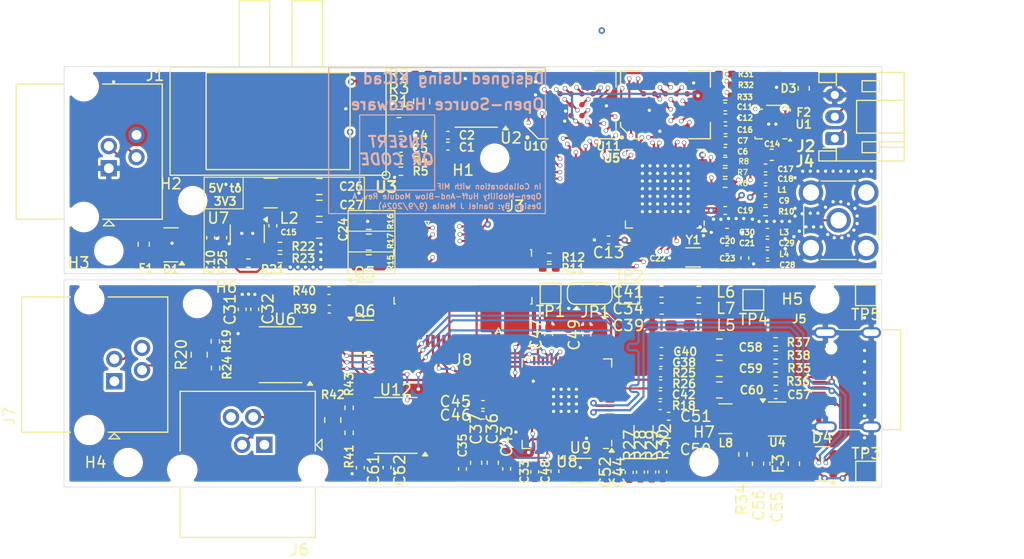
<source format=kicad_pcb>
(kicad_pcb (version 20241229) (generator "pcbnew") (generator_version "9.0")
  (layers (0 "F.Cu" signal) (4 "In1.Cu" signal) (6 "In2.Cu" signal) (2 "B.Cu" signal) (13 "F.Paste" user) (15 "B.Paste" user) (5 "F.SilkS" user "F.Silkscreen") (7 "B.SilkS" user "B.Silkscreen") (1 "F.Mask" user) (3 "B.Mask" user) (25 "Edge.Cuts" user))
  (net 0 "")
  (net 1 "+5V")
  (net 2 "GND")
  (net 3 "+3V3")
  (net 4 "/ESP32_EN")
  (net 5 "/VDD_MEM")
  (net 6 "Net-(U7-SW)")
  (net 7 "Net-(U7-BST)")
  (net 8 "Net-(C19-Pad1)")
  (net 9 "Net-(U5-XTAL_N)")
  (net 10 "Net-(U5-XTAL_P)")
  (net 11 "/MAIN PORT/RS485_B")
  (net 12 "/MAIN PORT/RS485_A")
  (net 13 "/ESP_GPIO11")
  (net 14 "Net-(F1-Pad2)")
  (net 15 "/Peripherals/LED_PWR")
  (net 16 "Net-(J4-In)")
  (net 17 "/JTAG_MTMS")
  (net 18 "/PRG_UART_TXD")
  (net 19 "/JTAG_MTDO")
  (net 20 "/STRAP_JTAGSRC")
  (net 21 "/JTAG_MTDI")
  (net 22 "/STRAP_BOOTMODE0")
  (net 23 "/STRAP_BOOTMODE1")
  (net 24 "/JTAG_MTCK")
  (net 25 "/PRG_UART_RXD")
  (net 26 "/ESP_ADC1_3")
  (net 27 "Net-(U3-VOUT)")
  (net 28 "/SYS_I2C_SDA")
  (net 29 "/SYS_I2C_SCL")
  (net 30 "Net-(U1-CS)")
  (net 31 "/ESP_GPIO8_PWM")
  (net 32 "/STRAP_SPIVSEL0")
  (net 33 "Net-(U7-EN)")
  (net 34 "Net-(U7-FB)")
  (net 35 "/ESP_GPIO10")
  (net 36 "/ESP_GPIO9")
  (net 39 "/ESP_UART1_DIR")
  (net 40 "/ESP_UART1_TXD")
  (net 41 "/ESP_UART1_RXD")
  (net 42 "Net-(C28-Pad1)")
  (net 43 "Net-(U5-LNA_IN)")
  (net 44 "/DebugBoard/VREG_VIN")
  (net 45 "/DebugBoard/VREGOUT")
  (net 46 "/DebugBoard/VPHY_VIN")
  (net 47 "/DebugBoard/VPLL_VIN")
  (net 48 "/DebugBoard/USB_DN")
  (net 49 "Net-(U8-OSCI)")
  (net 50 "Net-(U8-OSCO)")
  (net 51 "Net-(F3-Pad2)")
  (net 52 "/DebugBoard/USB_VBUS")
  (net 53 "/DebugBoard/STRAP_BOOTMODE1")
  (net 55 "/DebugBoard/ESP32_EN")
  (net 56 "/DebugBoard/JTAG_MTDO")
  (net 58 "/DebugBoard/STRAP_JTAGSRC")
  (net 59 "/DebugBoard/STRAP_BOOTMODE0")
  (net 61 "/DebugBoard/JTAG_MTMS")
  (net 62 "/DebugBoard/JTAG_MTCK")
  (net 63 "/DebugBoard/JTAG_MTDI")
  (net 71 "/DebugBoard/RS485_1_B")
  (net 72 "/DebugBoard/RS485_1_A")
  (net 75 "Net-(JP1-C)")
  (net 76 "Net-(U8-REF)")
  (net 77 "Net-(U8-~{RESET})")
  (net 78 "/DebugBoard/EE_SCLK")
  (net 79 "/DebugBoard/EE_CS")
  (net 80 "/DebugBoard/EE_MISO")
  (net 81 "/DebugBoard/EE_DATA")
  (net 82 "Net-(U10-RESET#)")
  (net 83 "Net-(U11-RESET#)")
  (net 84 "Net-(U11-WP)")
  (net 85 "/MEM_DQ6")
  (net 87 "/MEM_DQS")
  (net 88 "/MEM_DQ3")
  (net 89 "/MEM_DQ0")
  (net 92 "/MEM_CLK")
  (net 93 "/ESP_GPIO48")
  (net 96 "/MEM_DQ1")
  (net 97 "/MEM_DQ5")
  (net 98 "/MEM_DQ4")
  (net 99 "/FLASH_CS")
  (net 100 "/PSRAM_CS")
  (net 101 "/MEM_DQ7")
  (net 102 "/ESP_GPIO47")
  (net 104 "/MEM_DQ2")
  (net 105 "Net-(U4-SW)")
  (net 106 "Net-(U4-BST)")
  (net 113 "Net-(Q5-B)")
  (net 115 "/DebugBoard/FTDI_UART_~{DTR}")
  (net 117 "Net-(Q6-B)")
  (net 118 "/DebugBoard/FTDI_UART_~{RTS}")
  (net 120 "Net-(U4-EN)")
  (net 121 "Net-(U4-FB)")
  (net 122 "Net-(J5-CC1)")
  (net 124 "Net-(J5-CC2)")
  (net 125 "/DebugBoard/FTDI_UART_~{DSR}")
  (net 126 "/DebugBoard/USB_DP")
  (net 127 "/DebugBoard/FTDI_RS485_TXD")
  (net 128 "/DebugBoard/FTDI_UART_~{CTS}")
  (net 130 "/DebugBoard/FTDI_UART_TXD")
  (net 145 "/DebugBoard/FTDI_RS485_RXD")
  (net 146 "/DebugBoard/FTDI_GPIOL0")
  (net 147 "/DebugBoard/FTDI_UART_~{DCD}")
  (net 148 "/DebugBoard/FTDI_GPIOL3")
  (net 149 "/DebugBoard/FTDI_GPIOL2")
  (net 150 "/DebugBoard/FTDI_GPIOL1")
  (net 151 "/DebugBoard/FTDI_UART_~{RI}")
  (net 152 "/DebugBoard/FTDI_RS485_DIR")
  (net 153 "/DebugBoard/FTDI_UART_RXD")
  (net 154 "Net-(U8-~{SUSPEND})")
  (net 155 "/DebugBoard/FTDI_RS485D_DIR")
  (net 156 "Net-(U8-~{PWREN})")
  (net 157 "/DebugBoard/FTDI_RS485D_TXD")
  (net 158 "/DebugBoard/FTDI_RS485D_RXD")
  (net 159 "/DebugBoard/RS485_2_B")
  (net 160 "/DebugBoard/RS485_2_A")
  (footprint "Fuse:Fuse_0603_1608Metric_Pad1.05x0.95mm_HandSolder" (layer "F.Cu") (at 28.881582 38.250001 90)
    (property "Reference" "F1")
    (property "Value" "Fuse")
  )
  (footprint "Resistor_SMD:R_0402_1005Metric_Pad0.72x0.64mm_HandSolder" (layer "F.Cu") (at 35.45 47.1525 90)
    (property "Reference" "R19")
    (property "Value" "4.7k")
  )
  (footprint "Resistor_SMD:R_0805_2012Metric_Pad1.20x1.40mm_HandSolder" (layer "F.Cu") (at 46.225 54.375 -90)
    (property "Reference" "R42")
    (property "Value" "120R")
  )
  (footprint "Resistor_SMD:R_0402_1005Metric_Pad0.72x0.64mm_HandSolder" (layer "F.Cu") (at 41.381582 39.550001 180)
    (property "Reference" "R23")
    (property "Value" "10k")
  )
  (footprint "Capacitor_SMD:C_0603_1608Metric_Pad1.08x0.95mm_HandSolder" (layer "F.Cu") (at 76.3875 45.7 180)
    (property "Reference" "C39")
    (property "Value" "10uF")
  )
  (footprint "Capacitor_SMD:C_0402_1005Metric_Pad0.74x0.62mm_HandSolder" (layer "F.Cu") (at 76.325 49.1)
    (property "Reference" "C38")
    (property "Value" "100nF")
  )
  (footprint "Capacitor_SMD:C_0402_1005Metric_Pad0.74x0.62mm_HandSolder" (layer "F.Cu") (at 82.225 35.15)
    (property "Reference" "C19")
    (property "Value" "100nF")
  )
  (footprint "Capacitor_SMD:C_0402_1005Metric_Pad0.74x0.62mm_HandSolder" (layer "F.Cu") (at 82.3925 40.15)
    (property "Reference" "C23")
    (property "Value" "TBD")
  )
  (footprint "Capacitor_SMD:C_0402_1005Metric_Pad0.74x0.62mm_HandSolder" (layer "F.Cu") (at 60 53.925 180)
    (property "Reference" "C46")
    (property "Value" "100nF")
  )
  (footprint "Inductor_SMD:L_0402_1005Metric_Pad0.77x0.64mm_HandSolder" (layer "F.Cu") (at 73.41682 59.1775 90)
    (property "Reference" "R27")
    (property "Value" "10k")
  )
  (footprint "Inductor_SMD:L_0402_1005Metric_Pad0.77x0.64mm_HandSolder" (layer "F.Cu") (at 74.45182 59.15 90)
    (property "Reference" "R28")
    (property "Value" "10k")
  )
  (footprint "Resistor_SMD:R_0402_1005Metric_Pad0.72x0.64mm_HandSolder" (layer "F.Cu") (at 86.8525 49.6 180)
    (property "Reference" "R35")
    (property "Value" "52.3k")
  )
  (footprint "Connector_FFC-FPC:TE_1-1734839-4_1x14-1MP_P0.5mm_Horizontal" (layer "F.Cu") (at 58.17 45.765 180)
    (property "Reference" "J8")
    (property "Value" "DEBUG_PORT")
  )
  (footprint "Capacitor_SMD:C_0402_1005Metric_Pad0.74x0.62mm_HandSolder" (layer "F.Cu") (at 85.925 31.25)
    (property "Reference" "C17")
    (property "Value" "1uF")
  )
  (footprint "Resistor_SMD:R_0402_1005Metric_Pad0.72x0.64mm_HandSolder" (layer "F.Cu") (at 47.725 53.25 -90)
    (property "Reference" "R43")
    (property "Value" "4.7k")
  )
  (footprint "Connector_Coaxial:SMA_Molex_73251-2200_Horizontal" (layer "F.Cu") (at 92.625 36.05 -90)
    (property "Reference" "J4")
    (property "Value" "WIFI_BT_ANT")
  )
  (footprint "Resistor_SMD:R_0805_2012Metric_Pad1.20x1.40mm_HandSolder" (layer "F.Cu") (at 49.525 38.05 180)
    (property "Reference" "R17")
    (property "Value" "DNP")
  )
  (footprint "Connector_USB:USB_C_Receptacle_G-Switch_GT-USB-7010ASV" (layer "F.Cu") (at 94.535 50.675 90)
    (property "Reference" "J5")
    (property "Value" "USB_C_Receptacle_USB2.0_14P")
  )
  (footprint "Package_TO_SOT_SMD:TSOT-23-6" (layer "F.Cu") (at 86.983418 54.274999)
    (property "Reference" "U4")
    (property "Value" "AP62250WU")
  )
  (footprint "Capacitor_SMD:C_0805_2012Metric_Pad1.18x1.45mm_HandSolder" (layer "F.Cu") (at 81.683418 49.644999)
    (property "Reference" "C59")
    (property "Value" "22uF")
  )
  (footprint "Resistor_SMD:R_0402_1005Metric_Pad0.72x0.64mm_HandSolder" (layer "F.Cu") (at 47.725 55.55 -90)
    (property "Reference" "R41")
    (property "Value" "4.7k")
  )
  (footprint "Capacitor_SMD:C_0603_1608Metric_Pad1.08x0.95mm_HandSolder" (layer "F.Cu") (at 76.375 42.6 180)
    (property "Reference" "C41")
    (property "Value" "10uF")
  )
  (footprint "Capacitor_SMD:C_0402_1005Metric_Pad0.74x0.62mm_HandSolder" (layer "F.Cu") (at 36.125 37.65 -90)
    (property "Reference" "C25")
    (property "Value" "10uF")
  )
  (footprint "Resistor_SMD:R_0402_1005Metric_Pad0.72x0.64mm_HandSolder" (layer "F.Cu") (at 82.22 31.65)
    (property "Reference" "R7")
    (property "Value" "10k")
  )
  (footprint "Resistor_SMD:R_0805_2012Metric_Pad1.20x1.40mm_HandSolder" (layer "F.Cu") (at 49.525 36.15 180)
    (property "Reference" "R16")
    (property "Value" "DNP")
  )
  (footprint "Inductor_SMD:L_0402_1005Metric_Pad0.77x0.64mm_HandSolder" (layer "F.Cu") (at 76.25182 53.05)
    (property "Reference" "R18")
    (property "Value" "12k")
  )
  (footprint "MountingHole:MountingHole_2.2mm_M2_ISO7380" (layer "F.Cu") (at 91.35 43.275)
    (property "Reference" "H5")
    (property "Value" "MountingHole")
  )
  (footprint "MountingHole:MountingHole_2.2mm_M2_ISO7380" (layer "F.Cu") (at 61.081582 30.350001)
    (property "Reference" "H1")
    (property "Value" "MountingHole")
  )
  (footprint "Package_DFN_QFN:QFN-64-1EP_8x8mm_P0.4mm_EP6.5x6.5mm" (layer "F.Cu") (at 67.70182 52.875 180)
    (property "Reference" "U8")
    (property "Value" "FT4232H")
  )
  (footprint "Crystal:Crystal_SMD_3215-2Pin_3.2x1.5mm" (layer "F.Cu") (at 74.72682 55.55 -90)
    (property "Reference" "Y2")
    (property "Value" "12Mhz")
  )
  (footprint "Capacitor_SMD:C_0402_1005Metric_Pad0.74x0.62mm_HandSolder" (layer "F.Cu") (at 52.481582 28.250001)
    (property "Reference" "C4")
    (property "Value" "100nF")
  )
  (footprint "Resistor_SMD:R_0402_1005Metric_Pad0.72x0.64mm_HandSolder" (layer "F.Cu") (at 82.2275 22.65)
    (property "Reference" "R31")
    (property "Value" "10k")
  )
  (footprint "TestPoint:TestPoint_Pad_1.5x1.5mm" (layer "F.Cu") (at 73.425 42.775)
    (property "Reference" "TP2")
    (property "Value" "~{PWREN}")
  )
  (footprint "Connector_FFC-FPC:TE_1-1734839-4_1x14-1MP_P0.5mm_Horizontal" (layer "F.Cu") (at 58.131582 36.700001)
    (property "Reference" "J3")
    (property "Value" "DEBUG_PORT")
  )
  (footprint "Crystal:Crystal_SMD_3215-2Pin_3.2x1.5mm" (layer "F.Cu") (at 79.281582 39.450001)
    (property "Reference" "Y1")
    (property "Value" "40Mhz")
  )
  (footprint "Capacitor_SMD:C_0402_1005Metric_Pad0.74x0.62mm_HandSolder" (layer "F.Cu") (at 82.238556 26.656753)
    (property "Reference" "C12")
    (property "Value" "1uF")
  )
  (footprint "Capacitor_SMD:C_0805_2012Metric_Pad1.18x1.45mm_HandSolder" (layer "F.Cu") (at 44.9875 34.95)
    (property "Reference" "C27")
    (property "Value" "22uF")
  )
  (footprint "Resistor_SMD:R_0402_1005Metric_Pad0.72x0.64mm_HandSolder" (layer "F.Cu") (at 41.381582 38.450001)
    (property "Reference" "R22")
    (property "Value" "52.3k")
  )
  (footprint "Capacitor_SMD:C_0402_1005Metric_Pad0.74x0.62mm_HandSolder" (layer "F.Cu") (at 82.225 25.65)
    (property "Reference" "C11")
    (property "Value" "100nF")
  )
  (footprint "Capacitor_SMD:C_0402_1005Metric_Pad0.74x0.62mm_HandSolder" (layer "F.Cu") (at 40.725 36.55 -90)
    (property "Reference" "C15")
    (property "Value" "100nF")
  )
  (footprint "Capacitor_SMD:C_0402_1005Metric_Pad0.74x0.62mm_HandSolder" (layer "F.Cu") (at 86.0925 38.15)
    (property "Reference" "C29")
    (property "Value" "TBD")
  )
  (footprint "TestPoint:TestPoint_Pad_1.5x1.5mm" (layer "F.Cu") (at 66.2 42.75)
    (property "Reference" "TP1")
    (property "Value" "~{SUSPEND}")
  )
  (footprint "Capacitor_SMD:C_0402_1005Metric_Pad0.74x0.62mm_HandSolder" (layer "F.Cu") (at 39.063418 44.214999 90)
    (property "Reference" "C32")
    (property "Value" "100nF")
  )
  (footprint "Capacitor_SMD:C_0805_2012Metric_Pad1.18x1.45mm_HandSolder" (layer "F.Cu") (at 81.683418 51.614999)
    (property "Reference" "C60")
    (property "Value" "22uF")
  )
  (footprint "Inductor_SMD:L_0402_1005Metric_Pad0.77x0.64mm_HandSolder" (layer "F.Cu") (at 86.0975 39.15)
    (property "Reference" "L4")
    (property "Value" "TBD")
  )
  (footprint "Capacitor_SMD:C_0402_1005Metric_Pad0.74x0.62mm_HandSolder" (layer "F.Cu") (at 35.025 37.65 -90)
    (property "Reference" "C10")
    (property "Value" "10uF")
  )
  (footprint "Resistor_SMD:R_0402_1005Metric_Pad0.72x0.64mm_HandSolder" (layer "F.Cu") (at 66.081582 39.450001 180)
    (property "Reference" "R12")
    (property "Value" "10k")
  )
  (footprint "Capacitor_SMD:C_0603_1608Metric_Pad1.08x0.95mm_HandSolder" (layer "F.Cu") (at 76.4 44.15 180)
    (property "Reference" "C34")
    (property "Value" "10uF")
  )
  (footprint "Capacitor_SMD:C_0402_1005Metric_Pad0.74x0.62mm_HandSolder" (layer "F.Cu") (at 85.925 32.25)
    (property "Reference" "C18")
    (property "Value" "100nF")
  )
  (footprint "MountingHole:MountingHole_2.2mm_M2_ISO7380" (layer "F.Cu") (at 33.813418 43.689999)
    (property "Reference" "H6")
    (property "Value" "MountingHole")
  )
  (footprint "Package_TO_SOT_SMD:SOT-23-3" (layer "F.Cu") (at 49.15 43.2625)
    (property "Reference" "Q5")
    (property "Value" "MMS8050")
  )
  (footprint "Capacitor_SMD:C_0402_1005Metric_Pad0.74x0.62mm_HandSolder" (layer "F.Cu") (at 69.52682 46.55 90)
    (property "Reference" "C49")
    (property "Value" "100nF")
  )
  (footprint "Package_TO_SOT_SMD:SOT-23" (layer "F.Cu") (at 86.6625 23.95 180)
    (property "Reference" "D3")
    (property "Value" "SP0502BAHT")
  )
  (footprint "Inductor_SMD:L_0402_1005Metric_Pad0.77x0.64mm_HandSolder" (layer "F.Cu") (at 86.0975 37.15)
    (property "Reference" "L3")
    (property "Value" "TBD")
  )
  (footprint "Inductor_SMD:L_0402_1005Metric_Pad0.77x0.64mm_HandSolder" (layer "F.Cu") (at 76.49182 59.12 90)
    (property "Reference" "R30")
    (property "Value" "2.2k")
  )
  (footprint "MountingHole:MountingHole_2.2mm_M2_ISO7380" (layer "F.Cu") (at 27.463418 58.264999)
    (property "Reference" "H4")
    (property "Value" "MountingHole")
  )
  (footprint "Inductor_SMD:L_0402_1005Metric_Pad0.77x0.64mm_HandSolder" (layer "F.Cu") (at 85.925 33.25 180)
    (property "Reference" "L1")
    (property "Value" "2nH")
  )
  (footprint "Resistor_SMD:R_0402_1005Metric_Pad0.72x0.64mm_HandSolder" (layer "F.Cu") (at 66.081582 40.450001 180)
    (property "Reference" "R11")
    (property "Value" "10k")
  )
  (footprint "Resistor_SMD:R_0402_1005Metric_Pad0.72x0.64mm_HandSolder" (layer "F.Cu") (at 52.284082 26.250001)
    (property "Reference" "R1")
    (property "Value" "4.7k")
  )
  (footprint "Inductor_SMD:L_0603_1608Metric_Pad1.05x0.95mm_HandSolder" (layer "F.Cu") (at 79.8 45.675 180)
    (property "Reference" "L5")
    (property "Value" "500mA/600R")
  )
  (footprint "Capacitor_SMD:C_0402_1005Metric_Pad0.74x0.62mm_HandSolder" (layer "F.Cu") (at 76.049082 40.150001)
    (property "Reference" "C22")
    (property "Value" "TBD")
  )
  (footprint "Capacitor_SMD:C_0805_2012Metric_Pad1.18x1.45mm_HandSolder" (layer "F.Cu") (at 44.9875 36.95)
    (property "Reference" "C24")
    (property "Value" "22uF")
  )
  (footprint "Connector_RJ:RJ14_Connfly_DS1133-S4_Horizontal" (layer "F.Cu") (at 39.95 56.64 180)
    (property "Reference" "J6")
    (property "Value" "RJ13_Shielded")
  )
  (footprint "Resistor_SMD:R_0805_2012Metric_Pad1.20x1.40mm_HandSolder" (layer "F.Cu") (at 54.381582 25.150001 90)
    (property "Reference" "R3")
    (property "Value" "120R")
  )
  (footprint "Resistor_SMD:R_0402_1005Metric_Pad0.72x0.64mm_HandSolder" (layer "F.Cu") (at 82.2275 23.65)
    (property "Reference" "R32")
    (property "Value" "10k")
  )
  (footprint "Capacitor_SMD:C_0402_1005Metric_Pad0.74x0.62mm_HandSolder" (layer "F.Cu") (at 86.85 52.05)
    (property "Reference" "C57")
    (property "Value" "100nF")
  )
  (footprint "Capacitor_SMD:C_0402_1005Metric_Pad0.74x0.62mm_HandSolder" (layer "F.Cu") (at 56.781582 29.250001)
    (property "Reference" "C1")
    (property "Value" "100nF")
  )
  (footprint "Resistor_SMD:R_0402_1005Metric_Pad0.72x0.64mm_HandSolder" (layer "F.Cu") (at 35.475 49.5975 90)
    (property "Reference" "R24")
    (property "Value" "4.7k")
  )
  (footprint "Connector_RJ:RJ14_Connfly_DS1133-S4_Horizontal" (layer "F.Cu") (at 26.188418 50.814999 90)
    (property "Reference" "J7")
    (property "Value" "RJ13_Shielded")
  )
  (footprint "TestPoint:TestPoint_Pad_1.5x1.5mm" (layer "F.Cu") (at 95.125 42.925)
    (property "Reference" "TP5")
    (property "Value" "TEST_USB_FUSE")
  )
  (footprint "Resistor_SMD:R_0402_1005Metric_Pad0.72x0.64mm_HandSolder" (layer "F.Cu") (at 86.85 50.8)
    (property "Reference" "R36")
    (property "Value" "10k")
  )
  (footprint "Connector_JST:JST_PH_S3B-PH-K_1x03_P2.00mm_Horizontal" (layer "F.Cu") (at 92.275 28.55 90)
    (property "Reference" "J2")
    (property "Value" "LED_CONN")
  )
  (footprint "Resistor_SMD:R_0402_1005Metric_Pad0.72x0.64mm_HandSolder" (layer "F.Cu") (at 86.855 48.4)
    (property "Reference" "R38")
    (property "Value" "5.1k")
  )
  (footprint "Inductor_SMD:L_1210_3225Metric_Pad1.42x2.65mm_HandSolder" (layer "F.Cu") (at 40.525 33.55)
    (property "Reference" "L2")
    (property "Value" "2.2uH")
  )
  (footprint "Resistor_SMD:R_0402_1005Metric_Pad0.72x0.64mm_HandSolder" (layer "F.Cu") (at 86.855 47.2)
    (property "Reference" "R37")
    (property "Value" "5.1k")
  )
  (footprint "Capacitor_SMD:C_0603_1608Metric_Pad1.08x0.95mm_HandSolder" (layer "F.Cu") (at 86.833418 58.374999 90)
    (property "Reference" "C55")
    (property "Value" "10uF")
  )
  (footprint "Capacitor_SMD:C_0402_1005Metric_Pad0.74x0.62mm_HandSolder" (layer "F.Cu") (at 71.525 37.85 180)
    (property "Reference" "C13")
    (property "Value" "100nF")
  )
  (footprint "MEMORY_BGA:BGA-24_5x5_6.0x8.0mm" (layer "F.Cu") (at 76.741582 25.450001 90)
    (property "Reference" "U11")
    (property "Value" "~")
  )
  (footprint "Inductor_SMD:L_0402_1005Metric_Pad0.77x0.64mm_HandSolder" (layer "F.Cu") (at 75.47682 59.1475 90)
    (property "Reference" "R29")
    (property "Value" "10k")
  )
  (footprint "Capacitor_SMD:C_0402_1005Metric_Pad0.74x0.62mm_HandSolder" (layer "F.Cu") (at 82.3925 38.75)
    (property "Reference" "C20")
    (property "Value" "1uF")
  )
  (footprint "MountingHole:MountingHole_2.2mm_M2_ISO7380" (layer "F.Cu") (at 80.275 58.225)
    (property "Reference" "H7")
    (property "Value" "MountingHole")
  )
  (footprint "Inductor_SMD:L_0402_1005Metric_Pad0.77x0.64mm_HandSolder" (layer "F.Cu") (at 45.875 42.5)
    (property "Reference" "R40")
    (property "Value" "10k")
  )
  (footprint "TestPoint:TestPoint_Pad_1.5x1.5mm" (layer "F.Cu") (at 84.8 43.35)
    (property "Reference" "TP4")
    (property "Value" "TEST_3V3")
  )
  (footprint "Resistor_SMD:R_0402_1005Metric_Pad0.72x0.64mm_HandSolder" (layer "F.Cu") (at 83.85 57.525 -90)
    (property "Reference" "R34")
    (property "Value" "10k")
  )
  (footprint "Capacitor_SMD:C_0402_1005Metric_Pad0.74x0.62mm_HandSolder" (layer "F.Cu") (at 48.75 58.7425 -90)
    (property "Reference" "C61")
    (property "Value" "100nF")
  )
  (footprint "MountingHole:MountingHole_2.2mm_M2_ISO7380" (layer "F.Cu") (at 33.381582 34.250001)
    (property "Reference" "H2")
    (property "Value" "MountingHole")
  )
  (footprint "Inductor_SMD:L_0402_1005Metric_Pad0.77x0.64mm_HandSolder" (layer "F.Cu") (at 76.29432 50.05)
    (property "Reference" "R25")
    (property "Value" "10k")
  )
  (footprint "Capacitor_SMD:C_0402_1005Metric_Pad0.74x0.62mm_HandSolder" (layer "F.Cu") (at 66.02682 46.5075 90)
    (property "Reference" "C47")
    (property "Value" "100nF")
  )
  (footprint "Capacitor_SMD:C_0402_1005Metric_Pad0.74x0.62mm_HandSolder" (layer "F.Cu") (at 64.75 59.125 -90)
    (property "Reference" "C33")
    (property "Value" "100nF")
  )
  (footprint "Package_TO_SOT_SMD:SOT-143" (layer "F.Cu") (at 31.381582 38.300001 180)
    (property "Reference" "D1")
    (property "Value" "SP0503BAHT")
  )
  (footprint "Resistor_SMD:R_0805_2012Metric_Pad1.20x1.40mm_HandSolder" (layer "F.Cu") (at 33.975 48.375 90)
    (property "Reference" "R20")
    (property "Value" "120R")
  )
  (footprint "Capacitor_SMD:C_0402_1005Metric_Pad0.74x0.62mm_HandSolder" (layer "F.Cu") (at 86.125 40.15 180)
    (property "Reference" "C28")
    (property "Value" "TBD")
  )
  (footprint "Package_DFN_QFN:DFN-8_2x2mm_P0.5mm" (layer "F.Cu") (at 68.9 59)
    (property "Reference" "U9")
    (property "Value" "93LCxxA")
  )
  (footprint "PressureSensor:BSOP-8-W16.76-H7.62-P2.54" (layer "F.Cu") (at 41.462029 35.207001 180)
    (property "Reference" "U3")
    (property "Value" "MPXV5100DP")
  )
  (footprint "Capacitor_SMD:C_0402_1005Metric_Pad0.74x0.62mm_HandSolder" (layer "F.Cu") (at 37.913418 44.222499 90)
    (property "Reference" "C31")
    (property "Value" "100nF")
  )
  (footprint "Capacitor_SMD:C_0402_1005Metric_Pad0.74x0.62mm_HandSolder" (layer "F.Cu") (at 66.6 59.0675 -90)
    (property "Reference" "C48")
    (property "Value" "100nF")
  )
  (footprint "Resistor_SMD:R_0402_1005Metric_Pad0.72x0.64mm_HandSolder" (layer "F.Cu") (at 85.925 35.25 180)
    (property "Reference" "R10")
    (property "Value" "10k")
  )
  (footprint "Inductor_SMD:L_0603_1608Metric_Pad1.05x0.95mm_HandSolder" (layer "F.Cu") (at 79.8 42.625 180)
    (property "Reference" "L6")
    (property "Value" "500mA/600R")
  )
  (footprint "Package_SO:SOIC-8_3.9x4.9mm_P1.27mm" (layer "F.Cu") (at 59.381582 24.950001 180)
    (property "Reference" "U2")
    (property "Value" "SP3485CN")
  )
  (footprint "Package_TO_SOT_SMD:SOT-143" (layer "F.Cu") (at 91.133418 58.374999 180)
    (property "Reference" "D4")
    (property "Value" "SP0503BAHT")
  )
  (footprint "Capacitor_SMD:C_0402_1005Metric_Pad0.74x0.62mm_HandSolder" (layer "F.Cu") (at 82.2575 27.75)
    (property "Reference" "C16")
    (property "Value" "100nF")
  )
  (footprint "Package_DFN_QFN:QFN-56-1EP_7x7mm_P0.4mm_EP5.6x5.6mm" (layer "F.Cu") (at 76.681582 33.150001 180)
    (property "Reference" "U5")
    (property "Value" "ESP32_S3_SOC")
  )
  (footprint "Capacitor_SMD:C_0603_1608Metric_Pad1.08x0.95mm_HandSolder" (layer "F.Cu") (at 85.233418 58.374999 90)
    (property "Reference" "C56")
    (property "Value" "10uF")
  )
  (footprint "Capacitor_SMD:C_0805_2012Metric_Pad1.18x1.45mm_HandSolder" (layer "F.Cu") (at 81.683418 47.674999)
    (property "Reference" "C58")
    (property "Value" "22uF")
  )
  (footprint "Package_TO_SOT_SMD:TSOT-23-6" (layer "F.Cu") (at 38.381582 37.280001 -90)
    (property "Reference" "U7")
    (property "Value" "AP62250WU")
  )
  (footprint "MEMORY_BGA:BGA-24_5x5_6.0x8.0mm" (layer "F.Cu") (at 68.081582 25.450001 90)
    (property "Reference" "U10")
    (property "Value" "~")
  )
  (footprint "Package_SO:SOIC-8_3.9x4.9mm_P1.27mm" (layer "F.Cu") (at 41.438418 48.379999 180)
    (property "Reference" "U6")
    (property "Value" "SP3485CN")
  )
  (footprint "Resistor_SMD:R_0402_1005Metric_Pad0.72x0.64mm_HandSolder" (layer "F.Cu") (at 38.481582 39.980001 180)
    (property "Reference" "R21")
    (property "Value" "10k")
  )
  (footprint "Fuse:Fuse_0603_1608Metric_Pad1.05x0.95mm_HandSolder" (layer "F.Cu") (at 89.425 23.95 -90)
    (property "Reference" "F2")
    (property "Value" "Fuse")
  )
  (footprint "Capacitor_SMD:C_0402_1005Metric_Pad0.74x0.62mm_HandSolder" (layer "F.Cu") (at 62.175 58.85 -90)
    (property "Reference" "C43")
    (property "Value" "100nF")
  )
  (footprint "Resistor_SMD:R_0805_2012Metric_Pad1.20x1.40mm_HandSolder" (layer "F.Cu") (at 49.525 39.95 180)
    (property "Reference" "R15")
    (property "Value" "DNP")
  )
  (footprint "Resistor_SMD:R_0402_1005Metric_Pad0.72x0.64mm_HandSolder" (layer "F.Cu") (at 52.475 31.55 180)
    (property "Reference" "R5")
    (property "Value" "20k")
  )
  (footprint "Capacitor_SMD:C_0402_1005Metric_Pad0.74x0.62mm_HandSolder" (layer "F.Cu") (at 82.255 28.73 180)
    (property "Reference" "C7")
    (property "Value" "100nF")
  )
  (footprint "Capacitor_SMD:C_0402_1005Metric_Pad0.74x0.62mm_HandSolder" (layer "F.Cu") (at 76.375 48.075)
    (property "Reference" "C40")
    (property "Value" "100nF")
  )
  (footprint "Connector_RJ:RJ14_Connfly_DS1133-S4_Horizontal" (layer "F.Cu") (at 25.681582 31.280001 90)
    (property "Reference" "J1")
    (property "Value" "6P4C_Shielded")
  )
  (footprint "Capacitor_SMD:C_0402_1005Metric_Pad0.74x0.62mm_HandSolder" (layer "F.Cu") (at 60 52.95 180)
    (property "Reference" "C45")
    (property "Value" "100nF")
  )
  (footprint "Capacitor_SMD:C_0402_1005Metric_Pad0.74x0.62mm_HandSolder" (layer "F.Cu") (at 84.025 39.5175 -90)
    (property "Reference" "C21")
    (property "Value" "10nF")
  )
  (footprint "Capacitor_SMD:C_0402_1005Metric_Pad0.74x0.62mm_HandSolder" (layer "F.Cu") (at 77.02682 57.075 180)
    (property "Reference" "C50")
    (property "Value" "18pF")
  )
  (footprint "Resistor_SMD:R_0402_1005Metric_Pad0.72x0.64mm_HandSolder" (layer "F.Cu") (at 82.225 32.65)
    (property "Reference" "R6")
    (property "Value" "10k")
  )
  (footprint "Inductor_SMD:L_1210_3225Metric_Pad1.42x2.65mm_HandSolder" (layer "F.Cu") (at 82.2375 54.25 180)
    (property "Reference" "L8")
    (property "Value" "2.2uH")
  )
  (footprint "Resistor_SMD:R_0402_1005Metric_Pad0.72x0.64mm_HandSolder" (layer "F.Cu") (at 82.2225 24.65 180)
    (property "Reference" "R33")
    (property "Value" "10k")
  )
  (footprint "Capacitor_SMD:C_0402_1005Metric_Pad0.74x0.62mm_HandSolder" (layer "F.Cu") (at 56.781582 28.250001)
    (property "Reference" "C2")
    (property "Value" "100nF")
  )
  (footprint "TestPoint:TestPoint_Pad_1.5x1.5mm" (layer "F.Cu") (at 95.15 59.1)
    (property "Reference" "TP3")
    (property "Value" "TEST_USB_VBUS")
  )
  (footprint "Jumper:SolderJumper-3_P1.3mm_Bridged12_RoundedPad1.0x1.5mm" (layer "F.Cu") (at 69.8 42.75)
    (property "Reference" "JP1")
    (property "Value" "TEST_JUMPER")
  )
  (footprint "Capacitor_SMD:C_0603_1608Metric_Pad1.08x0.95mm_HandSolder" (layer "F.Cu") (at 86.4875 30.05)
    (property "Reference" "C14")
    (property "Value" "10uF")
  )
  (footprint "Capacitor_SMD:C_0402_1005Metric_Pad0.74x0.62mm_HandSolder" (layer "F.Cu") (at 72.37682 59.15 90)
    (property "Reference" "C52")
    (property "Value" "100nF")
  )
  (footprint "Capacitor_SMD:C_0402_1005Metric_Pad0.74x0.62mm_HandSolder" (layer "F.Cu") (at 82.22 29.73 180)
    (property "Reference" "C6")
    (property "Value" "100nF")
  )
  (footprint "Resistor_SMD:R_0402_1005Metric_Pad0.72x0.64mm_HandSolder" (layer "F.Cu") (at 82.225 30.65)
    (property "Reference" "R8")
    (property "Value" "10k")
  )
  (footprint "Capacitor_SMD:C_0402_1005Metric_Pad0.74x0.62mm_HandSolder" (layer "F.Cu") (at 76.27682 52.05)
    (property "Reference" "C42")
    (property "Value" "100nF")
  )
  (footprint "Capacitor_SMD:C_0402_1005Metric_Pad0.74x0.62mm_HandSolder" (layer "F.Cu") (at 82.3925 37.15)
    (property "Reference" "C30")
    (property "Value" "TBD")
  )
  (footprint "Resistor_SMD:R_0402_1005Metric_Pad0.72x0.64mm_HandSolder" (layer "F.Cu") (at 54.381582 22.650001)
    (property "Reference" "R2")
    (property "Value" "4.7k")
  )
  (footprint "Capacitor_SMD:C_0402_1005Metric_Pad0.74x0.62mm_HandSolder" (layer "F.Cu") (at 71.32682 59.15 -90)
    (property "Reference" "C44")
    (property "Value" "100nF")
  )
  (footprint "Capacitor_SMD:C_0402_1005Metric_Pad0.74x0.62mm_HandSolder" (layer "F.Cu") (at 85.925 34.25)
    (property "Reference" "C9")
    (property "Value" "1uF")
  )
  (footprint "Capacitor_SMD:C_0402_1005Metric_Pad0.74x0.62mm_HandSolder" (layer "F.Cu") (at 77.02682 54.025)
    (property "Reference" "C51")
    (property "Value" "18pF")
  )
  (footprint "Inductor_SMD:L_0402_1005Metric_Pad0.77x0.64mm_HandSolder" (layer "F.Cu") (at 45.9025 44.2 180)
    (property "Reference" "R39")
    (property "Value" "10k")
  )
  (footprint "Inductor_SMD:L_0402_1005Metric_Pad0.77x0.64mm_HandSolder" (layer "F.Cu") (at 76.29432 51.05)
    (property "Reference" "R26")
    (property "Value" "15k")
  )
  (footprint "Fuse:Fuse_0603_1608Metric_Pad1.05x0.95mm_HandSolder" (layer "F.Cu") (at 88.525 58.374999 90)
    (property "Reference" "F3")
    (property "Value" "Fuse")
  )
  (footprint "Inductor_SMD:L_0603_1608Metric_Pad1.05x0.95mm_HandSolder" (layer "F.Cu") (at 79.8 44.15 180)
    (property "Reference" "L7")
    (property "Value" "500mA/600R")
  )
  (footprint "Package_SO:SOIC-8_3.9x4.9mm_P1.27mm" (layer "F.Cu") (at 52 54.865 180)
    (property "Reference" "U12")
    (property "Value" "SP3485CN")
  )
  (footprint "Capacitor_SMD:C_0805_2012Metric_Pad1.18x1.45mm_HandSolder" (layer "F.Cu") (at 44.9875 32.95)
    (property "Reference" "C26")
    (property "Value" "22uF")
  )
  (footprint "Package_TO_SOT_SMD:SOT-23-3" (layer "F.Cu") (at 49.1625 46.775)
    (property "Reference" "Q6")
    (property "Value" "MMS8050")
  )
  (footprint "MountingHole:MountingHole_2.2mm_M2_ISO7380" (layer "F.Cu") (at 25.681582 38.850001)
    (property "Reference" "H3")
    (property "Value" "MountingHole")
  )
  (footprint "Resistor_SMD:R_0402_1005Metric_Pad0.72x0.64mm_HandSolder" (layer "F.Cu") (at 52.475 30.5)
    (property "Reference" "R4")
    (property "Value" "10k")
  )
  (footprint "Capacitor_SMD:C_0402_1005Metric_Pad0.74x0.62mm_HandSolder" (layer "F.Cu") (at 58.125 58.8575 -90)
    (property "Reference" "C35")
    (property "Value" "100nF")
  )
  (footprint "Capacitor_SMD:C_0603_1608Metric_Pad1.08x0.95mm_HandSolder" (layer "F.Cu") (at 60.9 58.2875 -90)
    (property "Reference" "C36")
    (property "Value" "10uF")
  )
  (footprint "Package_LGA:LGA-14_3x2.5mm_P0.5mm_LayoutBorder3x4y" (layer "F.Cu") (at 86.574355 27.219866 180)
    (property "Reference" "U1")
    (property "Value" "LSM6DSL")
  )
  (footprint "Capacitor_SMD:C_0402_1005Metric_Pad0.74x0.62mm_HandSolder" (layer "F.Cu") (at 51.2 58.725 -90)
    (property "Reference" "C62")
    (property "Value" "100nF")
  )
  (footprint "Capacitor_SMD:C_0603_1608Metric_Pad1.08x0.95mm_HandSolder" (layer "F.Cu") (at 59.375 58.2875 -90)
    (property "Reference" "C37")
    (property "Value" "3.3uF")
  )
  (footprint "Capacitor_SMD:C_0402_1005Metric_Pad0.74x0.62mm_HandSolder" (layer "F.Cu") (at 52.481582 29.450001)
    (property "Reference" "C5")
    (property "Value" "100nF")
  )
  (gr_line (start 34.45 35) (end 38 35) (stroke (width 0.1)) (layer "F.SilkS"))
  (gr_line (start 47.625 40.95) (end 34.425 40.95) (stroke (width 0.1)) (layer "F.SilkS"))
  (gr_rect (start 47.625 35.15) (end 51.925 40.95) (stroke (width 0.1)) (fill no) (layer "F.SilkS"))
  (gr_line (start 34.425 32.1) (end 49.125 32.1) (stroke (width 0.1)) (layer "F.SilkS"))
  (gr_line (start 47.625 37.05) (end 51.925 37.05) (stroke (width 0.1)) (layer "F.SilkS"))
  (gr_line (start 49.125 32.1) (end 49.125 35.15) (stroke (width 0.1)) (layer "F.SilkS"))
  (gr_line (start 47.625 38.95) (end 51.925 38.95) (stroke (width 0.1)) (layer "F.SilkS"))
  (gr_line (start 34.425 40.95) (end 34.425 32.1) (stroke (width 0.1)) (layer "F.SilkS"))
  (gr_line (start 38 35) (end 38 32.1) (stroke (width 0.1)) (layer "F.SilkS"))
  (gr_line (start 47.625 35.15) (end 47.625 40.95) (stroke (width 0.1)) (layer "F.SilkS"))
  (gr_rect (start 48.690583 26.391157) (end 55.575 33.275574) (stroke (width 0.1)) (fill no) (layer "B.SilkS"))
  (gr_rect (start 45.839881 22.05) (end 65.725 35.435119) (stroke (width 0.1)) (fill no) (layer "B.SilkS"))
  (gr_rect (start 21.581582 21.950001) (end 96.581582 40.950001) (stroke (width 0.05)) (fill no) (layer "Edge.Cuts"))
  (gr_rect (start 21.57 41.515) (end 96.57 60.515) (stroke (width 0.05)) (fill no) (layer "Edge.Cuts"))
  (gr_text "5V to\n3V3" (at 36.35 34.75 0) (layer "F.SilkS") (effects (font (size 0.75 0.75) (thickness 0.15) (bold yes)) (justify bottom)))
  (gr_text "Design By: Daniel J Manla (9/9/2024)" (at 65.425 35.05 0) (layer "B.SilkS") (effects (font (size 0.5 0.5) (thickness 0.1)) (justify left bottom mirror)))
  (gr_text "In Collaboration with MIF" (at 65.425 33.25 0) (layer "B.SilkS") (effects (font (size 0.5 0.5) (thickness 0.1)) (justify left bottom mirror)))
  (gr_text "Open-Source Hardware" (at 65.725 26 0) (layer "B.SilkS") (effects (font (size 1 1) (thickness 0.2) (bold yes)) (justify left bottom mirror)))
  (gr_text "Designed Using KiCad" (at 65.775 23.625 0) (layer "B.SilkS") (effects (font (size 1 1) (thickness 0.2) (bold yes)) (justify left bottom mirror)))
  (gr_text "Open-Mobility Huff-And-Blow Module Rev. A" (at 65.425 34.15 0) (layer "B.SilkS") (effects (font (size 0.5 0.5) (thickness 0.1)) (justify left bottom mirror)))
  (gr_text "INSERT\nQR CODE" (at 52.15 31.05 0) (layer "B.SilkS") (effects (font (size 1 1) (thickness 0.2) (bold yes) (italic yes)) (justify bottom mirror)))
  (via (at 70.9 18.65) (size 0.6) (drill 0.3) (layers "F.Cu" "B.Cu") (net 0))
  (segment (start 33.031582 39.643419) (end 33.031582 36.856582) (width 0.2) (layer "F.Cu") (net 1))
  (segment (start 35.280581 32.351001) (end 40.281582 27.35) (width 0.2) (layer "F.Cu") (net 1))
  (segment (start 28.881582 39.850001) (end 29.281582 40.250001) (width 0.2) (layer "F.Cu") (net 1))
  (segment (start 32.080581 32.351001) (end 35.280581 32.351001) (width 0.2) (layer "F.Cu") (net 1))
  (segment (start 32.425 40.250001) (end 33.031582 39.643419) (width 0.2) (layer "F.Cu") (net 1))
  (segment (start 51.625 27.35) (end 51.925 27.65) (width 0.2) (layer "F.Cu") (net 1))
  (segment (start 51.925 27.65) (end 51.914082 27.660918) (width 0.2) (layer "F.Cu") (net 1))
  (segment (start 51.805082 28.359001) (end 51.914082 28.250001) (width 0.2) (layer "F.Cu") (net 1))
  (segment (start 40.281582 27.35) (end 51.625 27.35) (width 0.2) (layer "F.Cu") (net 1))
  (segment (start 49.586029 28.359001) (end 51.805082 28.359001) (width 0.2) (layer "F.Cu") (net 1))
  (segment (start 29.281582 40.250001) (end 32.425 40.250001) (width 0.2) (layer "F.Cu") (net 1))
  (segment (start 28.881582 39.125001) (end 28.881582 39.850001) (width 0.2) (layer "F.Cu") (net 1))
  (segment (start 51.914082 29.450001) (end 51.914082 28.250001) (width 0.2) (layer "F.Cu") (net 1))
  (segment (start 31.281582 33.15) (end 32.080581 32.351001) (width 0.2) (layer "F.Cu") (net 1))
  (segment (start 31.281582 35.106582) (end 31.281582 33.15) (width 0.2) (layer "F.Cu") (net 1))
  (segment (start 50.095029 27.850001) (end 49.586029 28.359001) (width 0.2) (layer "F.Cu") (net 1))
  (segment (start 51.914082 27.660918) (end 51.914082 28.250001) (width 0.2) (layer "F.Cu") (net 1))
  (segment (start 33.031582 36.856582) (end 31.281582 35.106582) (width 0.2) (layer "F.Cu") (net 1))
  (segment (start 39.331582 36.800001) (end 38.881582 37.250001) (width 0.2) (layer "F.Cu") (net 2))
  (segment (start 59.375 59.15) (end 60.9 59.15) (width 1) (layer "F.Cu") (net 2))
  (segment (start 68.081582 27.450001) (end 67.581583 26.950002) (width 0.2) (layer "F.Cu") (net 2))
  (segment (start 79.324999 23.450001) (end 79.325 23.45) (width 0.2) (layer "F.Cu") (net 2))
  (segment (start 36.714082 38.2175) (end 36.125 38.2175) (width 0.2) (layer "F.Cu") (net 2))
  (segment (start 59.375 59.15) (end 59.035 59.49) (width 1) (layer "F.Cu") (net 2))
  (segment (start 32.381582 39.050001) (end 31.481582 38.150001) (width 0.2) (layer "F.Cu") (net 2))
  (segment (start 58.376582 23.045001) (end 58.381582 23.050001) (width 0.2) (layer "F.Cu") (net 2))
  (segment (start 61.2325 59.4825) (end 62.175 59.4825) (width 1) (layer "F.Cu") (net 2))
  (segment (start 86.636855 27.469866) (end 86.874355 27.232366) (width 0.2) (layer "F.Cu") (net 2))
  (segment (start 51.8775 32.0975) (end 51.89 32.11) (width 1) (layer "F.Cu") (net 2))
  (segment (start 49.586029 25.819001) (end 47.425 25.819001) (width 0.2) (layer "F.Cu") (net 2))
  (segment (start 41.979082 40.147501) (end 41.979082 39.550001) (width 0.2) (layer "F.Cu") (net 2))
  (segment (start 75.257925 25.933658) (end 75.257925 25.960743) (width 0.2) (layer "F.Cu") (net 2))
  (segment (start 67.581583 26.950002) (end 67.496916 26.950002) (width 0.2) (layer "F.Cu") (net 2))
  (segment (start 59.035 59.49) (end 58.125 59.49) (width 1) (layer "F.Cu") (net 2))
  (segment (start 51.686582 26.250001) (end 51.686582 25.355001) (width 0.2) (layer "F.Cu") (net 2))
  (segment (start 53.049082 28.250001) (end 53.809999 28.250001) (width 1) (layer "F.Cu") (net 2))
  (segment (start 70.9575 37.85) (end 70.225 37.85) (width 0.2) (layer "F.Cu") (net 2))
  (segment (start 35.108037 38.2175) (end 35.025 38.2175) (width 0.2) (layer "F.Cu") (net 2))
  (segment (start 37.573416 46.474999) (end 37.538418 46.440001) (width 0.2) (layer "F.Cu") (net 2))
  (segment (start 86.874355 27.232366) (end 87.111855 27.469866) (width 0.2) (layer "F.Cu") (net 2))
  (segment (start 68.9 51.875) (end 68.575 51.55) (width 0.2) (layer "F.Cu") (net 2))
  (segment (start 86.444866 27.469866) (end 86.636855 27.469866) (width 0.2) (layer "F.Cu") (net 2))
  (segment (start 67.081582 25.534666) (end 67.581583 26.034667) (width 0.2) (layer "F.Cu") (net 2))
  (segment (start 64.486703 50.675) (end 64.619914 50.808211) (width 0.2) (layer "F.Cu") (net 2))
  (segment (start 75.741582 25.450001) (end 75.257925 25.933658) (width 0.2) (layer "F.Cu") (net 2))
  (segment (start 86.205133 27.230133) (end 86.444866 27.469866) (width 0.2) (layer "F.Cu") (net 2))
  (segment (start 75.481582 40.150001) (end 76.106866 39.524717) (width 0.2) (layer "F.Cu") (net 2))
  (segment (start 42.325 40.35) (end 41.979082 40.147501) (width 0.2) (layer "F.Cu") (net 2))
  (segment (start 77.097639 39.524717) (end 77.108273 39.514083) (width 0.2) (layer "F.Cu") (net 2))
  (segment (start 53.809999 28.250001) (end 53.82 28.24) (width 1) (layer "F.Cu") (net 2))
  (segment (start 63.75182 50.675) (end 64.486703 50.675) (width 0.2) (layer "F.Cu") (net 2))
  (segment (start 86.873923 26.969866) (end 87.736855 26.969866) (width 0.2) (layer "F.Cu") (net 2))
  (segment (start 51.8825 59.2925) (end 51.9 59.275) (width 0.2) (layer "F.Cu") (net 2))
  (segment (start 76.228361 27.880756) (end 76.310827 27.880756) (width 0.2) (layer "F.Cu") (net 2))
  (segment (start 36.125 38.841583) (end 36.125 38.841583) (width 0.2) (layer "F.Cu") (net 2))
  (segment (start 35.607301 37.718236) (end 35.108037 38.2175) (width 0.2) (layer "F.Cu") (net 2))
  (segment (start 86.205133 27.230133) (end 86.074355 27.099355) (width 0.2) (layer "F.Cu") (net 2))
  (segment (start 37.881582 37.250001) (end 38.881582 37.250001) (width 0.2) (layer "F.Cu") (net 2))
  (segment (start 86.574355 26.670298) (end 86.873923 26.969866) (width 0.2) (layer "F.Cu") (net 2))
  (segment (start 59.4325 53.925) (end 58.65 53.925) (width 0.2) (layer "F.Cu") (net 2))
  (segment (start 82.806056 26.656753) (end 83.418247 26.656753) (width 0.2) (layer "F.Cu") (net 2))
  (segment (start 35.607301 37.718236) (end 34.981582 38.343955) (width 0.2) (layer "F.Cu") (net 2))
  (segment (start 51.2 59.2925) (end 51.8825 59.2925) (width 0.2) (layer "F.Cu") (net 2))
  (segment (start 76.310827 27.880756) (end 76.741582 27.450001) (width 0.2) (layer "F.Cu") (net 2))
  (segment (start 71.65182 51.875) (end 68.9 51.875) (width 0.2) (layer "F.Cu") (net 2))
  (segment (start 87.736855 26.969866) (end 87.736855 27.969866) (width 0.2) (layer "F.Cu") (net 2))
  (segment (start 76.106866 39.524717) (end 77.097639 39.524717) (width 0.2) (layer "F.Cu") (net 2))
  (segment (start 53.810001 29.450001) (end 53.82 29.46) (width 1) (layer "F.Cu") (net 2))
  (segment (start 36.731582 38.2) (end 36.731582 38.235001) (width 0.2) (layer "F.Cu") (net 2))
  (segment (start 47.725 52.6525) (end 49.2175 52.6525) (width 0.2) (layer "F.Cu") (net 2))
  (segment (start 48.75 59.31) (end 48.01 59.31) (width 0.2) (layer "F.Cu") (net 2))
  (segment (start 68.582379 52.217621) (end 68.575 52.225) (width 0.2) (layer "F.Cu") (net 2))
  (segment (start 36.731582 38.2) (end 36.714082 38.2175) (width 0.2) (layer "F.Cu") (net 2))
  (segment (start 51.8775 31.55) (end 51.8775 32.0975) (width 1) (layer "F.Cu") (net 2))
  (segment (start 83.418247 26.656753) (end 83.425 26.65) (width 0.2) (layer "F.Cu") (net 2))
  (segment (start 53.049082 29.450001) (end 53.810001 29.450001) (width 1) (layer "F.Cu") (net 2))
  (segment (start 39.331582 36.142501) (end 39.331582 36.800001) (width 0.2) (layer "F.Cu") (net 2))
  (segment (start 56.906582 23.045001) (end 58.376582 23.045001) (width 0.2) (layer "F.Cu") (net 2))
  (segment (start 38.963418 46.474999) (end 37.573416 46.474999) (width 0.2) (layer "F.Cu") (net 2))
  (segment (start 71.594441 52.217621) (end 68.582379 52.217621) (width 0.2) (layer "F.Cu") (net 2))
  (segment (start 86.074355 27.099355) (end 86.074355 26.307366) (width 0.2) (layer "F.Cu") (net 2))
  (segment (start 60.9 59.15) (end 61.2325 59.4825) (width 1) (layer "F.Cu") (net 2))
  (segment (start 85.55 23.85) (end 86.925 23.85) (width 0.2) (layer "F.Cu") (net 2))
  (segment (start 86.574355 26.307366) (end 86.574355 26.670298) (width 0.2) (layer "F.Cu") (net 2))
  (segment (start 67.081582 25.450001) (end 67.081582 25.534666) (width 0.2) (layer "F.Cu") (net 2))
  (segment (start 71.65182 52.275) (end 71.594441 52.217621) (width 0.2) (layer "F.Cu") (net 2))
  (segment (start 63.75182 55.475) (end 63.025 55.475) (width 0.2) (layer "F.Cu") (net 2))
  (segment (start 48.01 59.31) (end 48 59.3) (width 0.2) (layer "F.Cu") (net 2))
  (segment (start 49.2175 52.6525) (end 49.525 52.96) (width 0.2) (layer "F.Cu") (net 2))
  (segment (start 87.111855 27.469866) (end 87.736855 27.469866) (width 0.2) (layer "F.Cu") (net 2))
  (segment (start 51.686582 25.355001) (end 51.681582 25.350001) (width 0.2) (layer "F.Cu") (net 2))
  (segment (start 48.525 36.15) (end 49.425 36.15) (width 0.2) (layer "F.Cu") (net 2))
  (segment (start 59.4325 52.95) (end 58.65 52.95) (width 0.2) (layer "F.Cu") (net 2))
  (segment (start 78.741582 23.450001) (end 79.324999 23.450001) (width 0.2) (layer "F.Cu") (net 2))
  (segment (start 41.981582 40.150001) (end 42.325 40.35) (width 0.2) (layer "F.Cu") (net 2))
  (via (at 94.925 31.55) (size 0.6) (drill 0.3) (layers "F.Cu" "B.Cu") (net 2))
  (via (at 74.625 35.25) (size 0.6) (drill 0.3) (layers "F.Cu" "B.Cu") (net 2))
  (via (at 76.228361 27.880756) (size 0.4) (drill 0.3) (layers "F.Cu" "B.Cu") (net 2))
  (via (at 78.125 31.05) (size 0.6) (drill 0.3) (layers "F.Cu" "B.Cu") (net 2))
  (via (at 67.496916 26.950002) (size 0.4) (drill 0.3) (layers "F.Cu" "B.Cu") (net 2))
  (via (at 37.881582 37.250001) (size 0.6) (drill 0.3) (layers "F.Cu" "B.Cu") (net 2))
  (via (at 92.125 31.55) (size 0.6) (drill 0.3) (layers "F.Cu" "B.Cu") (net 2))
  (via (at 68.55 44.15) (size 0.6) (drill 0.3) (layers "F.Cu" "B.Cu") (net 2))
  (via (at 74.625 31.75) (size 0.6) (drill 0.3) (layers "F.Cu" "B.Cu") (net 2))
  (via (at 77.95 48.1) (size 0.6) (drill 0.3) (layers "F.Cu" "B.Cu") (net 2))
  (via (at 67.875 53.575) (size 0.6) (drill 0.3) (layers "F.Cu" "B.Cu") (net 2))
  (via (at 77.425 34.55) (size 0.6) (drill 0.3) (layers "F.Cu" "B.Cu") (net 2))
  (via (at 64.825 23.35) (size 0.4) (drill 0.3) (layers "F.Cu" "B.Cu") (net 2))
  (via (at 38.5 42.825) (size 0.4) (drill 0.3) (layers "F.Cu" "B.Cu") (net 2))
  (via (at 94.325 35.65) (size 0.6) (drill 0.3) (layers "F.Cu" "B.Cu") (net 2))
  (via (at 75.325 31.75) (size 0.6) (drill 0.3) (layers "F.Cu" "B.Cu") (net 2))
  (via (at 67.875 44.125) (size 0.6) (drill 0.3) (layers "F.Cu" "B.Cu") (net 2))
  (via (at 51.681582 25.350001) (size 0.6) (drill 0.3) (layers "F.Cu" "B.Cu") (net 2))
  (via (at 75.325 31.05) (size 0.6) (drill 0.3) (layers "F.Cu" "B.Cu") (net 2))
  (via (at 95 49) (size 0.6) (drill 0.3) (layers "F.Cu" "B.Cu") (net 2))
  (via (at 81.14636 35.950001) (size 0.6) (drill 0.3) (layers "F.Cu" "B.Cu") (net 2))
  (via (at 43.025 40.35) (size 0.6) (drill 0.3) (layers "F.Cu" "B.Cu") (net 2))
  (via (at 67.175 52.9) (size 0.6) (drill 0.3) (layers "F.Cu" "B.Cu") (net 2))
  (via (at 82.525 35.89) (size 0.6) (drill 0.3) (layers "F.Cu" "B.Cu") (net 2))
  (via (at 90.725 31.55) (size 0.6) (drill 0.3) (layers "F.Cu" "B.Cu") (net 2))
  (via (at 83.825 37.15) (size 0.6) (drill 0.3) (layers "F.Cu" "B.Cu") (net 2))
  (via (at 89.025 37.05) (size 0.6) (drill 0.3) (layers "F.Cu" "B.Cu") (net 2))
  (via (at 76.725 35.25) (size 0.6) (drill 0.3) (layers "F.Cu" "B.Cu") (net 2))
  (via (at 67.175 53.575) (size 0.6) (drill 0.3) (layers "F.Cu" "B.Cu") (net 2))
  (via (at 77.425 33.85) (size 0.6) (drill 0.3) (layers "F.Cu" "B.Cu") (net 2))
  (via (at 83.225 35.89) (size 0.6) (drill 0.3) (layers "F.Cu" "B.Cu") (net 2))
  (via (at 38.881582 37.250001) (size 0.6) (drill 0.3) (layers "F.Cu" "B.Cu") (net 2))
  (via (at 67.581583 26.034667) (size 0.4) (drill 0.3) (layers "F.Cu" "B.Cu") (net 2))
  (via (at 78.125 33.15) (size 0.6) (drill 0.3) (layers "F.Cu" "B.Cu") (net 2))
  (via (at 76.025 31.05) (size 0.6) (drill 0.3) (layers "F.Cu" "B.Cu") (net 2))
  (via (at 39.075 42.85) (size 0.4) (drill 0.3) (layers "F.Cu" "B.Cu") (net 2))
  (via (at 92.825 34.35) (size 0.6) (drill 0.3) (layers "F.Cu" "B.Cu") (net 2))
  (via (at 86.725 36.15) (size 0.6) (drill 0.3) (layers "F.Cu" "B.Cu") (net 2))
  (via (at 51.89 32.11) (size 0.6) (drill 0.3) (layers "F.Cu" "B.Cu") (net 2))
  (via (at 95 56) (size 0.6) (drill 0.3) (layers "F.Cu" "B.Cu") (net 2))
  (via (at 81.82423 35.96) (size 0.6) (drill 0.3) (layers "F.Cu" "B.Cu") (net 2))
  (via (at 68.575 51.55) (size 0.6) (drill 0.3) (layers "F.Cu" "B.Cu") (net 2))
  (via (at 77.425 32.45) (size 0.6) (drill 0.3) (layers "F.Cu" "B.Cu") (net 2))
  (via (at 92.825 31.55) (size 0.6) (drill 0.3) (layers "F.Cu" "B.Cu") (net 2))
  (via (at 74.625 34.55) (size 0.6) (drill 0.3) (layers "F.Cu" "B.Cu") (net 2))
  (via (at 76.725 31.05) (size 0.6) (drill 0.3) (layers "F.Cu" "B.Cu") (net 2))
  (via (at 68.575 52.9) (size 0.6) (drill 0.3) (layers "F.Cu" "B.Cu") (net 2))
  (via (at 88.625 35.666105) (size 0.6) (drill 0.3) (layers "F.Cu" "B.Cu") (net 2))
  (via (at 66.475 51.55) (size 0.6) (drill 0.3) (layers "F.Cu" "B.Cu") (net 2))
  (via (at 83.925 35.89) (size 0.6) (drill 0.3) (layers "F.Cu" "B.Cu") (net 2))
  (via (at 84.825 40.05) (size 0.6) (drill 0.3) (layers "F.Cu" "B.Cu") (net 2))
  (via (at 37.925 42.85) (size 0.4) (drill 0.3) (layers "F.Cu" "B.Cu") (net 2))
  (via (at 76.025 33.15) (size 0.6) (drill 0.3) (layers "F.Cu" "B.Cu") (net 2))
  (via (at 67.875 52.225) (size 0.6) (drill 0.3) (layers "F.Cu" "B.Cu") (net 2))
  (via (at 89.283596 35.44649) (size 0.6) (drill 0.3) (layers "F.Cu" "B.Cu") (net 2))
  (via (at 51.9 59.275) (size 0.6) (drill 0.3) (layers "F.Cu" "B.Cu") (net 2))
  (via (at 75.325 33.85) (size 0.6) (drill 0.3) (layers "F.Cu" "B.Cu") (net 2))
  (via (at 78.825 33.85) (size 0.6) (drill 0.3) (layers "F.Cu" "B.Cu") (net 2))
  (via (at 53.82 28.24) (size 0.6) (drill 0.3) (layers "F.Cu" "B.Cu") (net 2))
  (via (at 95 51) (size 0.6) (drill 0.3) (layers "F.Cu" "B.Cu") (net 2))
  (via (at 88.625 32.15) (size 0.6) (drill 0.3) (layers "F.Cu" "B.Cu") (net 2))
  (via (at 67.175 51.55) (size 0.6) (drill 0.3) (layers "F.Cu" "B.Cu") (net 2))
  (via (at 66.475 52.9) (size 0.6) (drill 0.3) (layers "F.Cu" "B.Cu") (net 2))
  (via (at 87.725 37.75) (size 0.6) (drill 0.3) (layers "F.Cu" "B.Cu") (net 2))
  (via (at 35.607301 37.718236) (size 0.4) (drill 0.3) (layers "F.Cu" "B.Cu") (net 2))
  (via (at 84.7169 35.94871) (size 0.6) (drill 0.3) (layers "F.Cu" "B.Cu") (net 2))
  (via (at 79.922529 36.657248) (size 0.6) (drill 0.3) (layers "F.Cu" "B.Cu") (net 2))
  (via (at 95 48) (size 0.6) (drill 0.3) (layers "F.Cu" "B.Cu") (net 2))
  (via (at 36.731582 38.2) (size 0.4) (drill 0.3) (layers "F.Cu" "B.Cu") (net 2))
  (via (at 95 54) (size 0.6) (drill 0.3) (layers "F.Cu" "B.Cu") (net 2))
  (via (at 74.625 33.15) (size 0.6) (drill 0.3) (layers "F.Cu" "B.Cu") (net 2))
  (via (at 36.425 32.75) (size 0.4) (drill 0.3) (layers "F.Cu" "B.Cu") (net 2))
  (via (at 75.325 35.25) (size 0.6) (drill 0.3) (layers "F.Cu" "B.Cu") (net 2))
  (via (at 91.625 37.35) (size 0.6) (drill 0.3) (layers "F.Cu" "B.Cu") (net 2))
  (via (at 87.725 38.65) (size 0.6) (drill 0.3) (layers "F.Cu" "B.Cu") (net 2))
  (via (at 76.025 32.45) (size 0.6) (drill 0.3) (layers "F.Cu" "B.Cu") (net 2))
  (via (at 94.225 31.55) (size 0.6) (drill 0.3) (layers "F.Cu" "B.Cu") (net 2))
  (via (at 43.725 40.35) (size 0.6) (drill 0.3) (layers "F.Cu" "B.Cu") (net 2))
  (via (at 64.825 24.55) (size 0.4) (drill 0.3) (layers "F.Cu" "B.Cu") (net 2))
  (via (at 76.725 32.45) (size 0.6) (drill 0.3) (layers "F.Cu" "B.Cu") (net 2))
  (via (at 49.425 36.15) (size 0.6) (drill 0.3) (layers "F.Cu" "B.Cu") (net 2))
  (via (at 78.125 31.75) (size 0.6) (drill 0.3) (layers "F.Cu" "B.Cu") (net 2))
  (via (at 91.025 36.65) (size 0.6) (drill 0.3) (layers "F.Cu" "B.Cu") (net 2))
  (via (at 77.425 31.75) (size 0.6) (drill 0.3) (layers "F.Cu" "B.Cu") (net 2))
  (via (at 66.475 52.225) (size 0.6) (drill 0.3) (layers "F.Cu" "B.Cu") (net 2))
  (via (at 45.125 39.65) (size 0.6) (drill 0.3) (layers "F.Cu" "B.Cu") (net 2))
  (via (at 78.825 31.05) (size 0.6) (drill 0.3) (layers "F.Cu" "B.Cu") (net 2))
  (via (at 68.575 53.575) (size 0.6) (drill 0.3) (layers "F.Cu" "B.Cu") (net 2))
  (via (at 91.425 31.55) (size 0.6) (drill 0.3) (layers "F.Cu" "B.Cu") (net 2))
  (via (at 58.381582 23.050001) (size 0.6) (drill 0.3) (layers "F.Cu" "B.Cu") (net 2))
  (via (at 74.625 32.45) (size 0.6) (drill 0.3) (layers "F.Cu" "B.Cu") (net 2))
  (via (at 76.025 33.85) (size 0.6) (drill 0.3) (layers "F.Cu" "B.Cu") (net 2))
  (via (at 76.725 34.55) (size 0.6) (drill 0.3) (layers "F.Cu" "B.Cu") (net 2))
  (via (at 76.725 33.15) (size 0.6) (drill 0.3) (layers "F.Cu" "B.Cu") (net 2))
  (via (at 75.325 32.45) (size 0.6) (drill 0.3) (layers "F.Cu" "B.Cu") (net 2))
  (via (at 66.475 53.575) (size 0.6) (drill 0.3) (layers "F.Cu" "B.Cu") (net 2))
  (via (at 58.65 53.925) (size 0.4) (drill 0.3) (layers "F.Cu" "B.Cu") (net 2))
  (via (at 71.325 25.55) (size 0.4) (drill 0.3) (layers "F.Cu" "B.Cu") (net 2))
  (via (at 86.874355 27.232366) (size 0.6) (drill 0.3) (layers "F.Cu" "B.Cu") (net 2))
  (via (at 83.425 26.65) (size 0.4) (drill 0.3) (layers "F.Cu" "B.Cu") (net 2))
  (via (at 86.925 23.85) (size 0.6) (drill 0.3) (layers "F.Cu" "B.Cu") (net 2))
  (via (at 44.425 40.35) (size 0.6) (drill 0.3) (layers "F.Cu" "B.Cu") (net 2))
  (via (at 76.025 35.25) (size 0.6) (drill 0.3) (layers "F.Cu" "B.Cu") (net 2))
  (via (at 93.525 31.55) (size 0.6) (drill 0.3) (layers "F.Cu" "B.Cu") (net 2))
  (via (at 85.325 36.15) (size 0.6) (drill 0.3) (layers "F.Cu" "B.Cu") (net 2))
  (via (at 76.025 34.55) (size 0.6) (drill 0.3) (layers "F.Cu" "B.Cu") (net 2))
  (via (at 48.625 33.55) (size 0.6) (drill 0.3) (layers "F.Cu" "B.Cu") (net 2))
  (via (at 68.575 52.225) (size 0.6) (drill 0.3) (layers "F.Cu" "B.Cu") (net 2))
  (via (at 63.025 55.475) (size 0.4) (drill 0.3) (layers "F.Cu" "B.Cu") (net 2))
  (via (at 92.925 37.65) (size 0.6) (drill 0.3) (layers "F.Cu" "B.Cu") (net 2))
  (via (at 94.325 36.35) (size 0.6) (drill 0.3) (layers "F.Cu" "B.Cu") (net 2))
  (via (at 95 53) (size 0.6) (drill 0.3) (layers "F.Cu" "B.Cu") (net 2))
  (via (at 86.205133 27.230133) (size 0.6) (drill 0.3) (layers "F.Cu" "B.Cu") (net 2))
  (via (at 78.825 31.75) (size 0.6) (drill 0.3) (layers "F.Cu" "B.Cu") (net 2))
  (via (at 45.125 38.95) (size 0.6) (drill 0.3) (layers "F.Cu" "B.Cu") (net 2))
  (via (at 76.725 31.75) (size 0.6) (drill 0.3) (layers "F.Cu" "B.Cu") (net 2))
  (via (at 91.425 34.85) (size 0.6) (drill 0.3) (layers "F.Cu" "B.Cu") (net 2))
  (via (at 93.525 34.55) (size 0.6) (drill 0.3) (layers "F.Cu" "B.Cu") (net 2))
  (via (at 37.538418 46.440001) (size 0.6) (drill 0.3) (layers "F.Cu" "B.Cu") (net 2))
  (via (at 76.725 33.85) (size 0.6) (drill 0.3) (layers "F.Cu" "B.Cu") (net 2))
  (via (at 78.825 32.45) (size 0.6) (drill 0.3) (layers "F.Cu" "B.Cu") (net 2))
  (via (at 95 45) (size 0.6) (drill 0.3) (layers "F.Cu" "B.Cu") (net 2))
  (via (at 37.525 32.75) (size 0.4) (drill 0.3) (layers "F.Cu" "B.Cu") (net 2))
  (via (at 78.125 32.45) (size 0.6) (drill 0.3) (layers "F.Cu" "B.Cu") (net 2))
  (via (at 53.82 29.46) (size 0.6) (drill 0.3) (layers "F.Cu" "B.Cu") (net 2))
  (via (at 94.125 34.95) (size 0.6) (drill 0.3) (layers "F.Cu" "B.Cu") (net 2))
  (via (at 78.825 33.15) (size 0.6) (drill 0.3) (layers "F.Cu" "B.Cu") (net 2))
  (via (at 80.944345 37.16) (size 0.6) (drill 0.3) (layers "F.Cu" "B.Cu") (net 2))
  (via (at 75.325 34.55) (size 0.6) (drill 0.3) (layers "F.Cu" "B.Cu") (net 2))
  (via (at 78.125 34.55) (size 0.6) (drill 0.3) (layers "F.Cu" "B.Cu") (net 2))
  (via (at 89.325 31.55) (size 0.6) (drill 0.3) (layers "F.Cu" "B.Cu") (net 2))
  (via (at 77.425 33.15) (size 0.6) (drill 0.3) (layers "F.Cu" "B.Cu") (net 2))
  (via (at 88.525 37.55) (size 0.6) (drill 0.3) (layers "F.Cu" "B.Cu") (net 2))
  (via (at 77.108273 39.514083) (size 0.4) (drill 0.3) (layers "F.Cu" "B.Cu") (net 2))
  (via (at 77.425 31.05) (size 0.6) (drill 0.3) (layers "F.Cu" "B.Cu") (net 2))
  (via (at 67.875 51.55) (size 0.6) (drill 0.3) (layers "F.Cu" "B.Cu") (net 2))
  (via (at 92.125 34.35) (size 0.6) (drill 0.3) (layers "F.Cu" "B.Cu") (net 2))
  (via (at 31.481582 38.150001) (size 0.6) (drill 0.3) (layers "F.Cu" "B.Cu") (net 2))
  (via (at 90.725 35.4) (size 0.6) (drill 0.3) (layers "F.Cu" "B.Cu") (net 2))
  (via (at 74.625 31.05) (size 0.6) (drill 0.3) (layers "F.Cu" "B.Cu") (net 2))
  (via (at 45.125 40.35) (size 0.6) (drill 0.3) (layers "F.Cu" "B.Cu") (net 2))
  (via (at 76.025 31.75) (size 0.6) (drill 0.3) (layers "F.Cu" "B.Cu") (net 2))
  (via (at 95.625 31.55) (size 0.6) (drill 0.3) (layers "F.Cu" "B.Cu") (net 2))
  (via (at 70.225 37.85) (size 0.6) (drill 0.3) (layers "F.Cu" "B.Cu") (net 2))
  (via (at 48 59.3) (size 0.6) (drill 0.3) (layers "F.Cu" "B.Cu") (net 2))
  (via (at 88.625 34.95) (size 0.6) (drill 0.3) (layers "F.Cu" "B.Cu") (net 2))
  (via (at 78.125 33.85) (size 0.6) (drill 0.3) (layers "F.Cu" "B.Cu") (net 2))
  (via (at 86.025 36.15) (size 0.6) (drill 0.3) (layers "F.Cu" "B.Cu") (net 2))
  (via (at 79.325 23.45) (size 0.4) (drill 0.3) (layers "F.Cu" "B.Cu") (net 2))
  (via (at 58.65 52.95) (size 0.4) (drill 0.3) (layers "F.Cu" "B.Cu") (net 2))
  (via (at 67.875 52.9) (size 0.6) (drill 0.3) (layers "F.Cu" "B.Cu") (net 2))
  (via (at 74.625 33.85) (size 0.6) (drill 0.3) (layers "F.Cu" "B.Cu") (net 2))
  (via (at 77.95 49.1) (size 0.6) (drill 0.3) (layers "F.Cu" "B.Cu") (net 2))
  (via (at 89.625 36.65) (size 0.6) (drill 0.3) (layers "F.Cu" "B.Cu") (net 2))
  (via (at 84.625 37.55) (size 0.6) (drill 0.3) (layers "F.Cu" "B.Cu") (net 2))
  (via (at 95 57) (size 0.6) (drill 0.3) (layers "F.Cu" "B.Cu") (net 2))
  (via (at 93.525 37.45) (size 0.6) (drill 0.3) (layers "F.Cu" "B.Cu") (net 2))
  (via (at 90.025 31.55) (size 0.6) (drill 0.3) (layers "F.Cu" "B.Cu") (net 2))
  (via (at 67.175 52.225) (size 0.6) (drill 0.3) (layers "F.Cu" "B.Cu") (net 2))
  (via (at 75.257925 25.960743) (size 0.4) (drill 0.3) (layers "F.Cu" "B.Cu") (net 2))
  (via (at 88.125 36.15) (size 0.6) (drill 0.3) (layers "F.Cu" "B.Cu") (net 2))
  (via (at 95 52) (size 0.6) (drill 0.3) (layers "F.Cu" "B.Cu") (net 2))
  (via (at 26.125 23.35) (size 0.4) (drill 0.3) (layers "F.Cu" "B.Cu") (net 2))
  (via (at 95 50) (size 0.6) (drill 0.3) (layers "F.Cu" "B.Cu") (net 2))
  (via (at 45.125 38.25) (size 0.6) (drill 0.3) (layers "F.Cu" "B.Cu") (net 2))
  (via (at 90.325 36.65) (size 0.6) (drill 0.3) (layers "F.Cu" "B.Cu") (net 2))
  (via (at 42.325 40.35) (size 0.6) (drill 0.3) (layers "F.Cu" "B.Cu") (net 2))
  (via (at 80.225 37.45) (size 0.6) (drill 0.3) (layers "F.Cu" "B.Cu") (net 2))
  (via (at 78.125 35.25) (size 0.6) (drill 0.3) (layers "F.Cu" "B.Cu") (net 2))
  (via (at 78.825 35.25) (size 0.6) (drill 0.3) (layers "F.Cu" "B.Cu") (net 2))
  (via (at 87.425 36.15) (size 0.6) (drill 0.3) (layers "F.Cu" "B.Cu") (net 2))
  (via (at 92.225 37.65) (size 0.6) (drill 0.3) (layers "F.Cu" "B.Cu") (net 2))
  (via (at 94.025 36.95) (size 0.6) (drill 0.3) (layers "F.Cu" "B.Cu") (net 2))
  (via (at 64.619914 50.808211) (size 0.6) (drill 0.3) (layers "F.Cu" "B.Cu") (net 2))
  (via (at 47.425 25.819001) (size 0.6) (drill 0.3) (layers "F.Cu" "B.Cu") (net 2))
  (via (at 77.425 35.25) (size 0.6) (drill 0.3) (layers "F.Cu" "B.Cu") (net 2))
  (via (at 90.025 35.4) (size 0.6) (drill 0.3) (layers "F.Cu" "B.Cu") (net 2))
  (via (at 78.825 34.55) (size 0.6) (drill 0.3) (layers "F.Cu" "B.Cu") (net 2))
  (via (at 75.325 33.15) (size 0.6) (drill 0.3) (layers "F.Cu" "B.Cu") (net 2))
  (segment (start 65.10182 48.40646) (end 65.035093 48.339733) (width 0.2) (layer "F.Cu") (net 3))
  (segment (start 47.725 56.9) (end 47.6 57.025) (width 1) (layer "F.Cu") (net 3))
  (segment (start 72.37682 59.7175) (end 75.47432 59.7175) (width 0.2) (layer "F.Cu") (net 3))
  (segment (start 55.42 48.855002) (end 54.075002 50.2) (width 0.2) (layer "F.Cu") (net 3))
  (segment (start 87.074355 25.944434) (end 86.824787 25.694866) (width 0.2) (layer "F.Cu") (net 3))
  (segment (start 66.6 58.22318) (end 67.50182 57.32136) (width 0.2) (layer "F.Cu") (net 3))
  (segment (start 75.281582 36.587501) (end 75.281582 37.452733) (width 0.2) (layer "F.Cu") (net 3))
  (segment (start 73.276472 38.150001) (end 74.584315 38.150001) (width 0.2) (layer "F.Cu") (net 3))
  (segment (start 41.4 58.09) (end 37.30939 58.09) (width 1) (layer "F.Cu") (net 3))
  (segment (start 50.784082 34.680001) (end 56.214082 29.250001) (width 0.2) (layer "F.Cu") (net 3))
  (segment (start 78.101901 28.430514) (end 80.225 28.430514) (width 0.2) (layer "F.Cu") (net 3))
  (segment (start 85.411855 26.106934) (end 85.411855 26.469866) (width 0.2) (layer "F.Cu") (net 3))
  (segment (start 86.5225 35.25) (end 87.16 34.6125) (width 0.2) (layer "F.Cu") (net 3))
  (segment (start 78.041009 28.369622) (end 78.101901 28.430514) (width 0.2) (layer "F.Cu") (net 3))
  (segment (start 87.074355 26.307366) (end 87.074355 25.944434) (width 0.2) (layer "F.Cu") (net 3))
  (segment (start 35.44 56.22061) (end 35.44 52.833418) (width 1) (layer "F.Cu") (net 3))
  (segment (start 74.854658 37.879658) (end 75.281582 37.452733) (width 0.2) (layer "F.Cu") (net 3))
  (segment (start 67.411003 47.1175) (end 69.52682 47.1175) (width 1) (layer "F.Cu") (net 3))
  (segment (start 56.214082 27.547501) (end 56.906582 26.855001) (width 0.2) (layer "F.Cu") (net 3))
  (segment (start 43.4 57.025) (end 42.465 57.025) (width 1) (layer "F.Cu") (net 3))
  (segment (start 87.16 34.6125) (end 87.16 33.885) (width 0.2) (layer "F.Cu") (net 3))
  (segment (start 74.584314 38.150001) (end 74.854658 37.879658) (width 0.2) (layer "F.Cu") (net 3))
  (segment (start 35.45 46.5) (end 37.160001 44.789999) (width 1) (layer "F.Cu") (net 3))
  (segment (start 35.44 52.833418) (end 36.736709 51.536709) (width 1) (layer "F.Cu") (net 3))
  (segment (start 39.459655 44.789999) (end 37.913418 44.789999) (width 1) (layer "F.Cu") (net 3))
  (segment (start 80.225 28.430514) (end 80.705514 28.430514) (width 0.2) (layer "F.Cu") (net 3))
  (segment (start 58.181582 23.974449) (end 58.181582 26.650001) (width 0.2) (layer "F.Cu") (net 3))
  (segment (start 66.506497 47) (end 67.293503 47) (width 1) (layer "F.Cu") (net 3))
  (segment (start 74.584315 38.150001) (end 74.854658 37.879658) (width 0.2) (layer "F.Cu") (net 3))
  (segment (start 72.976471 37.85) (end 72.990736 37.864265) (width 0.2) (layer "F.Cu") (net 3))
  (segment (start 66.02682 47.075) (end 66.431497 47.075) (width 1) (layer "F.Cu") (net 3))
  (segment (start 37.30939 58.09) (end 35.44 56.22061) (width 1) (layer "F.Cu") (net 3))
  (segment (start 48.525 39.95) (end 48.525 38.05) (width 1) (layer "F.Cu") (net 3))
  (segment (start 48.88 56.77) (end 48.75 56.9) (width 0.2) (layer "F.Cu") (net 3))
  (segment (start 72.990736 37.864265) (end 73.276472 38.150001) (width 0.2) (layer "F.Cu") (net 3))
  (segment (start 82.7875 28.765) (end 82.8225 28.73) (width 0.2) (layer "F.Cu") (net 3))
  (segment (start 39.055918 44.789999) (end 39.063418 44.782499) (width 0.2) (layer "F.Cu") (net 3))
  (segment (start 49.525 56.77) (end 48.88 56.77) (width 0.2) (layer "F.Cu") (net 3))
  (segment (start 78.881582 37.206582) (end 79.825 38.15) (width 0.2) (layer "F.Cu") (net 3))
  (segment (start 81.825 38.15) (end 83.825 38.15) (width 0.2) (layer "F.Cu") (net 3))
  (segment (start 47.725 56.1475) (end 47.725 56.9) (width 1) (layer "F.Cu") (net 3))
  (segment (start 49.675 56.92) (end 49.655 56.9) (width 1) (layer "F.Cu") (net 3))
  (segment (start 36.736709 51.536709) (end 37.988419 50.284999) (width 1) (layer "F.Cu") (net 3))
  (segment (start 57.857134 23.650001) (end 58.181582 23.974449) (width 0.2) (layer "F.Cu") (net 3))
  (segment (start 48.75 58.175) (end 49.6575 58.175) (width 1) (layer "F.Cu") (net 3))
  (segment (start 86.525 33.25) (end 86.4975 33.25) (width 0.2) (layer "F.Cu") (net 3))
  (segment (start 65.10182 48.925) (end 65.10182 48.40646) (width 0.2) (layer "F.Cu") (net 3))
  (segment (start 47.6 57.025) (end 48.75 58.175) (width 1) (layer "F.Cu") (net 3))
  (segment (start 56.214082 29.250001) (end 56.214082 27.547501) (width 0.2) (layer "F.Cu") (net 3))
  (segment (start 80.971724 28.430514) (end 81.652238 27.75) (width 0.2) (layer "F.Cu") (net 3))
  (segment (start 85.823923 25.694866) (end 85.411855 26.106934) (width 0.2) (layer "F.Cu") (net 3))
  (segment (start 84.025 38.35) (end 84.025 38.95) (width 0.2) (layer "F.Cu") (net 3))
  (segment (start 72.0925 37.85) (end 72.976471 37.85) (width 0.2) (layer "F.Cu") (net 3))
  (segment (start 36.736709 51.536709) (end 54.075 51.536709) (width 1) (layer "F.Cu") (net 3))
  (segment (start 81.652238 27.75) (end 81.69 27.75) (width 0.2) (layer "F.Cu") (net 3))
  (segment (start 43.4 57.025) (end 47.6 57.025) (width 1) (layer "F.Cu") (net 3))
  (segment (start 37.160001 44.789999) (end 37.913418 44.789999) (width 1) (layer "F.Cu") (net 3))
  (segment (start 85.3575 30.2175) (end 85.625 29.95) (width 0.2) (layer "F.Cu") (net 3))
  (segment (start 67.50182 57.32136) (end 67.50182 56.825) (width 0.2) (layer "F.Cu") (net 3))
  (segment (start 49.675 58.1575) (end 49.675 56.92) (width 1) (layer "F.Cu") (net 3))
  (segment (start 81.625 31.6525) (end 81.6225 31.65) (width 0.2) (layer "F.Cu") (net 3))
  (segment (start 45.192006 57.025) (end 43.4 57.025) (width 1) (layer "F.Cu") (net 3))
  (segment (start 85.3575 32.217528) (end 85.3575 31.25) (width 0.2) (layer "F.Cu") (net 3))
  (segment (start 75.47432 59.7175) (end 75.47682 59.72) (width 0.2) (layer "F.Cu") (net 3))
  (segment (start 82.7875 29.73) (end 82.7875 28.765) (width 0.2) (layer "F.Cu") (net 3))
  (segment (start 69.50182 47.1425) (end 69.50182 48.925) (width 0.2) (layer "F.Cu") (net 3))
  (segment (start 81.625 30.835028) (end 82.730028 29.73) (width 0.2) (layer "F.Cu") (net 3))
  (segment (start 63.75182 53.475) (end 61.0175 53.475) (width 0.2) (layer "F.Cu") (net 3))
  (segment (start 83.825 38.15) (end 84.025 38.35) (width 0.2) (layer "F.Cu") (net 3))
  (segment (start 58.181582 26.650001) (end 57.976582 26.855001) (width 0.2) (layer "F.Cu") (net 3))
  (segment (start 77.626795 28.369622) (end 78.041009 28.369622) (width 0.2) (layer "F.Cu") (net 3))
  (segment (start 51.2 58.1575) (end 49.675 58.1575) (width 1) (layer "F.Cu") (net 3))
  (segment (start 49.6575 58.175) (end 49.675 58.1575) (width 1) (layer "F.Cu") (net 3))
  (segment (start 37.988419 50.284999) (end 38.963418 50.284999) (width 1) (layer "F.Cu") (net 3))
  (segment (start 87.16 33.885) (end 86.525 33.25) (width 0.2) (layer "F.Cu") (net 3))
  (segment (start 40.059828 45.390172) (end 39.784656 45.114999) (width 1) (layer "F.Cu") (net 3))
  (segment (start 77.281582 28.714835) (end 77.626795 28.369622) (width 0.2) (layer "F.Cu") (net 3))
  (segment (start 60.5675 52.504052) (end 59.600157 51.536709) (width 1) (layer "F.Cu") (net 3))
  (segment (start 40.65 45.980343) (end 40.059828 45.390172) (width 1) (layer "F.Cu") (net 3))
  (segment (start 69.52682 47.1175) (end 69.50182 47.1425) (width 0.2) (layer "F.Cu") (net 3))
  (segment (start 66.6 58.5) (end 66.6 58.22318) (width 0.2) (layer "F.Cu") (net 3))
  (segment (start 81.825 38.75) (end 81.825 38.15) (width 0.2) (layer "F.Cu") (net 3))
  (segment (start 41.979082 38.450001) (end 42.87908 38.450001) (width 0.2) (layer "F.Cu") (net 3))
  (segment (start 60.5675 53.925) (end 60.5675 52.504052) (width 1) (layer "F.Cu") (net 3))
  (segment (start 67.293503 47) (end 67.411003 47.1175) (width 1) (layer "F.Cu") (net 3))
  (segment (start 82.730028 29.73) (end 82.7875 29.73) (width 0.2) (layer "F.Cu") (net 3))
  (segment (start 55.89603 23.650001) (end 57.857134 23.650001) (width 0.2) (layer "F.Cu") (net 3))
  (segment (start 65.643161 47.075) (end 66.02682 47.075) (width 0.2) (layer "F.Cu") (net 3))
  (segment (start 86.4975 33.25) (end 86.389972 33.25) (width 0.2) (layer "F.Cu") (net 3))
  (segment (start 59.600157 51.536709) (end 54.075 51.536709) (width 1) (layer "F.Cu") (net 3))
  (segment (start 49.655 56.9) (end 49.525 56.9) (width 1) (layer "F.Cu") (net 3))
  (segment (start 77.281582 29.712501) (end 77.281582 28.714835) (width 0.2) (layer "F.Cu") (net 3))
  (segment (start 78.881582 36.587501) (end 79.281582 36.587501) (width 0.2) (layer "F.Cu") (net 3))
  (segment (start 65.035093 48.339733) (end 65.035093 47.683068) (width 0.2) (layer "F.Cu") (net 3))
  (segment (start 86.824787 25.694866) (end 85.823923 25.694866) (width 0.2) (layer "F.Cu") (net 3))
  (segment (start 40.059828 45.390172) (end 39.459655 44.789999) (width 1) (layer "F.Cu") (net 3))
  (segment (start 65.035093 47.683068) (end 65.643161 47.075) (width 0.2) (layer "F.Cu") (net 3))
  (segment (start 66.431497 47.075) (end 66.506497 47) (width 1) (layer "F.Cu") (net 3))
  (segment (start 54.979082 22.733053) (end 55.89603 23.650001) (width 0.2) (layer "F.Cu") (net 3))
  (segment (start 51.065 58.0225) (end 51.2 58.1575) (width 0.2) (layer "F.Cu") (net 3))
  (segment (start 38.963418 50.284999) (end 39.938417 50.284999) (width 1) (layer "F.Cu") (net 3))
  (segment (start 39.938417 50.284999) (end 40.65 49.573416) (width 1) (layer "F.Cu") (net 3))
  (segment (start 57.976582 26.855001) (end 56.906582 26.855001) (width 0.2) (layer "F.Cu") (net 3))
  (segment (start 79.825 38.15) (end 81.825 38.15) (width 0.2) (layer "F.Cu") (net 3))
  (segment (start 40.65 49.573416) (end 40.65 45.980343) (width 1) (layer "F.Cu") (net 3))
  (segment (start 87.425 24.8) (end 89.4 24.8) (width 0.2) (layer "F.Cu") (net 3))
  (segment (start 89.4 24.8) (end 89.425 24.825) (width 0.2) (layer "F.Cu") (net 3))
  (segment (start 86.389972 33.25) (end 85.3575 32.217528) (width 0.2) (layer "F.Cu") (net 3))
  (segment (start 42.465 57.025) (end 41.4 58.09) (width 1) (layer "F.Cu") (net 3))
  (segment (start 55.42 47.115) (end 55.42 48.855002) (width 0.2) (layer "F.Cu") (net 3))
  (segment (start 35.45 46.555) (end 35.45 46.5) (width 1) (layer "F.Cu") (net 3))
  (segment (start 85.3575 31.25) (end 85.3575 30.2175) (width 0.2) (layer "F.Cu") (net 3))
  (segment (start 54.979082 22.650001) (end 54.979082 22.733053) (width 0.2) (layer "F.Cu") (net 3))
  (segment (start 80.225 28.430514) (end 80.971724 28.430514) (width 0.2) (layer "F.Cu") (net 3))
  (segment (start 78.881582 36.587501) (end 78.881582 37.206582) (width 0.2) (layer "F.Cu") (net 3))
  (via (at 54.075002 50.2) (size 0.4) (drill 0.3) (layers "F.Cu" "B.Cu") (net 3))
  (via (at 72.990736 37.864265) (size 0.6) (drill 0.3) (layers "F.Cu" "B.Cu") (net 3))
  (via (at 54.075 51.536709) (size 0.4) (drill 0.3) (layers "F.Cu" "B.Cu") (net 3))
  (segment (start 54.075 51.536709) (end 54.075 50.200002) (width 0.2) (layer "B.Cu") (net 3))
  (segment (start 54.075 50.200002) (end 54.075002 50.2) (width 0.2) (layer "B.Cu") (net 3))
  (segment (start 85.3275 34.7525) (end 85.3275 35.25) (width 0.2) (layer "F.Cu") (net 4))
  (segment (start 56.881582 35.350001) (end 56.881582 38.806582) (width 0.2) (layer "F.Cu") (net 4))
  (segment (start 57.525 39.45) (end 61.025 39.45) (width 0.2) (layer "F.Cu") (net 4))
  (segment (start 56.881582 38.806582) (end 57.525 39.45) (width 0.2) (layer "F.Cu") (net 4))
  (segment (start 80.119082 34.550001) (end 85.125001 34.550001) (width 0.2) (layer "F.Cu") (net 4))
  (segment (start 85.125001 34.550001) (end 85.3275 34.7525) (width 0.2) (layer "F.Cu") (net 4))
  (segment (start 79.557905 24.450001) (end 79.730361 24.622457) (width 0.2) (layer "F.Cu") (net 5))
  (segment (start 70.260602 24.450001) (end 70.810603 23.9) (width 0.2) (layer "F.Cu") (net 5))
  (segment (start 79.730361 27.23904) (end 79.730361 24.622457) (width 0.2) (layer "F.Cu") (net 5))
  (segment (start 73.244082 30.550001) (end 73.244082 30.40276) (width 0.2) (layer "F.Cu") (net 5))
  (segment (start 70.081582 24.450001) (end 70.260602 24.450001) (width 0.2) (layer "F.Cu") (net 5))
  (segment (start 68.581583 26.950002) (end 69.081582 27.450001) (width 0.2) (layer "F.Cu") (net 5))
  (segment (start 76.232106 24.940525) (end 75.741582 24.450001) (width 0.2) (layer "F.Cu") (net 5))
  (segment (start 67.081582 24.450001) (end 67.081582 24.367244) (width 0.2) (layer "F.Cu") (net 5))
  (segment (start 68.496916 26.950002) (end 68.581583 26.950002) (width 0.2) (layer "F.Cu") (net 5))
  (segment (start 66.725 24.093419) (end 67.081582 24.450001) (width 0.2) (layer "F.Cu") (net 5))
  (segment (start 77.31818 27.891709) (end 78.183291 27.891709) (width 0.2) (layer "F.Cu") (net 5))
  (segment (start 66.725 24.05) (end 66.725 24.093419) (width 0.2) (layer "F.Cu") (net 5))
  (segment (start 78.741582 24.450001) (end 79.557905 24.450001) (width 0.2) (layer "F.Cu") (net 5))
  (segment (start 75.725 28.427782) (end 76.782107 28.427782) (width 0.2) (layer "F.Cu") (net 5))
  (segment (start 78.291582 28.000001) (end 78.9694 28.000001) (width 0.2) (layer "F.Cu") (net 5))
  (segment (start 76.782107 28.427782) (end 77.31818 27.891709) (width 0.2) (layer "F.Cu") (net 5))
  (segment (start 73.244082 30.40276) (end 73.581582 30.06526) (width 0.2) (layer "F.Cu") (net 5))
  (segment (start 77.741582 27.450001) (end 78.183291 27.891709) (width 0.2) (layer "F.Cu") (net 5))
  (segment (start 78.9694 28.000001) (end 79.730361 27.23904) (width 0.2) (layer "F.Cu") (net 5))
  (segment (start 75.181585 28.450001) (end 75.203804 28.427782) (width 0.2) (layer "F.Cu") (net 5))
  (segment (start 75.203804 28.427782) (end 75.725 28.427782) (width 0.2) (layer "F.Cu") (net 5))
  (segment (start 76.232106 24.949999) (end 76.232106 24.940525) (width 0.2) (layer "F.Cu") (net 5))
  (segment (start 78.183291 27.891709) (end 78.291582 28.000001) (width 0.2) (layer "F.Cu") (net 5))
  (via (at 68.496916 26.950002) (size 0.4) (drill 0.3) (layers "F.Cu" "B.Cu") (net 5))
  (via (at 79.730361 24.622457) (size 0.4) (drill 0.3) (layers "F.Cu" "B.Cu") (net 5))
  (via (at 76.232106 24.949999) (size 0.4) (drill 0.3) (layers "F.Cu" "B.Cu") (net 5))
  (via (at 66.725 24.05) (size 0.4) (drill 0.3) (layers "F.Cu" "B.Cu") (net 5))
  (via (at 70.810603 23.9) (size 0.4) (drill 0.3) (layers "F.Cu" "B.Cu") (net 5))
  (via (at 73.581582 30.06526) (size 0.4) (drill 0.3) (layers "F.Cu" "B.Cu") (net 5))
  (via (at 75.181585 28.450001) (size 0.4) (drill 0.3) (layers "F.Cu" "B.Cu") (net 5))
  (segment (start 68.025001 24.450001) (end 67.925 24.450001) (width 0.2) (layer "B.Cu") (net 5))
  (segment (start 79.557905 24.450001) (end 79.730361 24.622457) (width 0.2) (layer "B.Cu") (net 5))
  (segment (start 70.725 23.985603) (end 70.810603 23.9) (width 0.2) (layer "B.Cu") (net 5))
  (segment (start 68.166249 26.619335) (end 68.166249 24.591249) (width 0.2) (layer "B.Cu") (net 5))
  (segment (start 76.232106 24.457107) (end 76.225 24.450001) (width 0.2) (layer "B.Cu") (net 5))
  (segment (start 68.025001 24.450001) (end 67.125001 24.450001) (width 0.2) (layer "B.Cu") (net 5))
  (segment (start 70.725 24.450001) (end 71.132779 24.450001) (width 0.2) (layer "B.Cu") (net 5))
  (segment (start 67.125001 24.450001) (end 66.725 24.05) (width 0.2) (layer "B.Cu") (net 5))
  (segment (start 69.925 24.450001) (end 70.725 24.450001) (width 0.2) (layer "B.Cu") (net 5))
  (segment (start 75.181585 28.557105) (end 75.181585 28.450001) (width 0.2) (layer "B.Cu") (net 5))
  (segment (start 68.166249 24.591249) (end 68.025001 24.450001) (width 0.2) (layer "B.Cu") (net 5))
  (segment (start 70.725 24.450001) (end 70.725 23.985603) (width 0.2) (layer "B.Cu") (net 5))
  (segment (start 67.925 24.450001) (end 69.925 24.450001) (width 0.2) (layer "B.Cu") (net 5))
  (segment (start 69.925 24.450001) (end 76.225 24.450001) (width 0.2) (layer "B.Cu") (net 5))
  (segment (start 68.496916 26.950002) (end 68.166249 26.619335) (width 0.2) (layer "B.Cu") (net 5))
  (segment (start 76.225 24.450001) (end 79.557905 24.450001) (width 0.2) (layer "B.Cu") (net 5))
  (segment (start 76.232106 24.949999) (end 76.232106 24.457107) (width 0.2) (layer "B.Cu") (net 5))
  (segment (start 40.725 35.2375) (end 39.0375 33.55) (width 0.2) (layer "F.Cu") (net 6))
  (segment (start 40.725 35.9825) (end 40.725 35.2375) (width 0.2) (layer "F.Cu") (net 6))
  (segment (start 39.751582 37.280001) (end 40.814082 37.280001) (width 0.2) (layer "F.Cu") (net 7))
  (segment (start 39.331582 37.700001) (end 39.751582 37.280001) (width 0.2) (layer "F.Cu") (net 7))
  (segment (start 39.331582 38.417501) (end 39.331582 37.700001) (width 0.2) (layer "F.Cu") (net 7))
  (segment (start 81.6575 35.25) (end 81.025 35.25) (width 0.2) (layer "F.Cu") (net 8))
  (segment (start 84.506732 33.946366) (end 85.203098 33.25) (width 0.2) (layer "F.Cu") (net 8))
  (segment (start 81.025 35.25) (end 80.925 35.15) (width 0.2) (layer "F.Cu") (net 8))
  (segment (start 80.119082 34.950001) (end 81.357501 34.950001) (width 0.2) (layer "F.Cu") (net 8))
  (segment (start 81.557499 35.350001) (end 81.6575 35.25) (width 0.2) (layer "F.Cu") (net 8))
  (segment (start 80.119082 35.350001) (end 81.557499 35.350001) (width 0.2) (layer "F.Cu") (net 8))
  (segment (start 81.357501 34.950001) (end 81.6575 35.25) (width 0.2) (layer "F.Cu") (net 8))
  (segment (start 85.203098 33.25) (end 85.3525 33.25) (width 0.2) (layer "F.Cu") (net 8))
  (via (at 84.506732 33.946366) (size 0.6) (drill 0.3) (layers "F.Cu" "B.Cu") (net 8))
  (via (at 80.925 35.15) (size 0.6) (drill 0.3) (layers "F.Cu" "B.Cu") (net 8))
  (segment (start 78.281582 39.200001) (end 78.031582 39.450001) (width 0.2) (layer "F.Cu") (net 9))
  (segment (start 78.281582 37.742894) (end 78.281582 39.200001) (width 0.2) (layer "F.Cu") (net 9))
  (segment (start 78.081582 37.542894) (end 78.281582 37.742894) (width 0.2) (layer "F.Cu") (net 9))
  (segment (start 78.081582 36.587501) (end 78.081582 37.542894) (width 0.2) (layer "F.Cu") (net 9))
  (segment (start 77.331582 40.150001) (end 78.031582 39.450001) (width 0.2) (layer "F.Cu") (net 9))
  (segment (start 76.616582 40.150001) (end 77.331582 40.150001) (width 0.2) (layer "F.Cu") (net 9))
  (segment (start 77.664082 39.082501) (end 78.031582 39.450001) (width 0.2) (layer "F.Cu") (net 9))
  (segment (start 78.481582 37.377208) (end 80.531582 39.427208) (width 0.2) (layer "F.Cu") (net 10))
  (segment (start 81.231582 40.150001) (end 80.531582 39.450001) (width 0.2) (layer "F.Cu") (net 10))
  (segment (start 80.531582 39.427208) (end 80.531582 39.450001) (width 0.2) (layer "F.Cu") (net 10))
  (segment (start 78.481582 36.587501) (end 78.481582 37.377208) (width 0.2) (layer "F.Cu") (net 10))
  (segment (start 81.914082 40.150001) (end 81.231582 40.150001) (width 0.2) (layer "F.Cu") (net 10))
  (segment (start 24.581582 32.280001) (end 24.581582 28.855076) (width 0.2) (layer "F.Cu") (net 11))
  (segment (start 25.981582 32.550001) (end 24.851582 32.550001) (width 0.2) (layer "F.Cu") (net 11))
  (segment (start 56.906582 25.585001) (end 54.946582 25.585001) (width 0.2) (layer "F.Cu") (net 11))
  (segment (start 24.581582 28.855076) (end 25.246657 28.190001) (width 0.2) (layer "F.Cu") (net 11))
  (segment (start 53.581582 26.950001) (end 39.881583 26.950001) (width 0.2) (layer "F.Cu") (net 11))
  (segment (start 29.731582 36.300001) (end 25.981582 32.550001) (width 0.2) (layer "F.Cu") (net 11))
  (segment (start 31.176858 37.045277) (end 31.176858 37.545277) (width 0.2) (layer "F.Cu") (net 11))
  (segment (start 52.981582 26.150001) (end 52.881582 26.250001) (width 0.2) (layer "F.Cu") (net 11))
  (segment (start 54.946582 25.585001) (end 54.381582 26.150001) (width 0.2) (layer "F.Cu") (net 11))
  (segment (start 31.372134 37.350001) (end 31.176858 37.545277) (width 0.2) (layer "F.Cu") (net 11))
  (segment (start 30.881582 32.850001) (end 30.881582 36.750001) (width 0.2) (layer "F.Cu") (net 11))
  (segment (start 37.553292 29.278292) (end 34.880582 31.951001) (width 0.2) (layer "F.Cu") (net 11))
  (segment (start 34.880582 31.951001) (end 31.780582 31.951001) (width 0.2) (layer "F.Cu") (net 11))
  (segment (start 54.381582 26.150001) (end 52.981582 26.150001) (width 0.2) (layer "F.Cu") (net 11))
  (segment (start 26.151582 28.190001) (end 28.221582 30.260001) (width 0.2) (layer "F.Cu") (net 11))
  (segment (start 24.851582 32.550001) (end 24.581582 32.280001) (width 0.2) (layer "F.Cu") (net 11))
  (segment (start 31.176858 37.545277) (end 30.772134 37.950001) (width 0.2) (layer "F.Cu") (net 11))
  (segment (start 29.99103 37.950001) (end 29.731582 37.690553) (width 0.2) (layer "F.Cu") (net 11))
  (segment (start 54.381582 26.150001) (end 53.581582 26.950001) (width 0.2) (layer "F.Cu") (net 11))
  (segment (start 30.772134 37.950001) (end 29.99103 37.950001) (width 0.2) (layer "F.Cu") (net 11))
  (segment (start 30.881582 36.750001) (end 31.176858 37.045277) (width 0.2) (layer "F.Cu") (net 11))
  (segment (start 32.381582 37.350001) (end 31.372134 37.350001) (width 0.2) (layer "F.Cu") (net 11))
  (segment (start 29.731582 37.690553) (end 29.731582 36.300001) (width 0.2) (layer "F.Cu") (net 11))
  (segment (start 39.881583 26.950001) (end 37.553292 29.278292) (width 0.2) (layer "F.Cu") (net 11))
  (segment (start 25.246657 28.190001) (end 26.151582 28.190001) (width 0.2) (layer "F.Cu") (net 11))
  (segment (start 31.780582 31.951001) (end 30.881582 32.850001) (width 0.2) (layer "F.Cu") (net 11))
  (segment (start 54.381582 24.150001) (end 53.981582 24.550001) (width 0.2) (layer "F.Cu") (net 12))
  (segment (start 54.381582 24.150001) (end 54.381582 23.247501) (width 0.2) (layer "F.Cu") (net 12))
  (segment (start 53.981582 24.550001) (end 47.933053 24.550001) (width 0.2) (layer "F.Cu") (net 12))
  (segment (start 26.881582 30.440001) (end 26.881582 32.850001) (width 0.2) (layer "F.Cu") (net 12))
  (segment (start 40.831582 25.200001) (end 36.381582 29.650001) (width 0.2) (layer "F.Cu") (net 12))
  (segment (start 47.933053 24.550001) (end 47.283053 25.200001) (width 0.2) (layer "F.Cu") (net 12))
  (segment (start 36.381582 29.650001) (end 31.181582 29.650001) (width 0.2) (layer "F.Cu") (net 12))
  (segment (start 47.283053 25.200001) (end 40.831582 25.200001) (width 0.2) (layer "F.Cu") (net 12))
  (segment (start 26.881582 32.850001) (end 30.381582 36.350001) (width 0.2) (layer "F.Cu") (net 12))
  (segment (start 30.381582 30.450001) (end 30.381582 37.350001) (width 0.2) (layer "F.Cu") (net 12))
  (segment (start 30.381582 36.350001) (end 30.381582 37.350001) (width 0.2) (layer "F.Cu") (net 12))
  (segment (start 31.181582 29.650001) (end 30.381582 30.450001) (width 0.2) (layer "F.Cu") (net 12))
  (segment (start 25.681582 29.240001) (end 26.881582 30.440001) (width 0.2) (layer "F.Cu") (net 12))
  (segment (start 56.906582 24.315001) (end 54.546582 24.315001) (width 0.2) (layer "F.Cu") (net 12))
  (segment (start 54.381582 23.247501) (end 53.784082 22.650001) (width 0.2) (layer "F.Cu") (net 12))
  (segment (start 54.546582 24.315001) (end 54.381582 24.150001) (width 0.2) (layer "F.Cu") (net 12))
  (segment (start 93.45 25.375) (end 93.45 24.177208) (width 0.2) (layer "F.Cu") (net 13))
  (segment (start 78.881582 29.712501) (end 78.881582 29.178641) (width 0.2) (layer "F.Cu") (net 13))
  (segment (start 92.922792 23.65) (end 90.375 23.65) (width 0.2) (layer "F.Cu") (net 13))
  (segment (start 90.375 23.65) (end 90.025 24) (width 0.2) (layer "F.Cu") (net 13))
  (segment (start 92.275 26.55) (end 93.45 25.375) (width 0.2) (layer "F.Cu") (net 13))
  (segment (start 79.110223 28.95) (end 80.825 28.95) (width 0.2) (layer "F.Cu") (net 13))
  (segment (start 88.525 24) (end 90.025 24) (width 0.2) (layer "F.Cu") (net 13))
  (segment (start 78.881582 29.178641) (end 79.110223 28.95) (width 0.2) (layer "F.Cu") (net 13))
  (segment (start 93.45 24.177208) (end 92.922792 23.65) (width 0.2) (layer "F.Cu") (net 13))
  (segment (start 87.425 22.9) (end 88.525 24) (width 0.2) (layer "F.Cu") (net 13))
  (segment (start 93.85 26.975) (end 92.275 28.55) (width 0.2) (layer "F.Cu") (net 15))
  (segment (start 89.425 23.075) (end 92.913478 23.075) (width 0.2) (layer "F.Cu") (net 15))
  (segment (start 92.913478 23.075) (end 93.85 24.011522) (width 0.2) (layer "F.Cu") (net 15))
  (segment (start 93.85 24.011522) (end 93.85 26.975) (width 0.2) (layer "F.Cu") (net 15))
  (segment (start 92.625 36.05) (end 89.160344 36.05) (width 0.2) (layer "F.Cu") (net 16))
  (segment (start 86.562472 37.15) (end 86.67 37.15) (width 0.2) (layer "F.Cu") (net 16))
  (segment (start 88.060344 37.15) (end 89.160344 36.05) (width 0.2) (layer "F.Cu") (net 16))
  (segment (start 85.525 39.15) (end 85.525 38.15) (width 0.2) (layer "F.Cu") (net 16))
  (segment (start 86.67 37.15) (end 88.060344 37.15) (width 0.2) (layer "F.Cu") (net 16))
  (segment (start 85.562472 38.15) (end 86.562472 37.15) (width 0.2) (layer "F.Cu") (net 16))
  (segment (start 85.525 38.15) (end 85.562472 38.15) (width 0.2) (layer "F.Cu") (net 16))
  (segment (start 58.831582 35.300001) (end 58.831582 34.702485) (width 0.2) (layer "F.Cu") (net 17))
  (segment (start 74.915685 38.950001) (end 75.070343 38.795343) (width 0.2) (layer "F.Cu") (net 17))
  (segment (start 76.081582 36.587501) (end 76.081582 37.784105) (width 0.2) (layer "F.Cu") (net 17))
  (segment (start 76.081582 37.784105) (end 75.070343 38.795343) (width 0.2) (layer "F.Cu") (net 17))
  (segment (start 67.561583 38.030001) (end 68.481583 38.950001) (width 0.2) (layer "F.Cu") (net 17))
  (segment (start 65.425 38.030001) (end 67.561583 38.030001) (width 0.2) (layer "F.Cu") (net 17))
  (segment (start 64.581582 35.35) (end 64.581582 37.186583) (width 0.2) (layer "F.Cu") (net 17))
  (segment (start 59.084067 34.45) (end 63.681582 34.45) (width 0.2) (layer "F.Cu") (net 17))
  (segment (start 63.681582 34.45) (end 64.581582 35.35) (width 0.2) (layer "F.Cu") (net 17))
  (segment (start 58.831582 34.702485) (end 59.084067 34.45) (width 0.2) (layer "F.Cu") (net 17))
  (segment (start 75.070343 38.795343) (end 74.915686 38.950001) (width 0.2) (layer "F.Cu") (net 17))
  (segment (start 68.481583 38.950001) (end 74.915685 38.950001) (width 0.2) (layer "F.Cu") (net 17))
  (segment (start 58.881582 35.350001) (end 58.831582 35.300001) (width 0.2) (layer "F.Cu") (net 17))
  (segment (start 64.581582 37.186583) (end 65.425 38.030001) (width 0.2) (layer "F.Cu") (net 17))
  (segment (start 67.370686 38.430001) (end 68.007842 39.067158) (width 0.2) (layer "F.Cu") (net 18))
  (segment (start 56.381582 39.650001) (end 56.681582 39.950001) (width 0.2) (layer "F.Cu") (net 18))
  (segment (start 64.281582 38.950001) (end 64.801582 38.430001) (width 0.2) (layer "F.Cu") (net 18))
  (segment (start 56.681582 39.950001) (end 64.181582 39.950001) (width 0.2) (layer "F.Cu") (net 18))
  (segment (start 75.081372 39.350001) (end 76.481582 37.949791) (width 0.2) (layer "F.Cu") (net 18))
  (segment (start 56.381582 35.350001) (end 56.381582 39.650001) (width 0.2) (layer "F.Cu") (net 18))
  (segment (start 68.007842 39.067158) (end 68.290686 39.350001) (width 0.2) (layer "F.Cu") (net 18))
  (segment (start 68.007842 39.067158) (end 68.290685 39.350001) (width 0.2) (layer "F.Cu") (net 18))
  (segment (start 68.290685 39.350001) (end 75.081372 39.350001) (width 0.2) (layer "F.Cu") (net 18))
  (segment (start 64.801582 38.430001) (end 67.370686 38.430001) (width 0.2) (layer "F.Cu") (net 18))
  (segment (start 64.281582 39.850001) (end 64.281582 38.950001) (width 0.2) (layer "F.Cu") (net 18))
  (segment (start 64.181582 39.950001) (end 64.281582 39.850001) (width 0.2) (layer "F.Cu") (net 18))
  (segment (start 76.481582 37.949791) (end 76.481582 36.587501) (width 0.2) (layer "F.Cu") (net 18))
  (segment (start 65.381582 34.85) (end 65.381582 36.850001) (width 0.2) (layer "F.Cu") (net 19))
  (segment (start 73.205001 37.230001) (end 73.725001 37.750001) (width 0.2) (layer "F.Cu") (net 19))
  (segment (start 65.381582 36.850001) (end 65.761582 37.230001) (width 0.2) (layer "F.Cu") (net 19))
  (segment (start 64.181582 33.65) (end 65.381582 34.85) (width 0.2) (layer "F.Cu") (net 19))
  (segment (start 73.725001 37.750001) (end 74.418627 37.750001) (width 0.2) (layer "F.Cu") (net 19))
  (segment (start 74.418627 37.750001) (end 74.881582 37.287046) (width 0.2) (layer "F.Cu") (net 19))
  (segment (start 58.188848 34.213848) (end 58.752696 33.65) (width 0.2) (layer "F.Cu") (net 19))
  (segment (start 65.761582 37.230001) (end 73.205001 37.230001) (width 0.2) (layer "F.Cu") (net 19))
  (segment (start 74.881582 37.287046) (end 74.881582 36.587501) (width 0.2) (layer "F.Cu") (net 19))
  (segment (start 57.881582 35.350001) (end 57.881582 34.521113) (width 0.2) (layer "F.Cu") (net 19))
  (segment (start 57.881582 34.521113) (end 58.188848 34.213848) (width 0.2) (layer "F.Cu") (net 19))
  (segment (start 58.752696 33.65) (end 64.181582 33.65) (width 0.2) (layer "F.Cu") (net 19))
  (segment (start 55.025 39.95) (end 55.381583 39.593417) (width 0.2) (layer "F.Cu") (net 20))
  (segment (start 58.712952 37.950003) (end 60.381582 36.281373) (width 0.2) (layer "F.Cu") (net 20))
  (segment (start 80.956582 32.718418) (end 80.956582 32.146085) (width 0.2) (layer "F.Cu") (net 20))
  (segment (start 50.525 39.95) (end 55.025 39.95) (width 0.2) (layer "F.Cu") (net 20))
  (segment (start 57.881582 37.950003) (end 58.712952 37.950003) (width 0.2) (layer "F.Cu") (net 20))
  (segment (start 80.119082 32.950001) (end 80.724999 32.950001) (width 0.2) (layer "F.Cu") (net 20))
  (segment (start 60.381582 36.281373) (end 60.381582 35.350001) (width 0.2) (layer "F.Cu") (net 20))
  (segment (start 55.381583 39.593417) (end 55.381583 39.452793) (width 0.2) (layer "F.Cu") (net 20))
  (segment (start 80.724999 32.950001) (end 80.956582 32.718418) (width 0.2) (layer "F.Cu") (net 20))
  (via (at 55.381583 39.452793) (size 0.4) (drill 0.3) (layers "F.Cu" "B.Cu") (net 20))
  (via (at 60.441264 36.425393) (size 0.6) (drill 0.3) (layers "F.Cu" "B.Cu") (net 20))
  (via (at 57.881582 37.950003) (size 0.4) (drill 0.3) (layers "F.Cu" "B.Cu") (net 20))
  (via (at 80.956582 32.146085) (size 0.4) (drill 0.3) (layers "F.Cu" "B.Cu") (net 20))
  (segment (start 74.750001 38.550001) (end 75.137501 38.162501) (width 0.2) (layer "F.Cu") (net 21))
  (segment (start 68.336134 38.238866) (end 68.186134 38.088866) (width 0.2) (layer "F.Cu") (net 21))
  (segment (start 67.727268 37.630001) (end 68.186134 38.088866) (width 0.2) (layer "F.Cu") (net 21))
  (segment (start 75.681582 36.587501) (end 75.681582 37.618419) (width 0.2) (layer "F.Cu") (net 21))
  (segment (start 58.381582 34.586798) (end 58.91838 34.05) (width 0.2) (layer "F.Cu") (net 21))
  (segment (start 58.91838 34.05) (end 63.917266 34.05) (width 0.2) (layer "F.Cu") (net 21))
  (segment (start 68.647268 38.550001) (end 68.336134 38.238866) (width 0.2) (layer "F.Cu") (net 21))
  (segment (start 68.647269 38.550001) (end 74.750001 38.550001) (width 0.2) (layer "F.Cu") (net 21))
  (segment (start 65.590686 37.630001) (end 67.727268 37.630001) (width 0.2) (layer "F.Cu") (net 21))
  (segment (start 64.981582 37.020897) (end 65.590686 37.630001) (width 0.2) (layer "F.Cu") (net 21))
  (segment (start 58.381582 35.350001) (end 58.381582 34.586798) (width 0.2) (layer "F.Cu") (net 21))
  (segment (start 64.981582 35.114316) (end 64.981582 37.020897) (width 0.2) (layer "F.Cu") (net 21))
  (segment (start 68.186134 38.088866) (end 68.647269 38.550001) (width 0.2) (layer "F.Cu") (net 21))
  (segment (start 63.917266 34.05) (end 64.981582 35.114316) (width 0.2) (layer "F.Cu") (net 21))
  (segment (start 75.681582 37.618419) (end 75.137501 38.162501) (width 0.2) (layer "F.Cu") (net 21))
  (segment (start 55.025 36.75) (end 55.381582 36.75) (width 0.2) (layer "F.Cu") (net 22))
  (segment (start 54.611583 38.95) (end 54.725 38.836583) (width 0.2) (layer "F.Cu") (net 22))
  (segment (start 51.425 36.15) (end 51.725 36.45) (width 0.2) (layer "F.Cu") (net 22))
  (segment (start 80.119082 34.150001) (end 81.225001 34.150001) (width 0.2) (layer "F.Cu") (net 22))
  (segment (start 59.381582 35.350001) (end 59.381582 36.150001) (width 0.2) (layer "F.Cu") (net 22))
  (segment (start 51.725 36.45) (end 51.725 38.863419) (width 0.2) (layer "F.Cu") (net 22))
  (segment (start 54.725 37.05) (end 55.025 36.75) (width 0.2) (layer "F.Cu") (net 22))
  (segment (start 51.811581 38.95) (end 54.611583 38.95) (width 0.2) (layer "F.Cu") (net 22))
  (segment (start 80.119082 34.150001) (end 83.324999 34.150001) (width 0.2) (layer "F.Cu") (net 22))
  (segment (start 54.725 38.836583) (end 54.725 37.05) (width 0.2) (layer "F.Cu") (net 22))
  (segment (start 51.725 38.863419) (end 51.811581 38.95) (width 0.2) (layer "F.Cu") (net 22))
  (segment (start 58.915492 36.616091) (end 57.837673 36.616091) (width 0.2) (layer "F.Cu") (net 22))
  (segment (start 59.381582 36.150001) (end 58.915492 36.616091) (width 0.2) (layer "F.Cu") (net 22))
  (segment (start 50.525 36.15) (end 51.425 36.15) (width 0.2) (layer "F.Cu") (net 22))
  (segment (start 59.381582 35.350001) (end 59.425 35.306583) (width 0.2) (layer "F.Cu") (net 22))
  (segment (start 83.324999 34.150001) (end 83.725 33.75) (width 0.2) (layer "F.Cu") (net 22))
  (via (at 57.837673 36.616091) (size 0.4) (drill 0.3) (layers "F.Cu" "B.Cu") (net 22))
  (via (at 83.725 33.75) (size 0.6) (drill 0.3) (layers "F.Cu" "B.Cu") (net 22))
  (via (at 55.381582 36.75) (size 0.4) (drill 0.3) (layers "F.Cu" "B.Cu") (net 22))
  (segment (start 50.525 38.229105) (end 51.745894 39.45) (width 0.2) (layer "F.Cu") (net 23))
  (segment (start 55.125 39.002269) (end 55.125 37.606585) (width 0.2) (layer "F.Cu") (net 23))
  (segment (start 59.831582 35.400001) (end 59.881582 35.350001) (width 0.2) (layer "F.Cu") (net 23))
  (segment (start 54.677269 39.45) (end 55.125 39.002269) (width 0.2) (layer "F.Cu") (net 23))
  (segment (start 77.681582 37.850001) (end 77.681582 36.587501) (width 0.2) (layer "F.Cu") (net 23))
  (segment (start 50.525 38.05) (end 50.525 38.229105) (width 0.2) (layer "F.Cu") (net 23))
  (segment (start 58.747269 37.35) (end 59.831582 36.265687) (width 0.2) (layer "F.Cu") (net 23))
  (segment (start 51.745894 39.45) (end 54.677269 39.45) (width 0.2) (layer "F.Cu") (net 23))
  (segment (start 77.781582 37.950001) (end 77.681582 37.850001) (width 0.2) (layer "F.Cu") (net 23))
  (segment (start 57.881582 37.35) (end 58.747269 37.35) (width 0.2) (layer "F.Cu") (net 23))
  (segment (start 59.831582 36.265687) (end 59.831582 35.400001) (width 0.2) (layer "F.Cu") (net 23))
  (segment (start 55.125 37.606585) (end 55.381582 37.350003) (width 0.2) (layer "F.Cu") (net 23))
  (via (at 77.781582 37.950001) (size 0.4) (drill 0.3) (layers "F.Cu" "B.Cu") (net 23))
  (via (at 57.881582 37.35) (size 0.4) (drill 0.3) (layers "F.Cu" "B.Cu") (net 23))
  (via (at 55.381582 37.350003) (size 0.4) (drill 0.3) (layers "F.Cu" "B.Cu") (net 23))
  (segment (start 57.925 39.05) (end 60.925 39.05) (width 0.2) (layer "F.Cu") (net 24))
  (segment (start 74.252942 37.350001) (end 74.481582 37.121361) (width 0.2) (layer "F.Cu") (net 24))
  (segment (start 73.910222 37.350001) (end 74.252942 37.350001) (width 0.2) (layer "F.Cu") (net 24))
  (segment (start 57.381582 35.350001) (end 57.381582 36.294364) (width 0.2) (layer "F.Cu") (net 24))
  (segment (start 65.981581 36.55) (end 65.981581 34.85) (width 0.2) (layer "F.Cu") (net 24))
  (segment (start 57.287673 38.412673) (end 57.925 39.05) (width 0.2) (layer "F.Cu") (net 24))
  (segment (start 73.681582 37.121361) (end 73.681582 36.906582) (width 0.2) (layer "F.Cu") (net 24))
  (segment (start 57.381582 34.455427) (end 57.381582 35.350001) (width 0.2) (layer "F.Cu") (net 24))
  (segment (start 57.287673 36.388273) (end 57.287673 38.412673) (width 0.2) (layer "F.Cu") (net 24))
  (segment (start 74.481582 37.121361) (end 74.481582 36.587501) (width 0.2) (layer "F.Cu") (net 24))
  (segment (start 73.717611 37.157389) (end 73.910222 37.350001) (width 0.2) (layer "F.Cu") (net 24))
  (segment (start 58.58701 33.25) (end 58.256005 33.581005) (width 0.2) (layer "F.Cu") (net 24))
  (segment (start 65.981581 34.85) (end 64.381581 33.25) (width 0.2) (layer "F.Cu") (net 24))
  (segment (start 58.256005 33.581005) (end 57.381582 34.455427) (width 0.2) (layer "F.Cu") (net 24))
  (segment (start 73.525 36.75) (end 66.181581 36.75) (width 0.2) (layer "F.Cu") (net 24))
  (segment (start 57.381582 36.294364) (end 57.287673 36.388273) (width 0.2) (layer "F.Cu") (net 24))
  (segment (start 66.181581 36.75) (end 65.981581 36.55) (width 0.2) (layer "F.Cu") (net 24))
  (segment (start 64.381581 33.25) (end 58.58701 33.25) (width 0.2) (layer "F.Cu") (net 24))
  (segment (start 73.681582 36.906582) (end 73.525 36.75) (width 0.2) (layer "F.Cu") (net 24))
  (segment (start 67.071554 38.830001) (end 65.09161 38.830001) (width 0.2) (layer "F.Cu") (net 25))
  (segment (start 76.230907 38.907574) (end 76.230907 38.766152) (width 0.2) (layer "F.Cu") (net 25))
  (segment (start 76.881582 38.115477) (end 76.881582 36.587501) (width 0.2) (layer "F.Cu") (net 25))
  (segment (start 74.632108 39.750001) (end 67.991555 39.750001) (width 0.2) (layer "F.Cu") (net 25))
  (segment (start 67.991555 39.750001) (end 67.258277 39.016723) (width 0.2) (layer "F.Cu") (net 25))
  (segment (start 55.881582 39.850001) (end 55.881582 35.350001) (width 0.2) (layer "F.Cu") (net 25))
  (segment (start 64.781582 40.150001) (end 64.581582 40.350001) (width 0.2) (layer "F.Cu") (net 25))
  (segment (start 64.781582 39.140029) (end 64.781582 40.150001) (width 0.2) (layer "F.Cu") (net 25))
  (segment (start 76.230907 38.766152) (end 76.881582 38.115477) (width 0.2) (layer "F.Cu") (net 25))
  (segment (start 67.258277 39.016723) (end 67.071554 38.830001) (width 0.2) (layer "F.Cu") (net 25))
  (segment (start 56.381582 40.350001) (end 55.881582 39.850001) (width 0.2) (layer "F.Cu") (net 25))
  (segment (start 65.09161 38.830001) (end 64.781582 39.140029) (width 0.2) (layer "F.Cu") (net 25))
  (segment (start 64.581582 40.350001) (end 56.381582 40.350001) (width 0.2) (layer "F.Cu") (net 25))
  (segment (start 74.732107 39.85) (end 74.632108 39.750001) (width 0.2) (layer "F.Cu") (net 25))
  (via (at 76.230907 38.907574) (size 0.4) (drill 0.3) (layers "F.Cu" "B.Cu") (net 25))
  (via (at 74.732107 39.85) (size 0.4) (drill 0.3) (layers "F.Cu" "B.Cu") (net 25))
  (segment (start 77.833902 28.869622) (end 77.681582 29.021942) (width 0.2) (layer "F.Cu") (net 26))
  (segment (start 53.0725 31.5) (end 53.0725 30.5) (width 0.2) (layer "F.Cu") (net 26))
  (segment (start 77.681582 29.021942) (end 77.681582 29.712501) (width 0.2) (layer "F.Cu") (net 26))
  (via (at 77.833902 28.869622) (size 0.4) (drill 0.3) (layers "F.Cu" "B.Cu") (net 26))
  (segment (start 47.816027 29) (end 47.816027 27.95) (width 0.2) (layer "F.Cu") (net 27))
  (segment (start 51.0275 29.65) (end 48.245028 29.65) (width 0.2) (layer "F.Cu") (net 27))
  (segment (start 49.586029 23.279001) (end 47.995999 23.279001) (width 0.2) (layer "F.Cu") (net 27))
  (segment (start 47.995999 23.279001) (end 47.925 23.35) (width 0.2) (layer "F.Cu") (net 27))
  (segment (start 47.816027 29.220999) (end 47.816027 29) (width 0.2) (layer "F.Cu") (net 27))
  (segment (start 51.8775 30.5) (end 51.0275 29.65) (width 0.2) (layer "F.Cu") (net 27))
  (segment (start 48.245028 29.65) (end 47.816027 29.220999) (width 0.2) (layer "F.Cu") (net 27))
  (via (at 47.925 23.35) (size 0.6) (drill 0.3) (layers "F.Cu" "B.Cu") (net 27))
  (via (at 47.816027 27.95) (size 0.6) (drill 0.3) (layers "F.Cu" "B.Cu") (net 27))
  (segment (start 80.119082 33.350001) (end 82.624999 33.350001) (width 0.2) (layer "F.Cu") (net 28))
  (segment (start 84.525 29.75) (end 85.025 29.25) (width 0.2) (layer "F.Cu") (net 28))
  (segment (start 86.725 29.25) (end 87.074355 28.900645) (width 0.2) (layer "F.Cu") (net 28))
  (segment (start 85.025 29.25) (end 86.725 29.25) (width 0.2) (layer "F.Cu") (net 28))
  (segment (start 83.425 32.336485) (end 83.461563 32.299922) (width 0.2) (layer "F.Cu") (net 28))
  (segment (start 83.425 32.35) (end 83.425 32.336485) (width 0.2) (layer "F.Cu") (net 28))
  (segment (start 87.074355 28.900645) (end 87.074355 28.132366) (width 0.2) (layer "F.Cu") (net 28))
  (segment (start 83.111485 32.65) (end 83.411485 32.35) (width 0.2) (layer "F.Cu") (net 28))
  (segment (start 82.624999 33.350001) (end 82.8225 33.1525) (width 0.2) (layer "F.Cu") (net 28))
  (segment (start 83.411485 32.35) (end 83.425 32.35) (width 0.2) (layer "F.Cu") (net 28))
  (segment (start 84.525 32.35) (end 84.525 29.75) (width 0.2) (layer "F.Cu") (net 28))
  (segment (start 82.8225 33.1525) (end 82.8225 32.65) (width 0.2) (layer "F.Cu") (net 28))
  (segment (start 82.8225 32.65) (end 83.111485 32.65) (width 0.2) (layer "F.Cu") (net 28))
  (via (at 83.425 32.35) (size 0.4) (drill 0.3) (layers "F.Cu" "B.Cu") (net 28))
  (via (at 84.525 32.35) (size 0.4) (drill 0.3) (layers "F.Cu" "B.Cu") (net 28))
  (segment (start 86.574355 28.800645) (end 86.525 28.85) (width 0.2) (layer "F.Cu") (net 29))
  (segment (start 86.574355 28.132366) (end 86.574355 28.800645) (width 0.2) (layer "F.Cu") (net 29))
  (segment (start 80.119082 33.750001) (end 81.925 33.750001) (width 0.2) (layer "F.Cu") (net 29))
  (segment (start 84.025 32.557472) (end 84.025 31.05) (width 0.2) (layer "F.Cu") (net 29))
  (segment (start 81.925 33.750001) (end 82.832471 33.750001) (width 0.2) (layer "F.Cu") (net 29))
  (segment (start 84.025 31.05) (end 84.025 31.65) (width 0.2) (layer "F.Cu") (net 29))
  (segment (start 82.8175 31.65) (end 83.174999 31.65) (width 0.2) (layer "F.Cu") (net 29))
  (segment (start 84.525 28.85) (end 84.025 29.35) (width 0.2) (layer "F.Cu") (net 29))
  (segment (start 83.975 31.7) (end 83.975 32.522182) (width 0.2) (layer "F.Cu") (net 29))
  (segment (start 82.8175 31.65) (end 84.025 31.65) (width 0.2) (layer "F.Cu") (net 29))
  (segment (start 84.025 31.65) (end 83.975 31.7) (width 0.2) (layer "F.Cu") (net 29))
  (segment (start 83.128736 33.453736) (end 84.025 32.557472) (width 0.2) (layer "F.Cu") (net 29))
  (segment (start 82.832471 33.750001) (end 82.878736 33.703736) (width 0.2) (layer "F.Cu") (net 29))
  (segment (start 83.028736 33.553736) (end 83.128736 33.453736) (width 0.2) (layer "F.Cu") (net 29))
  (segment (start 86.525 28.85) (end 84.525 28.85) (width 0.2) (layer "F.Cu") (net 29))
  (segment (start 84.025 29.35) (end 84.025 31.05) (width 0.2) (layer "F.Cu") (net 29))
  (segment (start 82.878736 33.703736) (end 83.028736 33.553736) (width 0.2) (layer "F.Cu") (net 29))
  (segment (start 82.832471 33.750001) (end 83.128736 33.453736) (width 0.2) (layer "F.Cu") (net 29))
  (segment (start 83.568388 33.014084) (end 83.028736 33.553736) (width 0.2) (layer "F.Cu") (net 29))
  (segment (start 86.074355 28.444865) (end 86.06922 28.45) (width 0.2) (layer "F.Cu") (net 30))
  (segment (start 84.359314 28.45) (end 83.625 29.184314) (width 0.2) (layer "F.Cu") (net 30))
  (segment (start 86.06922 28.45) (end 84.359314 28.45) (width 0.2) (layer "F.Cu") (net 30))
  (segment (start 86.074355 28.132366) (end 86.074355 28.444865) (width 0.2) (layer "F.Cu") (net 30))
  (segment (start 83.625 30.204999) (end 83.179999 30.65) (width 0.2) (layer "F.Cu") (net 30))
  (segment (start 83.179999 30.65) (end 82.8225 30.65) (width 0.2) (layer "F.Cu") (net 30))
  (segment (start 83.625 29.184314) (end 83.625 30.204999) (width 0.2) (layer "F.Cu") (net 30))
  (segment (start 80.856582 30.335913) (end 80.856582 30.746361) (width 0.2) (layer "F.Cu") (net 31))
  (segment (start 80.904382 30.288113) (end 80.856582 30.335913) (width 0.2) (layer "F.Cu") (net 31))
  (segment (start 80.856582 30.746361) (end 80.652942 30.950001) (width 0.2) (layer "F.Cu") (net 31))
  (segment (start 80.652942 30.950001) (end 80.119082 30.950001) (width 0.2) (layer "F.Cu") (net 31))
  (via (at 80.904382 30.288113) (size 0.4) (drill 0.3) (layers "F.Cu" "B.Cu") (net 31))
  (segment (start 65.596554 40.350001) (end 65.484082 40.350001) (width 0.2) (layer "F.Cu") (net 32))
  (segment (start 66.496554 39.450001) (end 65.596554 40.350001) (width 0.2) (layer "F.Cu") (net 32))
  (segment (start 76.830894 38.800689) (end 77.281582 38.350001) (width 0.2) (layer "F.Cu") (net 32))
  (segment (start 77.281582 38.350001) (end 77.281582 36.587501) (width 0.2) (layer "F.Cu") (net 32))
  (segment (start 76.830894 38.911907) (end 76.830894 38.800689) (width 0.2) (layer "F.Cu") (net 32))
  (segment (start 66.679082 39.450001) (end 66.881582 39.450001) (width 0.2) (layer "F.Cu") (net 32))
  (segment (start 66.679082 39.450001) (end 66.496554 39.450001) (width 0.2) (layer "F.Cu") (net 32))
  (segment (start 73.981582 40.350001) (end 74.081582 40.250001) (width 0.2) (layer "F.Cu") (net 32))
  (segment (start 67.253291 39.821709) (end 67.781583 40.350001) (width 0.2) (layer "F.Cu") (net 32))
  (segment (start 66.881582 39.450001) (end 67.253291 39.821709) (width 0.2) (layer "F.Cu") (net 32))
  (segment (start 67.781583 40.350001) (end 73.981582 40.350001) (width 0.2) (layer "F.Cu") (net 32))
  (via (at 74.081582 40.250001) (size 0.4) (drill 0.3) (layers "F.Cu" "B.Cu") (net 32))
  (via (at 76.830894 38.911907) (size 0.4) (drill 0.3) (layers "F.Cu" "B.Cu") (net 32))
  (segment (start 38.381582 39.482501) (end 38.381582 38.417501) (width 0.2) (layer "F.Cu") (net 33))
  (segment (start 37.884082 39.980001) (end 38.381582 39.482501) (width 0.2) (layer "F.Cu") (net 33))
  (segment (start 37.67161 40.780001) (end 39.291554 40.780001) (width 0.2) (layer "F.Cu") (net 34))
  (segment (start 37.181582 39.480001) (end 37.181582 40.289973) (width 0.2) (layer "F.Cu") (net 34))
  (segment (start 40.784082 39.287473) (end 40.784082 38.380001) (width 0.2) (layer "F.Cu") (net 34))
  (segment (start 37.181582 40.289973) (end 37.67161 40.780001) (width 0.2) (layer "F.Cu") (net 34))
  (segment (start 37.431582 39.230001) (end 37.181582 39.480001) (width 0.2) (layer "F.Cu") (net 34))
  (segment (start 37.431582 38.417501) (end 37.431582 39.230001) (width 0.2) (layer "F.Cu") (net 34))
  (segment (start 39.291554 40.780001) (end 40.784082 39.287473) (width 0.2) (layer "F.Cu") (net 34))
  (segment (start 79.281582 29.712501) (end 79.594083 29.4) (width 0.2) (layer "F.Cu") (net 35))
  (segment (start 87.736855 25.882366) (end 87.674355 25.819866) (width 0.2) (layer "F.Cu") (net 35))
  (segment (start 80.575 29.4) (end 80.825 29.65) (width 0.2) (layer "F.Cu") (net 35))
  (segment (start 79.594083 29.4) (end 80.575 29.4) (width 0.2) (layer "F.Cu") (net 35))
  (segment (start 87.736855 26.469866) (end 87.736855 25.882366) (width 0.2) (layer "F.Cu") (net 35))
  (via (at 87.674355 25.819866) (size 0.4) (drill 0.3) (layers "F.Cu" "B.Cu") (net 35))
  (via (at 84.980226 25.854551) (size 0.4) (drill 0.3) (layers "F.Cu" "B.Cu") (net 35))
  (segment (start 80.119082 30.055918) (end 80.125 30.05) (width 0.2) (layer "F.Cu") (net 36))
  (segment (start 80.119082 30.550001) (end 80.119082 30.055918) (width 0.2) (layer "F.Cu") (net 36))
  (via (at 80.125 30.05) (size 0.6) (drill 0.3) (layers "F.Cu" "B.Cu") (net 36))
  (segment (start 61.856582 25.585001) (end 61.856582 24.315001) (width 0.2) (layer "F.Cu") (net 39))
  (segment (start 67.075 32.231039) (end 66.406039 32.231039) (width 0.2) (layer "F.Cu") (net 39))
  (segment (start 78.447492 28.930514) (end 78.481582 28.964604) (width 0.2) (layer "F.Cu") (net 39))
  (segment (start 61.669486 27.494486) (end 60.880514 27.494486) (width 0.2) (layer "F.Cu") (net 39))
  (segment (start 60.880514 27.494486) (end 60.581582 27.195553) (width 0.2) (layer "F.Cu") (net 39))
  (segment (start 60.581582 25.885002) (end 60.881583 25.585001) (width 0.2) (layer "F.Cu") (net 39))
  (segment (start 60.881583 25.585001) (end 61.856582 25.585001) (width 0.2) (layer "F.Cu") (net 39))
  (segment (start 60.581582 27.195553) (end 60.581582 25.885002) (width 0.2) (layer "F.Cu") (net 39))
  (segment (start 78.481582 28.964604) (end 78.481582 29.712501) (width 0.2) (layer "F.Cu") (net 39))
  (segment (start 66.406039 32.231039) (end 61.669486 27.494486) (width 0.2) (layer "F.Cu") (net 39))
  (via (at 78.447492 28.930514) (size 0.4) (drill 0.3) (layers "F.Cu" "B.Cu") (net 39))
  (via (at 67.075 32.231039) (size 0.4) (drill 0.3) (layers "F.Cu" "B.Cu") (net 39))
  (segment (start 76.170142 28.958501) (end 76.081582 29.047061) (width 0.2) (layer "F.Cu") (net 40))
  (segment (start 66.63263 31.631049) (end 61.856582 26.855001) (width 0.2) (layer "F.Cu") (net 40))
  (segment (start 67.071158 31.631049) (end 66.63263 31.631049) (width 0.2) (layer "F.Cu") (net 40))
  (segment (start 76.081582 29.047061) (end 76.081582 29.712501) (width 0.2) (layer "F.Cu") (net 40))
  (via (at 76.170142 28.958501) (size 0.4) (drill 0.3) (layers "F.Cu" "B.Cu") (net 40))
  (via (at 67.071158 31.631049) (size 0.4) (drill 0.3) (layers "F.Cu" "B.Cu") (net 40))
  (segment (start 67.075 31.01749) (end 66.892486 31.01749) (width 0.2) (layer "F.Cu") (net 41))
  (segment (start 63.131582 23.345002) (end 62.831581 23.045001) (width 0.2) (layer "F.Cu") (net 41))
  (segment (start 63.131582 27.256586) (end 63.131582 23.345002) (width 0.2) (layer "F.Cu") (net 41))
  (segment (start 62.831581 23.045001) (end 61.856582 23.045001) (width 0.2) (layer "F.Cu") (net 41))
  (segment (start 75.544523 28.927783) (end 75.681582 29.064842) (width 0.2) (layer "F.Cu") (net 41))
  (segment (start 75.681582 29.064842) (end 75.681582 29.712501) (width 0.2) (layer "F.Cu") (net 41))
  (segment (start 66.892486 31.01749) (end 63.131582 27.256586) (width 0.2) (layer "F.Cu") (net 41))
  (via (at 67.075 31.01749) (size 0.4) (drill 0.3) (layers "F.Cu" "B.Cu") (net 41))
  (via (at 75.544523 28.927783) (size 0.4) (drill 0.3) (layers "F.Cu" "B.Cu") (net 41))
  (segment (start 86.6925 40.15) (end 86.6925 39.1725) (width 0.2) (layer "F.Cu") (net 42))
  (segment (start 86.6925 39.1725) (end 86.67 39.15) (width 0.2) (layer "F.Cu") (net 42))
  (segment (start 80.829081 36.56) (end 81.725 36.56) (width 0.2) (layer "F.Cu") (net 43))
  (segment (start 81.725 36.56) (end 82.215 36.56) (width 0.2) (layer "F.Cu") (net 43))
  (segment (start 84.534239 36.54) (end 85.144239 37.15) (width 0.2) (layer "F.Cu") (net 43))
  (segment (start 81.825 36.66) (end 81.725 36.56) (width 0.2) (layer "F.Cu") (net 43))
  (segment (start 82.235 36.54) (end 84.534239 36.54) (width 0.2) (layer "F.Cu") (net 43))
  (segment (start 82.215 36.56) (end 82.235 36.54) (width 0.2) (layer "F.Cu") (net 43))
  (segment (start 80.119082 35.85) (end 80.672041 36.402959) (width 0.2) (layer "F.Cu") (net 43))
  (segment (start 81.825 37.15) (end 81.825 36.66) (width 0.2) (layer "F.Cu") (net 43))
  (segment (start 80.672041 36.402959) (end 80.829081 36.56) (width 0.2) (layer "F.Cu") (net 43))
  (segment (start 80.119082 35.750001) (end 80.119082 35.85) (width 0.2) (layer "F.Cu") (net 43))
  (segment (start 85.144239 37.15) (end 85.78 37.15) (width 0.2) (layer "F.Cu") (net 43))
  (segment (start 79.75 45.825) (end 79.75 52.75) (width 0.2) (layer "F.Cu") (net 44))
  (segment (start 65.10182 58.20568) (end 64.75 58.5575) (width 0.2) (layer "F.Cu") (net 44))
  (segment (start 79.75 45.725) (end 79.75 46.141722) (width 0.2) (layer "F.Cu") (net 44))
  (segment (start 78.925 44.15) (end 79.75 44.975) (width 0.2) (layer "F.Cu") (net 44))
  (segment (start 77.2875 44.175) (end 77.2625 44.15) (width 0.2) (layer "F.Cu") (net 44))
  (segment (start 79.75 44.975) (end 79.75 45.725) (width 0.2) (layer "F.Cu") (net 44))
  (segment (start 77.2625 44.15) (end 78.925 44.15) (width 0.2) (layer "F.Cu") (net 44))
  (segment (start 65.10182 56.825) (end 65.10182 58.20568) (width 0.2) (layer "F.Cu") (net 44))
  (segment (start 64.10182 57.425) (end 64.18841 57.33841) (width 1) (layer "F.Cu") (net 45))
  (segment (start 64.24818 51.475) (end 64.5 51.72682) (width 0.2) (layer "F.Cu") (net 45))
  (segment (start 64.5 51.72682) (end 64.5 54.75) (width 0.2) (layer "F.Cu") (net 45))
  (segment (start 58.125 58.29) (end 58.99 57.425) (width 1) (layer "F.Cu") (net 45))
  (segment (start 75.109348 51.475) (end 75.684348 52.05) (width 0.2) (layer "F.Cu") (net 45))
  (segment (start 62.175 58.2825) (end 62.175 57.5) (width 1) (layer "F.Cu") (net 45))
  (segment (start 62.175 57.5) (end 62.25 57.425) (width 1) (layer "F.Cu") (net 45))
  (segment (start 63.75182 51.475) (end 64.24818 51.475) (width 0.2) (layer "F.Cu") (net 45))
  (segment (start 70.70182 57.9575) (end 71.32682 58.5825) (width 0.2) (layer "F.Cu") (net 45))
  (segment (start 64.5 54.75) (end 64.5 55.55) (width 0.2) (layer "F.Cu") (net 45))
  (segment (start 60.9 57.425) (end 62.25 57.425) (width 1) (layer "F.Cu") (net 45))
  (segment (start 75.684348 52.05) (end 75.70932 52.05) (width 0.2) (layer "F.Cu") (net 45))
  (segment (start 71.65182 51.475) (end 75.109348 51.475) (width 0.2) (layer "F.Cu") (net 45))
  (segment (start 64.5 55.55) (end 64.575 55.625) (width 0.2) (layer "F.Cu") (net 45))
  (segment (start 70.70182 56.825) (end 70.70182 57.9575) (width 0.2) (layer "F.Cu") (net 45))
  (segment (start 58.99 57.425) (end 60.9 57.425) (width 1) (layer "F.Cu") (net 45))
  (segment (start 62.25 57.425) (end 64.10182 57.425) (width 1) (layer "F.Cu") (net 45))
  (segment (start 64.70182 56.825) (end 64.18841 57.33841) (width 0.2) (layer "F.Cu") (net 45))
  (via (at 64.18841 57.33841) (size 0.4) (drill 0.3) (layers "F.Cu" "B.Cu") (net 45))
  (via (at 64.575 55.625) (size 0.4) (drill 0.3) (layers "F.Cu" "B.Cu") (net 45))
  (segment (start 64.575 56.95182) (end 64.18841 57.33841) (width 0.2) (layer "B.Cu") (net 45))
  (segment (start 64.575 55.625) (end 64.575 56.95182) (width 0.2) (layer "B.Cu") (net 45))
  (segment (start 78.9 45.7) (end 78.925 45.675) (width 0.2) (layer "F.Cu") (net 46))
  (segment (start 77.25 45.7) (end 78.9 45.7) (width 0.2) (layer "F.Cu") (net 46))
  (segment (start 78.9 45.8) (end 78.9 52.7) (width 0.2) (layer "F.Cu") (net 46))
  (segment (start 78.9 42.6) (end 78.925 42.625) (width 0.2) (layer "F.Cu") (net 47))
  (segment (start 77.2375 42.6) (end 76.375 43.4625) (width 0.2) (layer "F.Cu") (net 47))
  (segment (start 77.2375 42.6) (end 78.9 42.6) (width 0.2) (layer "F.Cu") (net 47))
  (segment (start 77.2875 42.65) (end 77.2375 42.6) (width 0.2) (layer "F.Cu") (net 47))
  (segment (start 76.375 43.4625) (end 76.375 46.129222) (width 0.2) (layer "F.Cu") (net 47))
  (segment (start 89.89 50.475) (end 89.89 51.35) (width 0.2) (layer "F.Cu") (net 48))
  (segment (start 90.81 50.425) (end 89.94 50.425) (width 0.2) (layer "F.Cu") (net 48))
  (segment (start 89.965 51.425) (end 90.81 51.425) (width 0.2) (layer "F.Cu") (net 48))
  (segment (start 91.725 51.425) (end 92 51.7) (width 0.2) (layer "F.Cu") (net 48))
  (segment (start 89.89 51.35) (end 89.965 51.425) (width 0.2) (layer "F.Cu") (net 48))
  (segment (start 71.65182 53.475) (end 70.332673 53.475) (width 0.2) (layer "F.Cu") (net 48))
  (segment (start 90.133418 57.424999) (end 90.908417 58.199998) (width 0.2) (layer "F.Cu") (net 48))
  (segment (start 90.908417 58.200001) (end 90.808418 58.3) (width 0.2) (layer "F.Cu") (net 48))
  (segment (start 90.81 51.425) (end 91.725 51.425) (width 0.2) (layer "F.Cu") (net 48))
  (segment (start 90.908417 58.199998) (end 90.908417 58.200001) (width 0.2) (layer "F.Cu") (net 48))
  (segment (start 89.94 50.425) (end 89.89 50.475) (width 0.2) (layer "F.Cu") (net 48))
  (segment (start 70.332673 53.475) (end 70.139052 53.668621) (width 0.2) (layer "F.Cu") (net 48))
  (via (at 90.808418 58.3) (size 0.4) (drill 0.3) (layers "F.Cu" "B.Cu") (net 48))
  (via (at 70.139052 53.668621) (size 0.6) (drill 0.3) (layers "F.Cu" "B.Cu") (net 48))
  (via (at 92 51.7) (size 0.6) (drill 0.3) (layers "F.Cu" "B.Cu") (net 48))
  (segment (start 73.474578 53.468622) (end 70.339051 53.468622) (width 0.2) (layer "B.Cu") (net 48))
  (segment (start 92.213603 51.7) (end 92 51.7) (width 0.2) (layer "B.Cu") (net 48))
  (segment (start 88.2068 45.875) (end 75.1932 45.875) (width 0.2) (layer "B.Cu") (net 48))
  (segment (start 75.1932 45.875) (end 74.725 46.3432) (width 0.2) (layer "B.Cu") (net 48))
  (segment (start 74.725 48.492014) (end 74.725 49.275) (width 0.2) (layer "B.Cu") (net 48))
  (segment (start 74.725 46.3432) (end 74.725 48.492014) (width 0.2) (layer "B.Cu") (net 48))
  (segment (start 91.800001 51.500001) (end 90.131801 51.500001) (width 0.2) (layer "B.Cu") (net 48))
  (segment (start 92.8 55.7068) (end 92.8 52.286397) (width 0.2) (layer "B.Cu") (net 48))
  (segment (start 88.925 46.5932) (end 88.2068 45.875) (width 0.2) (layer "B.Cu") (net 48))
  (segment (start 90.908417 57.598383) (end 92.8 55.7068) (width 0.2) (layer "B.Cu") (net 48))
  (segment (start 70.339051 53.468622) (end 70.139052 53.668621) (width 0.2) (layer "B.Cu") (net 48))
  (segment (start 90.808418 58.3) (end 90.908417 58.200001) (width 0.2) (layer "B.Cu") (net 48))
  (segment (start 92.8 52.286397) (end 92.213603 51.7) (width 0.2) (layer "B.Cu") (net 48))
  (segment (start 90.908417 58.200001) (end 90.908417 57.598383) (width 0.2) (layer "B.Cu") (net 48))
  (segment (start 74.725 49.275) (end 74.725 52.2182) (width 0.2) (layer "B.Cu") (net 48))
  (segment (start 92 51.7) (end 91.800001 51.500001) (width 0.2) (layer "B.Cu") (net 48))
  (segment (start 88.925 50.2932) (end 88.925 46.5932) (width 0.2) (layer "B.Cu") (net 48))
  (segment (start 90.131801 51.500001) (end 88.925 50.2932) (width 0.2) (layer "B.Cu") (net 48))
  (segment (start 74.725 52.2182) (end 73.474578 53.468622) (width 0.2) (layer "B.Cu") (net 48))
  (segment (start 74.00182 55.475) (end 74.72682 56.2) (width 0.2) (layer "F.Cu") (net 49))
  (segment (start 76.45932 57.075) (end 75.00182 57.075) (width 0.2) (layer "F.Cu") (net 49))
  (segment (start 75.00182 57.075) (end 74.72682 56.8) (width 0.2) (layer "F.Cu") (net 49))
  (segment (start 71.65182 55.475) (end 74.00182 55.475) (width 0.2) (layer "F.Cu") (net 49))
  (segment (start 74.72682 56.2) (end 74.72682 56.8) (width 0.2) (layer "F.Cu") (net 49))
  (segment (start 73.95182 55.075) (end 74.72682 54.3) (width 0.2) (layer "F.Cu") (net 50))
  (segment (start 76.45932 54.025) (end 75.00182 54.025) (width 0.2) (layer "F.Cu") (net 50))
  (segment (start 71.65182 55.075) (end 73.95182 55.075) (width 0.2) (layer "F.Cu") (net 50))
  (segment (start 75.00182 54.025) (end 74.72682 54.3) (width 0.2) (layer "F.Cu") (net 50))
  (segment (start 90.81 48.275) (end 91.01 48.475) (width 0.2) (layer "F.Cu") (net 51))
  (segment (start 94.815759 42.925) (end 95.125 42.925) (width 1) (layer "F.Cu") (net 51))
  (segment (start 90.65 48.475) (end 90.45 48.275) (width 0.2) (layer "F.Cu") (net 51))
  (segment (start 92.525 56.375) (end 92.8 56.1) (width 0.2) (layer "F.Cu") (net 51))
  (segment (start 92.8 56.1) (end 92.8 53.7) (width 0.2) (layer "F.Cu") (net 51))
  (segment (start 88.525 57.499999) (end 88.525 56.974999) (width 1) (layer "F.Cu") (net 51))
  (segment (start 89.649999 56.375) (end 92.525 56.375) (width 0.2) (layer "F.Cu") (net 51))
  (segment (start 88.525 57.499999) (end 89.649999 56.375) (width 0.2) (layer "F.Cu") (net 51))
  (segment (start 90.635 52.89) (end 90.45 53.075) (width 0.2) (layer "F.Cu") (net 51))
  (segment (start 93.16 44.580759) (end 94.815759 42.925) (width 1) (layer "F.Cu") (net 51))
  (segment (start 92.8 53.6) (end 92.8 53.225) (width 0.2) (layer "F.Cu") (net 51))
  (segment (start 92.8 45.1) (end 94.975 42.925) (width 0.2) (layer "F.Cu") (net 51))
  (segment (start 89.124999 56.375) (end 92.277056 56.375) (width 1) (layer "F.Cu") (net 51))
  (segment (start 88.525 56.974999) (end 89.124999 56.375) (width 1) (layer "F.Cu") (net 51))
  (segment (start 92.8 53.225) (end 92.465 52.89) (width 0.2) (layer "F.Cu") (net 51))
  (segment (start 91.01 48.475) (end 91.73 48.475) (width 0.2) (layer "F.Cu") (net 51))
  (segment (start 92.8 53.7) (end 92.8 45.1) (width 0.2) (layer "F.Cu") (net 51))
  (segment (start 91.73 48.475) (end 92.8 49.545) (width 0.2) (layer "F.Cu") (net 51))
  (segment (start 92.8 53.7) (end 92.8 53.6) (width 0.2) (layer "F.Cu") (net 51))
  (segment (start 92.465 52.89) (end 90.635 52.89) (width 0.2) (layer "F.Cu") (net 51))
  (segment (start 92.277056 56.375) (end 93.16 55.492056) (width 1) (layer "F.Cu") (net 51))
  (segment (start 94.975 42.925) (end 95.125 42.925) (width 0.2) (layer "F.Cu") (net 51))
  (segment (start 93.16 55.492056) (end 93.16 44.580759) (width 1) (layer "F.Cu") (net 51))
  (segment (start 90.058418 59.249999) (end 90.133418 59.324999) (width 1) (layer "F.Cu") (net 52))
  (segment (start 84.845917 56.275) (end 85.845918 55.274999) (width 1) (layer "F.Cu") (net 52))
  (segment (start 82.83 57.564342) (end 83.466842 56.9275) (width 1) (layer "F.Cu") (net 52))
  (segment (start 90.133418 59.324999) (end 90.943895 59.324999) (width 0.2) (layer "F.Cu") (net 52))
  (segment (start 85.795918 55.274999) (end 85.845918 55.274999) (width 1) (layer "F.Cu") (net 52))
  (segment (start 88.525 59.249999) (end 85.245918 59.249999) (width 1) (layer "F.Cu") (net 52))
  (segment (start 84.119342 56.275) (end 84.845917 56.275) (width 1) (layer "F.Cu") (net 52))
  (segment (start 83.833418 57.277499) (end 83.025 58.085917) (width 0.2) (layer "F.Cu") (net 52))
  (segment (start 83.337499 59.237499) (end 83.025 58.925) (width 0.2) (layer "F.Cu") (net 52))
  (segment (start 85.198418 59.272499) (end 83.421841 59.272499) (width 1) (layer "F.Cu") (net 52))
  (segment (start 85.233418 59.237499) (end 83.337499 59.237499) (width 0.2) (layer "F.Cu") (net 52))
  (segment (start 88.525 59.249999) (end 90.058418 59.249999) (width 1) (layer "F.Cu") (net 52))
  (segment (start 93 59.715) (end 93.615 59.1) (width 0.2) (layer "F.Cu") (net 52))
  (segment (start 85.245918 59.249999) (end 85.233418 59.237499) (width 1) (layer "F.Cu") (net 52))
  (segment (start 93.615 59.1) (end 95.15 59.1) (width 0.2) (layer "F.Cu") (net 52))
  (segment (start 83.025 58.085917) (end 83.025 58.925) (width 0.2) (layer "F.Cu") (net 52))
  (segment (start 90.943895 59.324999) (end 91.333897 59.715001) (width 0.2) (layer "F.Cu") (net 52))
  (segment (start 83.421841 59.272499) (end 82.83 58.680658) (width 1) (layer "F.Cu") (net 52))
  (segment (start 82.83 58.680658) (end 82.83 57.564342) (width 1) (layer "F.Cu") (net 52))
  (segment (start 85.233418 59.237499) (end 85.198418 59.272499) (width 1) (layer "F.Cu") (net 52))
  (segment (start 82.83 57.564342) (end 84.119342 56.275) (width 1) (layer "F.Cu") (net 52))
  (via (at 93 59.715) (size 0.6) (drill 0.3) (layers "F.Cu" "B.Cu") (net 52))
  (via (at 91.333897 59.715001) (size 0.6) (drill 0.3) (layers "F.Cu" "B.Cu") (net 52))
  (segment (start 91.333897 59.715001) (end 92.999999 59.715001) (width 0.2) (layer "B.Cu") (net 52))
  (segment (start 92.999999 59.715001) (end 93 59.715) (width 0.2) (layer "B.Cu") (net 52))
  (segment (start 52.615 42.75) (end 56.275 42.75) (width 0.2) (layer "F.Cu") (net 55))
  (segment (start 56.92 43.395) (end 56.275 42.75) (width 0.2) (layer "F.Cu") (net 55))
  (segment (start 50.3 45.065) (end 52.615 42.75) (width 0.2) (layer "F.Cu") (net 55))
  (segment (start 50.3 46.775) (end 50.3 45.065) (width 0.2) (layer "F.Cu") (net 55))
  (segment (start 56.92 47.115) (end 56.92 43.395) (width 0.2) (layer "F.Cu") (net 55))
  (segment (start 58.175 49.05) (end 64.07682 49.05) (width 0.2) (layer "F.Cu") (net 56))
  (segment (start 57.92 48.795) (end 58.175 49.05) (width 0.2) (layer "F.Cu") (net 56))
  (segment (start 67.00546 48.125) (end 67.075 48.125) (width 0.2) (layer "F.Cu") (net 56))
  (segment (start 66.70182 48.42864) (end 67.00546 48.125) (width 0.2) (layer "F.Cu") (net 56))
  (segment (start 57.92 47.115) (end 57.92 48.795) (width 0.2) (layer "F.Cu") (net 56))
  (segment (start 66.70182 48.925) (end 66.70182 48.42864) (width 0.2) (layer "F.Cu") (net 56))
  (segment (start 64.07682 49.05) (end 64.20182 48.925) (width 0.2) (layer "F.Cu") (net 56))
  (via (at 67.075 48.125) (size 0.4) (drill 0.3) (layers "F.Cu" "B.Cu") (net 56))
  (via (at 64.20182 48.925) (size 0.4) (drill 0.3) (layers "F.Cu" "B.Cu") (net 56))
  (segment (start 64.338735 49.061915) (end 66.138085 49.061915) (width 0.2) (layer "B.Cu") (net 56))
  (segment (start 66.138085 49.061915) (end 67.075 48.125) (width 0.2) (layer "B.Cu") (net 56))
  (segment (start 64.20182 48.925) (end 64.338735 49.061915) (width 0.2) (layer "B.Cu") (net 56))
  (segment (start 50.2875 43.2625) (end 50.2875 42.5125) (width 0.2) (layer "F.Cu") (net 59))
  (segment (start 50.2875 42.5125) (end 50.475 42.325) (width 0.2) (layer "F.Cu") (net 59))
  (segment (start 59.42 42.645) (end 59.42 47.115) (width 0.2) (layer "F.Cu") (net 59))
  (segment (start 59.1 42.325) (end 59.42 42.645) (width 0.2) (layer "F.Cu") (net 59))
  (segment (start 50.475 42.325) (end 59.1 42.325) (width 0.2) (layer "F.Cu") (net 59))
  (segment (start 65.90182 48.428682) (end 65.585093 48.111955) (width 0.2) (layer "F.Cu") (net 61))
  (segment (start 59.305 48.25) (end 58.92 47.865) (width 0.2) (layer "F.Cu") (net 61))
  (segment (start 63.227818 48.25) (end 59.305 48.25) (width 0.2) (layer "F.Cu") (net 61))
  (segment (start 65.90182 48.925) (end 65.90182 48.428682) (width 0.2) (layer "F.Cu") (net 61))
  (segment (start 63.680754 47.797064) (end 63.227818 48.25) (width 0.2) (layer "F.Cu") (net 61))
  (segment (start 58.92 47.865) (end 58.92 47.115) (width 0.2) (layer "F.Cu") (net 61))
  (segment (start 64.535093 47.797064) (end 63.680754 47.797064) (width 0.2) (layer "F.Cu") (net 61))
  (via (at 65.585093 48.111955) (size 0.4) (drill 0.3) (layers "F.Cu" "B.Cu") (net 61))
  (via (at 64.535093 47.797064) (size 0.4) (drill 0.3) (layers "F.Cu" "B.Cu") (net 61))
  (segment (start 64.535093 47.797064) (end 65.270202 47.797064) (width 0.2) (layer "B.Cu") (net 61))
  (segment (start 65.270202 47.797064) (end 65.585093 48.111955) (width 0.2) (layer "B.Cu") (net 61))
  (segment (start 64.275 49.475) (end 64.425 49.625) (width 0.2) (layer "F.Cu") (net 62))
  (segment (start 62.625 49.475) (end 64.275 49.475) (width 0.2) (layer "F.Cu") (net 62))
  (segment (start 57.425 47.75) (end 57.425 48.975) (width 0.2) (layer "F.Cu") (net 62))
  (segment (start 57.95 49.5) (end 62.6 49.5) (width 0.2) (layer "F.Cu") (net 62))
  (segment (start 67.10182 49.42136) (end 67.10182 48.925) (width 0.2) (layer "F.Cu") (net 62))
  (segment (start 57.425 48.975) (end 57.95 49.5) (width 0.2) (layer "F.Cu") (net 62))
  (segment (start 62.6 49.5) (end 62.625 49.475) (width 0.2) (layer "F.Cu") (net 62))
  (segment (start 57.42 47.115) (end 57.42 47.745) (width 0.2) (layer "F.Cu") (net 62))
  (segment (start 64.425 49.625) (end 66.89818 49.625) (width 0.2) (layer "F.Cu") (net 62))
  (segment (start 57.42 47.745) (end 57.425 47.75) (width 0.2) (layer "F.Cu") (net 62))
  (segment (start 66.89818 49.625) (end 67.10182 49.42136) (width 0.2) (layer "F.Cu") (net 62))
  (segment (start 58.42 47.115) (end 58.42 48.445) (width 0.2) (layer "F.Cu") (net 63))
  (segment (start 66.30182 48.074169) (end 66.301816 48.074165) (width 0.2) (layer "F.Cu") (net 63))
  (segment (start 64.023994 48.325008) (end 64.250004 48.325008) (width 0.2) (layer "F.Cu") (net 63))
  (segment (start 58.625 48.65) (end 63.699002 48.65) (width 0.2) (layer "F.Cu") (net 63))
  (segment (start 63.699002 48.65) (end 64.023994 48.325008) (width 0.2) (layer "F.Cu") (net 63))
  (segment (start 66.30182 48.925) (end 66.30182 48.074169) (width 0.2) (layer "F.Cu") (net 63))
  (segment (start 58.42 48.445) (end 58.625 48.65) (width 0.2) (layer "F.Cu") (net 63))
  (via (at 66.301816 48.074165) (size 0.4) (drill 0.3) (layers "F.Cu" "B.Cu") (net 63))
  (via (at 64.250004 48.325008) (size 0.4) (drill 0.3) (layers "F.Cu" "B.Cu") (net 63))
  (segment (start 65.020352 48.325008) (end 65.357275 48.661931) (width 0.2) (layer "B.Cu") (net 63))
  (segment (start 66.301816 48.173026) (end 66.301816 48.074165) (width 0.2) (layer "B.Cu") (net 63))
  (segment (start 65.812911 48.661931) (end 66.301816 48.173026) (width 0.2) (layer "B.Cu") (net 63))
  (segment (start 64.250004 48.325008) (end 65.020352 48.325008) (width 0.2) (layer "B.Cu") (net 63))
  (segment (start 65.357275 48.661931) (end 65.812911 48.661931) (width 0.2) (layer "B.Cu") (net 63))
  (segment (start 38.963418 49.014999) (end 34.313418 49.014999) (width 0.2) (layer "F.Cu") (net 71))
  (segment (start 33.963418 49.364999) (end 29.158418 49.364999) (width 0.2) (layer "F.Cu") (net 71))
  (segment (start 34.313418 49.014999) (end 33.963418 49.364999) (width 0.2) (layer "F.Cu") (net 71))
  (segment (start 29.158418 49.364999) (end 28.728418 49.794999) (width 0.2) (layer "F.Cu") (net 71))
  (segment (start 38.963418 47.744999) (end 34.343418 47.744999) (width 0.2) (layer "F.Cu") (net 72))
  (segment (start 28.138418 46.589999) (end 27.538418 47.189999) (width 0.2) (layer "F.Cu") (net 72))
  (segment (start 29.213418 46.589999) (end 28.138418 46.589999) (width 0.2) (layer "F.Cu") (net 72))
  (segment (start 29.988418 47.364999) (end 29.213418 46.589999) (width 0.2) (layer "F.Cu") (net 72))
  (segment (start 27.538418 47.189999) (end 27.538418 48.289999) (width 0.2) (layer "F.Cu") (net 72))
  (segment (start 33.963418 47.364999) (end 29.988418 47.364999) (width 0.2) (layer "F.Cu") (net 72))
  (segment (start 27.053418 48.774999) (end 26.188418 48.774999) (width 0.2) (layer "F.Cu") (net 72))
  (segment (start 34.343418 47.744999) (end 33.963418 47.364999) (width 0.2) (layer "F.Cu") (net 72))
  (segment (start 27.538418 48.289999) (end 27.053418 48.774999) (width 0.2) (layer "F.Cu") (net 72))
  (segment (start 71.75 45.35) (end 69.8 43.4) (width 0.2) (layer "F.Cu") (net 75))
  (segment (start 71.75 48.77318) (end 71.75 45.35) (width 0.2) (layer "F.Cu") (net 75))
  (segment (start 70.95182 49.57136) (end 71.75 48.77318) (width 0.2) (layer "F.Cu") (net 75))
  (segment (start 69.8 43.4) (end 69.8 42.75) (width 0.2) (layer "F.Cu") (net 75))
  (segment (start 71.15546 51.075) (end 70.95182 50.87136) (width 0.2) (layer "F.Cu") (net 75))
  (segment (start 71.65182 51.075) (end 71.15546 51.075) (width 0.2) (layer "F.Cu") (net 75))
  (segment (start 70.95182 50.87136) (end 70.95182 49.57136) (width 0.2) (layer "F.Cu") (net 75))
  (segment (start 75.67932 53.05) (end 75.67932 53.0725) (width 0.2) (layer "F.Cu") (net 76))
  (segment (start 75.34682 50.675) (end 75.72182 51.05) (width 0.2) (layer "F.Cu") (net 77))
  (segment (start 71.65182 50.675) (end 75.34682 50.675) (width 0.2) (layer "F.Cu") (net 77))
  (segment (start 76.86682 50.05) (end 76.759292 50.05) (width 0.2) (layer "F.Cu") (net 77))
  (segment (start 75.759292 51.05) (end 75.72182 51.05) (width 0.2) (layer "F.Cu") (net 77))
  (segment (start 76.759292 50.05) (end 75.759292 51.05) (width 0.2) (layer "F.Cu") (net 77))
  (segment (start 69.90182 56.825) (end 69.90182 57.32136) (width 0.2) (layer "F.Cu") (net 78))
  (segment (start 70.30182 57.59) (end 70.17046 57.72136) (width 0.2) (layer "F.Cu") (net 79))
  (segment (start 69.10364 57.72136) (end 68.575 58.25) (width 0.2) (layer "F.Cu") (net 79))
  (segment (start 70.30182 56.825) (end 70.30182 57.59) (width 0.2) (layer "F.Cu") (net 79))
  (segment (start 68.575 58.25) (end 67.95 58.25) (width 0.2) (layer "F.Cu") (net 79))
  (segment (start 70.17046 57.72136) (end 69.10364 57.72136) (width 0.2) (layer "F.Cu") (net 79))
  (segment (start 67.95 59.25) (end 68.627 59.25) (width 0.2) (layer "F.Cu") (net 81))
  (segment (start 69.500809 56.048992) (end 69.500809 56.326215) (width 0.2) (layer "F.Cu") (net 81))
  (segment (start 68.925 58.952) (end 68.925 58.73734) (width 0.2) (layer "F.Cu") (net 81))
  (segment (start 69.50182 56.825) (end 69.50182 56.050003) (width 0.2) (layer "F.Cu") (net 81))
  (segment (start 69.50182 56.32864) (end 69.7591 56.07136) (width 0.2) (layer "F.Cu") (net 81))
  (segment (start 69.500809 56.326215) (end 69.50182 56.327226) (width 0.2) (layer "F.Cu") (net 81))
  (segment (start 69.50182 56.050003) (end 69.500809 56.048992) (width 0.2) (layer "F.Cu") (net 81))
  (segment (start 69.50182 56.825) (end 69.50182 56.32864) (width 0.2) (layer "F.Cu") (net 81))
  (segment (start 68.627 59.25) (end 68.925 58.952) (width 0.2) (layer "F.Cu") (net 81))
  (via (at 69.500809 56.048992) (size 0.6) (drill 0.3) (layers "F.Cu" "B.Cu") (net 81))
  (via (at 68.925 58.73734) (size 0.6) (drill 0.3) (layers "F.Cu" "B.Cu") (net 81))
  (segment (start 68.925 58.73734) (end 68.925 56.624801) (width 0.2) (layer "B.Cu") (net 81))
  (segment (start 68.925 56.624801) (end 69.500809 56.048992) (width 0.2) (layer "B.Cu") (net 81))
  (segment (start 66.081582 24.450001) (end 66.025001 24.450001) (width 0.2) (layer "F.Cu") (net 82))
  (segment (start 66.025001 24.450001) (end 65.625 24.05) (width 0.2) (layer "F.Cu") (net 82))
  (segment (start 82.824999 22.650001) (end 82.825 22.65) (width 0.2) (layer "F.Cu") (net 82))
  (segment (start 82.3875 22.650001) (end 82.824999 22.650001) (width 0.2) (layer "F.Cu") (net 82))
  (via (at 65.625 24.05) (size 0.4) (drill 0.3) (layers "F.Cu" "B.Cu") (net 82))
  (via (at 82.3875 22.650001) (size 0.4) (drill 0.3) (layers "F.Cu" "B.Cu") (net 82))
  (segment (start 74.191582 23.087653) (end 74.191582 23.900001) (width 0.2) (layer "F.Cu") (net 83))
  (segment (start 74.229234 23.050001) (end 74.191582 23.087653) (width 0.2) (layer "F.Cu") (net 83))
  (segment (start 74.191582 23.900001) (end 74.741582 24.450001) (width 0.2) (layer "F.Cu") (net 83))
  (segment (start 82.478179 23.303179) (end 82.825 23.65) (width 0.2) (layer "F.Cu") (net 83))
  (segment (start 74.741582 24.450001) (end 74.741582 24.346896) (width 0.2) (layer "F.Cu") (net 83))
  (segment (start 82.358384 23.303179) (end 82.478179 23.303179) (width 0.2) (layer "F.Cu") (net 83))
  (via (at 82.358384 23.303179) (size 0.4) (drill 0.3) (layers "F.Cu" "B.Cu") (net 83))
  (via (at 74.229234 23.050001) (size 0.4) (drill 0.3) (layers "F.Cu" "B.Cu") (net 83))
  (segment (start 77.141581 23.85) (end 77.225 23.85) (width 0.2) (layer "F.Cu") (net 84))
  (segment (start 76.741582 23.450001) (end 77.141581 23.85) (width 0.2) (layer "F.Cu") (net 84))
  (via (at 82.382664 24.316706) (size 0.4) (drill 0.3) (layers "F.Cu" "B.Cu") (net 84))
  (via (at 77.225 23.85) (size 0.4) (drill 0.3) (layers "F.Cu" "B.Cu") (net 84))
  (segment (start 70.081582 26.450001) (end 71.521289 26.450001) (width 0.2) (layer "F.Cu") (net 85))
  (segment (start 70.981583 34.950001) (end 73.244082 34.950001) (width 0.2) (layer "F.Cu") (net 85))
  (segment (start 71.638499 27.47121) (end 71.27912 27.830589) (width 0.2) (layer "F.Cu") (net 85))
  (segment (start 78.185912 26.943976) (end 78.247607 26.943976) (width 0.2) (layer "F.Cu") (net 85))
  (segment (start 70.925 26.450001) (end 71.014281 26.450001) (width 0.2) (layer "F.Cu") (net 85))
  (segment (start 78.247607 26.943976) (end 78.741582 26.450001) (width 0.2) (layer "F.Cu") (net 85))
  (segment (start 72.019853 26.45) (end 72.119853 26.55) (width 0.2) (layer "F.Cu") (net 85))
  (segment (start 68.525 29.8) (end 68.525 32.493418) (width 0.2) (layer "F.Cu") (net 85))
  (segment (start 71.638499 26.567209) (end 71.638499 27.47121) (width 0.2) (layer "F.Cu") (net 85))
  (segment (start 71.52129 26.45) (end 71.638499 26.567209) (width 0.2) (layer "F.Cu") (net 85))
  (segment (start 71.521289 26.450001) (end 71.52129 26.45) (width 0.2) (layer "F.Cu") (net 85))
  (segment (start 68.525 32.493418) (end 70.981583 34.950001) (width 0.2) (layer "F.Cu") (net 85))
  (segment (start 70.081582 26.450001) (end 70.925 26.450001) (width 0.2) (layer "F.Cu") (net 85))
  (segment (start 71.52129 26.45) (end 72.019853 26.45) (width 0.2) (layer "F.Cu") (net 85))
  (via (at 78.185912 26.943976) (size 0.4) (drill 0.3) (layers "F.Cu" "B.Cu") (net 85))
  (via (at 72.119853 26.55) (size 0.4) (drill 0.3) (layers "F.Cu" "B.Cu") (net 85))
  (via (at 68.525 29.8) (size 0.4) (drill 0.3) (layers "F.Cu" "B.Cu") (net 85))
  (via (at 71.27912 27.830589) (size 0.4) (drill 0.3) (layers "F.Cu" "B.Cu") (net 85))
  (segment (start 77.155698 25.864117) (end 76.741582 25.450001) (width 0.2) (layer "F.Cu") (net 87))
  (segment (start 76.741582 25.450001) (end 76.739006 25.450001) (width 0.2) (layer "F.Cu") (net 87))
  (segment (start 65.425 27.843418) (end 65.425 26.250006) (width 0.2) (layer "F.Cu") (net 87))
  (segment (start 70.581582 35.750001) (end 73.244082 35.750001) (width 0.2) (layer "F.Cu") (net 87))
  (segment (start 67.575 32.743418) (end 67.575 29.993418) (width 0.2) (layer "F.Cu") (net 87))
  (segment (start 67.575 32.743418) (end 70.581582 35.750001) (width 0.2) (layer "F.Cu") (net 87))
  (segment (start 68.666249 25.95) (end 68.16625 25.450001) (width 0.2) (layer "F.Cu") (net 87))
  (segment (start 67.996915 25.450001) (end 67.496916 24.950002) (width 0.2) (layer "F.Cu") (net 87))
  (segment (start 77.225 25.864117) (end 77.155698 25.864117) (width 0.2) (layer "F.Cu") (net 87))
  (segment (start 68.16625 25.450001) (end 68.081582 25.450001) (width 0.2) (layer "F.Cu") (net 87))
  (segment (start 67.575 29.993418) (end 65.425 27.843418) (width 0.2) (layer "F.Cu") (net 87))
  (segment (start 68.081582 25.450001) (end 67.996915 25.450001) (width 0.2) (layer "F.Cu") (net 87))
  (via (at 68.666249 25.95) (size 0.4) (drill 0.3) (layers "F.Cu" "B.Cu") (net 87))
  (via (at 77.225 25.864117) (size 0.4) (drill 0.3) (layers "F.Cu" "B.Cu") (net 87))
  (via (at 67.496916 24.950002) (size 0.4) (drill 0.3) (layers "F.Cu" "B.Cu") (net 87))
  (via (at 65.425 26.250006) (size 0.4) (drill 0.3) (layers "F.Cu" "B.Cu") (net 87))
  (segment (start 77.225 25.864117) (end 77.168308 25.807425) (width 0.2) (layer "B.Cu") (net 87))
  (segment (start 78.24158 23.865334) (end 77.741582 24.365332) (width 0.2) (layer "F.Cu") (net 88))
  (segment (start 69.081582 24.365336) (end 69.081582 24.450001) (width 0.2) (layer "F.Cu") (net 88))
  (segment (start 72.481582 29.750001) (end 73.081582 29.150001) (width 0.2) (layer "F.Cu") (net 88))
  (segment (start 73.081582 25.615687) (end 73.425384 25.271885) (width 0.2) (layer "F.Cu") (net 88))
  (segment (start 68.581581 23.865334) (end 68.843028 24.126781) (width 0.2) (layer "F.Cu") (net 88))
  (segment (start 77.741582 24.450001) (end 77.721508 24.450001) (width 0.2) (layer "F.Cu") (net 88))
  (segment (start 73.425384 25.271885) (end 73.425384 23.050002) (width 0.2) (layer "F.Cu") (net 88))
  (segment (start 72.481582 30.721361) (end 72.481582 29.750001) (width 0.2) (layer "F.Cu") (net 88))
  (segment (start 72.710222 30.950001) (end 72.481582 30.721361) (width 0.2) (layer "F.Cu") (net 88))
  (segment (start 77.741582 24.365332) (end 77.741582 24.450001) (width 0.2) (layer "F.Cu") (net 88))
  (segment (start 68.58158 23.865334) (end 68.581581 23.865334) (width 0.2) (layer "F.Cu") (net 88))
  (segment (start 73.244082 30.950001) (end 72.710222 30.950001) (width 0.2) (layer "F.Cu") (net 88))
  (segment (start 73.081582 29.150001) (end 73.081582 25.615687) (width 0.2) (layer "F.Cu") (net 88))
  (segment (start 68.58158 23.865334) (end 69.081582 24.365336) (width 0.2) (layer "F.Cu") (net 88))
  (via (at 78.24158 23.865334) (size 0.4) (drill 0.3) (layers "F.Cu" "B.Cu") (net 88))
  (via (at 73.425384 23.050002) (size 0.4) (drill 0.3) (layers "F.Cu" "B.Cu") (net 88))
  (via (at 68.58158 23.865334) (size 0.4) (drill 0.3) (layers "F.Cu" "B.Cu") (net 88))
  (segment (start 69.9429 29.105707) (end 69.9429 31.9679) (width 0.2) (layer "F.Cu") (net 89))
  (segment (start 69.581584 24.949999) (end 69.081582 25.450001) (width 0.2) (layer "F.Cu") (net 89))
  (segment (start 69.081582 25.450001) (end 69.081582 25.488845) (width 0.2) (layer "F.Cu") (net 89))
  (segment (start 77.741582 25.450001) (end 77.241581 24.95) (width 0.2) (layer "F.Cu") (net 89))
  (segment (start 69.9429 31.9679) (end 70.925001 32.950001) (width 0.2) (layer "F.Cu") (net 89))
  (segment (start 69.897991 29.060798) (end 69.9429 29.105707) (width 0.2) (layer "F.Cu") (net 89))
  (segment (start 69.802129 28.783335) (end 69.897991 28.879197) (width 0.2) (layer "F.Cu") (net 89))
  (segment (start 70.925001 32.950001) (end 73.244082 32.950001) (width 0.2) (layer "F.Cu") (net 89))
  (segment (start 77.241581 24.95) (end 77.225 24.95) (width 0.2) (layer "F.Cu") (net 89))
  (segment (start 69.666249 24.949999) (end 69.581584 24.949999) (width 0.2) (layer "F.Cu") (net 89))
  (segment (start 69.897991 28.879197) (end 69.897991 29.060798) (width 0.2) (layer "F.Cu") (net 89))
  (via (at 69.802129 28.783335) (size 0.4) (drill 0.3) (layers "F.Cu" "B.Cu") (net 89))
  (via (at 69.666249 24.949999) (size 0.4) (drill 0.3) (layers "F.Cu" "B.Cu") (net 89))
  (via (at 77.225 24.95) (size 0.4) (drill 0.3) (layers "F.Cu" "B.Cu") (net 89))
  (segment (start 71.181582 28.930175) (end 71.181582 30.05) (width 0.2) (layer "F.Cu") (net 92))
  (segment (start 68.925 28.15) (end 70.401407 28.15) (width 0.2) (layer "F.Cu") (net 92))
  (segment (start 66.531582 27.000001) (end 66.531582 27.700001) (width 0.2) (layer "F.Cu") (net 92))
  (segment (start 68.775001 28.000001) (end 68.925 28.15) (width 0.2) (layer "F.Cu") (net 92))
  (segment (start 71.181582 31.464216) (end 71.867367 32.150001) (width 0.2) (layer "F.Cu") (net 92))
  (segment (start 71.867367 32.150001) (end 73.244082 32.150001) (width 0.2) (layer "F.Cu") (net 92))
  (segment (start 73.581582 29.257109) (end 73.581582 29.050001) (width 0.2) (layer "F.Cu") (net 92))
  (segment (start 71.181582 30.05) (end 71.181582 31.464216) (width 0.2) (layer "F.Cu") (net 92))
  (segment (start 72.985136 29.853555) (end 73.581582 29.257109) (width 0.2) (layer "F.Cu") (net 92))
  (segment (start 72.985136 29.953555) (end 72.985136 29.853555) (width 0.2) (layer "F.Cu") (net 92))
  (segment (start 67.081582 26.450001) (end 66.531582 27.000001) (width 0.2) (layer "F.Cu") (net 92))
  (segment (start 70.401407 28.15) (end 71.181582 28.930175) (width 0.2) (layer "F.Cu") (net 92))
  (segment (start 73.581582 29.050001) (end 74.081582 28.550001) (width 0.2) (layer "F.Cu") (net 92))
  (segment (start 74.081582 28.110001) (end 75.741582 26.450001) (width 0.2) (layer "F.Cu") (net 92))
  (segment (start 66.831582 28.000001) (end 68.775001 28.000001) (width 0.2) (layer "F.Cu") (net 92))
  (segment (start 74.081582 28.550001) (end 74.081582 28.110001) (width 0.2) (layer "F.Cu") (net 92))
  (segment (start 66.531582 27.700001) (end 66.831582 28.000001) (width 0.2) (layer "F.Cu") (net 92))
  (via (at 71.181582 30.05) (size 0.4) (drill 0.3) (layers "F.Cu" "B.Cu") (net 92))
  (via (at 72.985136 29.953555) (size 0.4) (drill 0.3) (layers "F.Cu" "B.Cu") (net 92))
  (segment (start 69.081582 26.450001) (end 69.581583 25.95) (width 0.2) (layer "F.Cu") (net 96))
  (segment (start 70.397991 28.853691) (end 70.538499 28.994199) (width 0.2) (layer "F.Cu") (net 96))
  (segment (start 77.282121 26.909462) (end 77.234053 26.909462) (width 0.2) (layer "F.Cu") (net 96))
  (segment (start 71.251999 32.550001) (end 73.244082 32.550001) (width 0.2) (layer "F.Cu") (net 96))
  (segment (start 69.581583 25.95) (end 69.625 25.95) (width 0.2) (layer "F.Cu") (net 96))
  (segment (start 70.538499 28.994199) (end 70.538499 31.836501) (width 0.2) (layer "F.Cu") (net 96))
  (segment (start 77.741582 26.450001) (end 77.282121 26.909462) (width 0.2) (layer "F.Cu") (net 96))
  (segment (start 70.538499 31.836501) (end 71.251999 32.550001) (width 0.2) (layer "F.Cu") (net 96))
  (via (at 69.625 25.95) (size 0.4) (drill 0.3) (layers "F.Cu" "B.Cu") (net 96))
  (via (at 70.397991 28.853691) (size 0.4) (drill 0.3) (layers "F.Cu" "B.Cu") (net 96))
  (via (at 77.234053 26.909462) (size 0.4) (drill 0.3) (layers "F.Cu" "B.Cu") (net 96))
  (segment (start 70.397991 28.853691) (end 70.463754 28.787928) (width 0.2) (layer "B.Cu") (net 96))
  (segment (start 69.025 32.39342) (end 69.025 29.592893) (width 0.2) (layer "F.Cu") (net 97))
  (segment (start 67.410566 28.496412) (end 67.928519 28.496412) (width 0.2) (layer "F.Cu") (net 97))
  (segment (start 71.460596 24.070987) (end 71.460596 23.900001) (width 0.2) (layer "F.Cu") (net 97))
  (segment (start 78.741582 25.450001) (end 78.387818 25.096237) (width 0.2) (layer "F.Cu") (net 97))
  (segment (start 67.410566 28.496412) (end 67.356977 28.550001) (width 0.2) (layer "F.Cu") (net 97))
  (segment (start 78.741582 25.450001) (end 78.801463 25.450001) (width 0.2) (layer "F.Cu") (net 97))
  (segment (start 73.244082 34.550001) (end 71.181581 34.550001) (width 0.2) (layer "F.Cu") (net 97))
  (segment (start 71.181581 34.550001) (end 69.025 32.39342) (width 0.2) (layer "F.Cu") (net 97))
  (segment (start 78.387818 25.096237) (end 78.322266 25.096237) (width 0.2) (layer "F.Cu") (net 97))
  (segment (start 70.081582 25.450001) (end 71.460596 24.070987) (width 0.2) (layer "F.Cu") (net 97))
  (segment (start 69.025 29.592893) (end 67.928519 28.496412) (width 0.2) (layer "F.Cu") (net 97))
  (via (at 67.356977 28.550001) (size 0.4) (drill 0.3) (layers "F.Cu" "B.Cu") (net 97))
  (via (at 78.322266 25.096237) (size 0.4) (drill 0.3) (layers "F.Cu" "B.Cu") (net 97))
  (via (at 71.460596 23.900001) (size 0.4) (drill 0.3) (layers "F.Cu" "B.Cu") (net 97))
  (segment (start 78.322266 25.006077) (end 78.322266 25.096237) (width 0.2) (layer "B.Cu") (net 97))
  (segment (start 69.081582 23.450001) (end 69.081582 22.593419) (width 0.2) (layer "F.Cu") (net 98))
  (segment (start 69.081582 22.593419) (end 69.125 22.550001) (width 0.2) (layer "F.Cu") (net 98))
  (segment (start 69.625 22.550001) (end 69.125 22.550001) (width 0.2) (layer "F.Cu") (net 98))
  (segment (start 69.625 22.550001) (end 64.724999 22.550001) (width 0.2) (layer "F.Cu") (net 98))
  (segment (start 64.724999 22.550001) (end 64.275 23) (width 0.2) (layer "F.Cu") (net 98))
  (segment (start 76.841582 22.550001) (end 69.625 22.550001) (width 0.2) (layer "F.Cu") (net 98))
  (segment (start 69.081582 23.450001) (end 68.981582 23.450001) (width 0.2) (layer "F.Cu") (net 98))
  (segment (start 73.244082 34.150001) (end 71.381582 34.150001) (width 0.2) (layer "F.Cu") (net 98))
  (segment (start 64.625 22.65) (end 64.525 22.75) (width 0.2) (layer "F.Cu") (net 98))
  (segment (start 71.381582 34.150001) (end 69.425 32.193419) (width 0.2) (layer "F.Cu") (net 98))
  (segment (start 69.425 32.193419) (end 69.425 29.25) (width 0.2) (layer "F.Cu") (net 98))
  (segment (start 64.525 22.75) (end 64.275 23) (width 0.2) (layer "F.Cu") (net 98))
  (segment (start 64.275 23) (end 64.182108 23.092892) (width 0.2) (layer "F.Cu") (net 98))
  (segment (start 76.841582 22.550001) (end 77.741582 23.450001) (width 0.2) (layer "F.Cu") (net 98))
  (segment (start 64.182108 23.092892) (end 64.182108 27.092892) (width 0.2) (layer "F.Cu") (net 98))
  (segment (start 69.125 22.550001) (end 68.28158 22.550001) (width 0.2) (layer "F.Cu") (net 98))
  (via (at 64.182108 27.092892) (size 0.4) (drill 0.3) (layers "F.Cu" "B.Cu") (net 98))
  (via (at 69.425 29.25) (size 0.4) (drill 0.3) (layers "F.Cu" "B.Cu") (net 98))
  (segment (start 73.581582 28.26567) (end 73.581582 26.610001) (width 0.2) (layer "F.Cu") (net 99))
  (segment (start 71.681582 28.76567) (end 71.681582 31.39853) (width 0.2) (layer "F.Cu") (net 99))
  (segment (start 72.033053 31.750001) (end 73.244082 31.750001) (width 0.2) (layer "F.Cu") (net 99))
  (segment (start 71.681582 31.39853) (end 72.033053 31.750001) (width 0.2) (layer "F.Cu") (net 99))
  (segment (start 73.581582 26.610001) (end 74.741582 25.450001) (width 0.2) (layer "F.Cu") (net 99))
  (segment (start 72.181582 28.26567) (end 71.681582 28.76567) (width 0.2) (layer "F.Cu") (net 99))
  (via (at 72.181582 28.26567) (size 0.4) (drill 0.3) (layers "F.Cu" "B.Cu") (net 99))
  (via (at 73.581582 28.26567) (size 0.4) (drill 0.3) (layers "F.Cu" "B.Cu") (net 99))
  (segment (start 64.775 28.117487) (end 67.075 30.417487) (width 0.2) (layer "F.Cu") (net 100))
  (segment (start 74.081582 29.178641) (end 74.581582 28.678641) (width 0.2) (layer "F.Cu") (net 100))
  (segment (start 74.581582 28.678641) (end 74.581582 28.450001) (width 0.2) (layer "F.Cu") (net 100))
  (segment (start 65.024999 25.450001) (end 64.775 25.7) (width 0.2) (layer "F.Cu") (net 100))
  (segment (start 66.081582 25.450001) (end 65.024999 25.450001) (width 0.2) (layer "F.Cu") (net 100))
  (segment (start 64.775 25.7) (end 64.775 28.117487) (width 0.2) (layer "F.Cu") (net 100))
  (segment (start 74.081582 29.712501) (end 74.081582 29.178641) (width 0.2) (layer "F.Cu") (net 100))
  (via (at 74.581582 28.450001) (size 0.4) (drill 0.3) (layers "F.Cu" "B.Cu") (net 100))
  (via (at 67.075 30.417487) (size 0.4) (drill 0.3) (layers "F.Cu" "B.Cu") (net 100))
  (segment (start 68.953291 33.521709) (end 68.681582 33.250001) (width 0.2) (layer "F.Cu") (net 101))
  (segment (start 68.681582 33.250001) (end 68.581582 33.150001) (width 0.2) (layer "F.Cu") (net 101))
  (segment (start 70.081582 27.450001) (end 70.367466 27.164117) (width 0.2) (layer "F.Cu") (net 101))
  (segment (start 78.941596 27.068464) (end 78.741582 27.268478) (width 0.2) (layer "F.Cu") (net 101))
  (segment (start 69.99991 27.450001) (end 70.081582 27.450001) (width 0.2) (layer "F.Cu") (net 101))
  (segment (start 67.975 29.3) (end 67.725 29.05) (width 0.2) (layer "F.Cu") (net 101))
  (segment (start 69.561187 27.011278) (end 69.99991 27.450001) (width 0.2) (layer "F.Cu") (net 101))
  (segment (start 78.741582 27.268478) (end 78.741582 27.450001) (width 0.2) (layer "F.Cu") (net 101))
  (segment (start 67.975 29.3) (end 67.975 32.543418) (width 0.2) (layer "F.Cu") (net 101))
  (segment (start 70.781582 35.350001) (end 68.953291 33.521709) (width 0.2) (layer "F.Cu") (net 101))
  (segment (start 67.975 32.543418) (end 68.953291 33.521709) (width 0.2) (layer "F.Cu") (net 101))
  (segment (start 73.244082 35.350001) (end 70.781582 35.350001) (width 0.2) (layer "F.Cu") (net 101))
  (segment (start 70.367466 27.164117) (end 71.088499 27.164117) (width 0.2) (layer "F.Cu") (net 101))
  (via (at 78.941596 27.068464) (size 0.4) (drill 0.3) (layers "F.Cu" "B.Cu") (net 101))
  (via (at 71.088499 27.164117) (size 0.4) (drill 0.3) (layers "F.Cu" "B.Cu") (net 101))
  (via (at 67.725 29.05) (size 0.4) (drill 0.3) (layers "F.Cu" "B.Cu") (net 101))
  (via (at 69.561187 27.011278) (size 0.4) (drill 0.3) (layers "F.Cu" "B.Cu") (net 101))
  (segment (start 76.241582 23.865335) (end 76.241582 23.949999) (width 0.2) (layer "F.Cu") (net 104))
  (segment (start 72.081582 30.950001) (end 72.081582 29.450001) (width 0.2) (layer "F.Cu") (net 104))
  (segment (start 68.081582 24.450001) (end 68.025 24.450001) (width 0.2) (layer "F.Cu") (net 104))
  (segment (start 72.081582 29.450001) (end 72.681582 28.850001) (width 0.2) (layer "F.Cu") (net 104))
  (segment (start 72.481582 31.350001) (end 72.081582 30.950001) (width 0.2) (layer "F.Cu") (net 104))
  (segment (start 72.681582 28.850001) (end 72.681582 24.038284) (width 0.2) (layer "F.Cu") (net 104))
  (segment (start 72.681582 24.038284) (end 72.769862 23.950004) (width 0.2) (layer "F.Cu") (net 104))
  (segment (start 76.741582 24.449999) (end 76.741582 24.450001) (width 0.2) (layer "F.Cu") (net 104))
  (segment (start 76.241582 23.949999) (end 76.741582 24.449999) (width 0.2) (layer "F.Cu") (net 104))
  (segment (start 68.025 24.450001) (end 67.525 23.950001) (width 0.2) (layer "F.Cu") (net 104))
  (segment (start 73.244082 31.350001) (end 72.481582 31.350001) (width 0.2) (layer "F.Cu") (net 104))
  (via (at 72.769862 23.950004) (size 0.4) (drill 0.3) (layers "F.Cu" "B.Cu") (net 104))
  (via (at 76.241582 23.865335) (size 0.4) (drill 0.3) (layers "F.Cu" "B.Cu") (net 104))
  (via (at 67.525 23.950001) (size 0.4) (drill 0.3) (layers "F.Cu" "B.Cu") (net 104))
  (segment (start 85.845918 54.274999) (end 83.749999 54.274999) (width 0.2) (layer "F.Cu") (net 105))
  (segment (start 86.2825 52.05) (end 86.95 52.7175) (width 0.2) (layer "F.Cu") (net 105))
  (segment (start 86.95 53.95) (end 86.625001 54.274999) (width 0.2) (layer "F.Cu") (net 105))
  (segment (start 86.95 52.7175) (end 86.95 53.95) (width 0.2) (layer "F.Cu") (net 105))
  (segment (start 86.625001 54.274999) (end 85.845918 54.274999) (width 0.2) (layer "F.Cu") (net 105))
  (segment (start 83.749999 54.274999) (end 83.725 54.25) (width 0.2) (layer "F.Cu") (net 105))
  (segment (start 87.4175 52.621581) (end 88.120918 53.324999) (width 0.2) (layer "F.Cu") (net 106))
  (segment (start 87.4175 52.05) (end 87.4175 52.621581) (width 0.2) (layer "F.Cu") (net 106))
  (segment (start 47.825 42.5) (end 48.0125 42.3125) (width 0.2) (layer "F.Cu") (net 113))
  (segment (start 46.4475 42.5) (end 47.825 42.5) (width 0.2) (layer "F.Cu") (net 113))
  (segment (start 61.736134 54.575) (end 61.12682 54.575) (width 0.2) (layer "F.Cu") (net 115))
  (segment (start 48.9875 45.1875) (end 48.9875 49.7625) (width 0.2) (layer "F.Cu") (net 115))
  (segment (start 46.475 44.2) (end 48 44.2) (width 0.2) (layer "F.Cu") (net 115))
  (segment (start 49.55 50.2) (end 50.05 50.2) (width 0.2) (layer "F.Cu") (net 115))
  (segment (start 50.05 50.2) (end 49.425 50.2) (width 0.2) (layer "F.Cu") (net 115))
  (segment (start 48.0125 44.2125) (end 48.5625 44.7625) (width 0.2) (layer "F.Cu") (net 115))
  (segment (start 53.215 52.36) (end 53.05 52.525) (width 0.2) (layer "F.Cu") (net 115))
  (segment (start 57.855552 54.725) (end 55.490552 52.36) (width 0.2) (layer "F.Cu") (net 115))
  (segment (start 49.425 50.2) (end 48.9875 49.7625) (width 0.2) (layer "F.Cu") (net 115))
  (segment (start 48 44.2) (end 48.0125 44.2125) (width 0.2) (layer "F.Cu") (net 115))
  (segment (start 63.75182 53.875) (end 62.436134 53.875) (width 0.2) (layer "F.Cu") (net 115))
  (segment (start 61.12682 54.575) (end 60.97682 54.725) (width 0.2) (layer "F.Cu") (net 115))
  (segment (start 48.5625 44.7625) (end 48.9875 45.1875) (width 0.2) (layer "F.Cu") (net 115))
  (segment (start 50.05 50.2) (end 53.05 50.2) (width 0.2) (layer "F.Cu") (net 115))
  (segment (start 62.436134 53.875) (end 61.736134 54.575) (width 0.2) (layer "F.Cu") (net 115))
  (segment (start 60.97682 54.725) (end 57.855552 54.725) (width 0.2) (layer "F.Cu") (net 115))
  (segment (start 55.490552 52.36) (end 53.215 52.36) (width 0.2) (layer "F.Cu") (net 115))
  (via (at 53.05 52.525) (size 0.4) (drill 0.3) (layers "F.Cu" "B.Cu") (net 115))
  (via (at 53.05 50.2) (size 0.4) (drill 0.3) (layers "F.Cu" "B.Cu") (net 115))
  (segment (start 53.05 52.525) (end 53.05 50.2) (width 0.2) (layer "B.Cu") (net 115))
  (segment (start 45.33 44.93) (end 46.225 45.825) (width 0.2) (layer "F.Cu") (net 117))
  (segment (start 46.225 45.825) (end 48.025 45.825) (width 0.2) (layer "F.Cu") (net 117))
  (segment (start 45.33 44.2) (end 45.33 44.93) (width 0.2) (layer "F.Cu") (net 117))
  (segment (start 44.6475 43.155) (end 45.3025 42.5) (width 0.2) (layer "F.Cu") (net 118))
  (segment (start 59.975 50.7) (end 49.275 50.7) (width 0.2) (layer "F.Cu") (net 118))
  (segment (start 63.75182 52.675) (end 61.95 52.675) (width 0.2) (layer "F.Cu") (net 118))
  (segment (start 44.6475 45.009999) (end 44.6475 43.155) (width 0.2) (layer "F.Cu") (net 118))
  (segment (start 48.025 49.45) (end 49.275 50.7) (width 0.2) (layer "F.Cu") (net 118))
  (segment (start 47.362501 47.725) (end 44.6475 45.009999) (width 0.2) (layer "F.Cu") (net 118))
  (segment (start 48.025 47.725) (end 47.362501 47.725) (width 0.2) (layer "F.Cu") (net 118))
  (segment (start 48.025 47.725) (end 48.025 49.45) (width 0.2) (layer "F.Cu") (net 118))
  (segment (start 61.95 52.675) (end 59.975 50.7) (width 0.2) (layer "F.Cu") (net 118))
  (segment (start 87.30014 58.349999) (end 87.625 58.025139) (width 0.2) (layer "F.Cu") (net 120))
  (segment (start 87.154209 55.561342) (end 87.154209 54.579209) (width 0.2) (layer "F.Cu") (net 120))
  (segment (start 87.458419 54.274999) (end 88.120918 54.274999) (width 0.2) (layer "F.Cu") (net 120))
  (segment (start 84.077499 58.349999) (end 87.30014 58.349999) (width 0.2) (layer "F.Cu") (net 120))
  (segment (start 83.85 58.1225) (end 84.077499 58.349999) (width 0.2) (layer "F.Cu") (net 120))
  (segment (start 87.625 56.032133) (end 87.154209 55.561342) (width 0.2) (layer "F.Cu") (net 120))
  (segment (start 87.154209 54.579209) (end 87.458419 54.274999) (width 0.2) (layer "F.Cu") (net 120))
  (segment (start 87.625 58.025139) (end 87.625 56.032133) (width 0.2) (layer "F.Cu") (net 120))
  (segment (start 89.875 52.2) (end 88.475 50.8) (width 0.2) (layer "F.Cu") (net 121))
  (segment (start 87.45 49.6) (end 87.45 50.7975) (width 0.2) (layer "F.Cu") (net 121))
  (segment (start 88.120918 55.224999) (end 89.700001 55.224999) (width 0.2) (layer "F.Cu") (net 121))
  (segment (start 89.875 55.05) (end 89.875 52.2) (width 0.2) (layer "F.Cu") (net 121))
  (segment (start 89.700001 55.224999) (end 89.875 55.05) (width 0.2) (layer "F.Cu") (net 121))
  (segment (start 87.45 50.7975) (end 87.4475 50.8) (width 0.2) (layer "F.Cu") (net 121))
  (segment (start 88.475 50.8) (end 87.4475 50.8) (width 0.2) (layer "F.Cu") (net 121))
  (segment (start 71.65182 53.075) (end 70.395431 53.075) (width 0.2) (layer "F.Cu") (net 126))
  (segment (start 92 50.245) (end 92 50.85) (width 0.2) (layer "F.Cu") (net 126))
  (segment (start 91.68 49.925) (end 92 50.245) (width 0.2) (layer "F.Cu") (net 126))
  (segment (start 70.395431 53.075) (end 70.139052 52.818621) (width 0.2) (layer "F.Cu") (net 126))
  (segment (start 91.358419 58.200001) (end 91.458418 58.3) (width 0.2) (layer "F.Cu") (net 126))
  (segment (start 92.133418 57.424999) (end 91.358419 58.199998) (width 0.2) (layer "F.Cu") (net 126))
  (segment (start 91.925 50.925) (end 92 50.85) (width 0.2) (layer "F.Cu") (net 126))
  (segment (start 90.81 49.925) (end 91.68 49.925) (width 0.2) (layer "F.Cu") (net 126))
  (segment (start 91.358419 58.199998) (end 91.358419 58.200001) (width 0.2) (layer "F.Cu") (net 126))
  (segment (start 90.81 50.925) (end 91.925 50.925) (width 0.2) (layer "F.Cu") (net 126))
  (via (at 91.458418 58.3) (size 0.4) (drill 0.3) (layers "F.Cu" "B.Cu") (net 126))
  (via (at 92 50.85) (size 0.6) (drill 0.3) (layers "F.Cu" "B.Cu") (net 126))
  (via (at 70.139052 52.818621) (size 0.6) (drill 0.3) (layers "F.Cu" "B.Cu") (net 126))
  (segment (start 90.318199 51.049999) (end 91.800001 51.049999) (width 0.2) (layer "B.Cu") (net 126))
  (segment (start 89.375 50.1068) (end 90.318199 51.049999) (width 0.2) (layer "B.Cu") (net 126))
  (segment (start 74.275 50.9518) (end 74.275 50.8318) (width 0.2) (layer "B.Cu") (net 126))
  (segment (start 91.458418 58.3) (end 91.358419 58.200001) (width 0.2) (layer "B.Cu") (net 126))
  (segment (start 91.358419 58.200001) (end 91.358419 57.784781) (width 0.2) (layer "B.Cu") (net 126))
  (segment (start 93.25 52.1) (end 92 50.85) (width 0.2) (layer "B.Cu") (net 126))
  (segment (start 74.035 51.7918) (end 73.727721 51.7918) (width 0.2) (layer "B.Cu") (net 126))
  (segment (start 89.375 46.4068) (end 89.375 50.1068) (width 0.2) (layer "B.Cu") (net 126))
  (segment (start 73.879083 52.427717) (end 74.275 52.0318) (width 0.2) (layer "B.Cu") (net 126))
  (segment (start 73.275 47.740746) (end 73.275 47.620746) (width 0.2) (layer "B.Cu") (net 126))
  (segment (start 74.275 50.8318) (end 74.275 50.396239) (width 0.2) (layer "B.Cu") (net 126))
  (segment (start 75.0068 45.425) (end 88.3932 45.425) (width 0.2) (layer "B.Cu") (net 126))
  (segment (start 74.275 47.020746) (end 74.275 46.972915) (width 0.2) (layer "B.Cu") (net 126))
  (segment (start 70.339051 53.01862) (end 73.28818 53.01862) (width 0.2) (layer "B.Cu") (net 126))
  (segment (start 73.487721 51.5518) (end 73.487721 51.4318) (width 0.2) (layer "B.Cu") (net 126))
  (segment (start 91.358419 57.784781) (end 93.25 55.8932) (width 0.2) (layer "B.Cu") (net 126))
  (segment (start 74.275 48.220746) (end 74.275 48.492014) (width 0.2) (layer "B.Cu") (net 126))
  (segment (start 70.139052 52.818621) (end 70.339051 53.01862) (width 0.2) (layer "B.Cu") (net 126))
  (segment (start 73.28818 53.01862) (end 73.879083 52.427717) (width 0.2) (layer "B.Cu") (net 126))
  (segment (start 88.3932 45.425) (end 89.375 46.4068) (width 0.2) (layer "B.Cu") (net 126))
  (segment (start 74.275 46.972915) (end 74.275 46.1568) (width 0.2) (layer "B.Cu") (net 126))
  (segment (start 74.275 47.140746) (end 74.275 47.020746) (width 0.2) (layer "B.Cu") (net 126))
  (segment (start 74.275 50.396239) (end 74.275 49.443788) (width 0.2) (layer "B.Cu") (net 126))
  (segment (start 74.035 47.980746) (end 73.515 47.980746) (width 0.2) (layer "B.Cu") (net 126))
  (segment (start 73.515 47.380746) (end 74.035 47.380746) (width 0.2) (layer "B.Cu") (net 126))
  (segment (start 73.727721 51.1918) (end 74.035 51.1918) (width 0.2) (layer "B.Cu") (net 126))
  (segment (start 93.25 55.8932) (end 93.25 52.1) (width 0.2) (layer "B.Cu") (net 126))
  (segment (start 74.275 49.431732) (end 74.275 49.443788) (width 0.2) (layer "B.Cu") (net 126))
  (segment (start 74.275 49.275) (end 74.275 49.431732) (width 0.2) (layer "B.Cu") (net 126))
  (segment (start 91.800001 51.049999) (end 92 50.85) (width 0.2) (layer "B.Cu") (net 126))
  (segment (start 74.275 46.1568) (end 75.0068 45.425) (width 0.2) (layer "B.Cu") (net 126))
  (segment (start 74.275 48.492014) (end 74.275 49.275) (width 0.2) (layer "B.Cu") (net 126))
  (arc (start 74.035 47.380746) (mid 74.204706 47.310452) (end 74.275 47.140746) (width 0.2) (layer "B.Cu") (net 126))
  (arc (start 74.275 52.0318) (mid 74.204706 51.862094) (end 74.035 51.7918) (width 0.2) (layer "B.Cu") (net 126))
  (arc (start 73.487721 51.4318) (mid 73.558015 51.262094) (end 73.727721 51.1918) (width 0.2) (layer "B.Cu") (net 126))
  (arc (start 73.727721 51.7918) (mid 73.558015 51.721506) (end 73.487721 51.5518) (width 0.2) (layer "B.Cu") (net 126))
  (arc (start 74.275 48.220746) (mid 74.204706 48.05104) (end 74.035 47.980746) (width 0.2) (layer "B.Cu") (net 126))
  (arc (start 74.035 51.1918) (mid 74.204706 51.121506) (end 74.275 50.9518) (width 0.2) (layer "B.Cu") (net 126))
  (arc (start 73.275 47.620746) (mid 73.345294 47.45104) (end 73.515 47.380746) (width 0.2) (layer "B.Cu") (net 126))
  (arc (start 73.515 47.980746) (mid 73.345294 47.910452) (end 73.275 47.740746) (width 0.2) (layer "B.Cu") (net 126))
  (segment (start 43.913418 46.474999) (end 45.471947 46.474999) (width 0.2) (layer "F.Cu") (net 127))
  (segment (start 45.471947 46.474999) (end 47.471948 48.475) (width 0.2) (layer "F.Cu") (net 127))
  (segment (start 53.26 48.475) (end 54.369998 47.365002) (width 0.2) (layer "F.Cu") (net 127))
  (segment (start 47.471948 48.475) (end 47.5 48.475) (width 0.2) (layer "F.Cu") (net 127))
  (segment (start 49.5 48.475) (end 53.26 48.475) (width 0.2) (layer "F.Cu") (net 127))
  (via (at 54.369998 47.365002) (size 0.4) (drill 0.3) (layers "F.Cu" "B.Cu") (net 127))
  (via (at 47.5 48.475) (size 0.4) (drill 0.3) (layers "F.Cu" "B.Cu") (net 127))
  (via (at 49.5 48.475) (size 0.4) (drill 0.3) (layers "F.Cu" "B.Cu") (net 127))
  (segment (start 65.525 44.8) (end 71.45 44.8) (width 0.2) (layer "B.Cu") (net 127))
  (segment (start 71.45 44.8) (end 72.4 45.75) (width 0.2) (layer "B.Cu") (net 127))
  (segment (start 47.5 48.475) (end 49.5 48.475) (width 0.2) (layer "B.Cu") (net 127))
  (segment (start 54.369998 47.365002) (end 56.935 44.8) (width 0.2) (layer "B.Cu") (net 127))
  (segment (start 56.935 44.8) (end 65.525 44.8) (width 0.2) (layer "B.Cu") (net 127))
  (segment (start 55.92 47.115) (end 55.97 47.165) (width 0.2) (layer "F.Cu") (net 130))
  (segment (start 57.476335 49.9) (end 57.25 49.673665) (width 0.2) (layer "F.Cu") (net 130))
  (segment (start 55.97 47.165) (end 55.97 48.596245) (width 0.2) (layer "F.Cu") (net 130))
  (segment (start 55.92 48.646245) (end 55.92 49.577975) (width 0.2) (layer "F.Cu") (net 130))
  (segment (start 55.92 49.577975) (end 55.97 49.627975) (width 0.2) (layer "F.Cu") (net 130))
  (segment (start 60.45 49.9) (end 57.476335 49.9) (width 0.2) (layer "F.Cu") (net 130))
  (segment (start 63.75182 51.875) (end 62.425 51.875) (width 0.2) (layer "F.Cu") (net 130))
  (segment (start 62.425 51.875) (end 60.45 49.9) (width 0.2) (layer "F.Cu") (net 130))
  (segment (start 63.75182 51.875) (end 62.924088 51.875) (width 0.2) (layer "F.Cu") (net 130))
  (segment (start 55.97 48.596245) (end 55.92 48.646245) (width 0.2) (layer "F.Cu") (net 130))
  (via (at 55.97 49.627975) (size 0.4) (drill 0.3) (layers "F.Cu" "B.Cu") (net 130))
  (via (at 57.25 49.673665) (size 0.4) (drill 0.3) (layers "F.Cu" "B.Cu") (net 130))
  (segment (start 56.01569 49.673665) (end 55.97 49.627975) (width 0.2) (layer "B.Cu") (net 130))
  (segment (start 57.25 49.673665) (end 56.01569 49.673665) (width 0.2) (layer "B.Cu") (net 130))
  (segment (start 43.913418 50.284999) (end 44.888417 50.284999) (width 0.2) (layer "F.Cu") (net 145))
  (segment (start 49.625 49.675) (end 53.7 49.675) (width 0.2) (layer "F.Cu") (net 145))
  (segment (start 45.498416 49.675) (end 47.525 49.675) (width 0.2) (layer "F.Cu") (net 145))
  (segment (start 53.7 49.675) (end 54.75 48.625) (width 0.2) (layer "F.Cu") (net 145))
  (segment (start 44.888417 50.284999) (end 45.498416 49.675) (width 0.2) (layer "F.Cu") (net 145))
  (via (at 47.525 49.675) (size 0.4) (drill 0.3) (layers "F.Cu" "B.Cu") (net 145))
  (via (at 54.75 48.625) (size 0.4) (drill 0.3) (layers "F.Cu" "B.Cu") (net 145))
  (via (at 49.625 49.675) (size 0.4) (drill 0.3) (layers "F.Cu" "B.Cu") (net 145))
  (segment (start 47.525 49.675) (end 49.625 49.675) (width 0.2) (layer "B.Cu") (net 145))
  (segment (start 54.71998 48.502762) (end 57.072742 46.15) (width 0.2) (layer "B.Cu") (net 145))
  (segment (start 57.072742 46.15) (end 71.55 46.15) (width 0.2) (layer "B.Cu") (net 145))
  (segment (start 49.55 49.075) (end 53.369924 49.075) (width 0.2) (layer "F.Cu") (net 152))
  (segment (start 53.369924 49.075) (end 54.492162 47.952762) (width 0.2) (layer "F.Cu") (net 152))
  (segment (start 43.913418 49.014999) (end 43.913418 47.744999) (width 0.2) (layer "F.Cu") (net 152))
  (segment (start 43.913418 47.744999) (end 45.994999 47.744999) (width 0.2) (layer "F.Cu") (net 152))
  (segment (start 47.325 49.075) (end 47.525 49.075) (width 0.2) (layer "F.Cu") (net 152))
  (segment (start 45.994999 47.744999) (end 47.325 49.075) (width 0.2) (layer "F.Cu") (net 152))
  (via (at 49.55 49.075) (size 0.4) (drill 0.3) (layers "F.Cu" "B.Cu") (net 152))
  (via (at 54.492162 47.952762) (size 0.4) (drill 0.3) (layers "F.Cu" "B.Cu") (net 152))
  (via (at 47.525 49.075) (size 0.4) (drill 0.3) (layers "F.Cu" "B.Cu") (net 152))
  (segment (start 72.175 46.125) (end 71.275 45.225) (width 0.2) (layer "B.Cu") (net 152))
  (segment (start 71.275 45.225) (end 57.217107 45.225) (width 0.2) (layer "B.Cu") (net 152))
  (segment (start 57.217107 45.227817) (end 54.492162 47.952762) (width 0.2) (layer "B.Cu") (net 152))
  (segment (start 57.217107 45.225) (end 57.217107 45.227817) (width 0.2) (layer "B.Cu") (net 152))
  (segment (start 47.525 49.075) (end 49.55 49.075) (width 0.2) (layer "B.Cu") (net 152))
  (segment (start 72.175 46.4) (end 72.175 46.125) (width 0.2) (layer "B.Cu") (net 152))
  (segment (start 60.275 50.3) (end 62.25 52.275) (width 0.2) (layer "F.Cu") (net 153))
  (segment (start 56.7 50) (end 57 50.3) (width 0.2) (layer "F.Cu") (net 153))
  (segment (start 56.42 49.300157) (end 56.7 49.580157) (width 0.2) (layer "F.Cu") (net 153))
  (segment (start 56.42 47.115) (end 56.42 49.300157) (width 0.2) (layer "F.Cu") (net 153))
  (segment (start 57 50.3) (end 60.275 50.3) (width 0.2) (layer "F.Cu") (net 153))
  (segment (start 56.7 49.580157) (end 56.7 50) (width 0.2) (layer "F.Cu") (net 153))
  (segment (start 62.25 52.275) (end 63.75182 52.275) (width 0.2) (layer "F.Cu") (net 153))
  (segment (start 64.277936 47.297064) (end 64.577936 47.297064) (width 0.2) (layer "F.Cu") (net 154))
  (segment (start 63 47.7) (end 63.375 47.325) (width 0.2) (layer "F.Cu") (net 154))
  (segment (start 64.25 47.325) (end 64.277936 47.297064) (width 0.2) (layer "F.Cu") (net 154))
  (segment (start 63.75182 51.075) (end 63.25546 51.075) (width 0.2) (layer "F.Cu") (net 154))
  (segment (start 63.375 47.325) (end 64.25 47.325) (width 0.2) (layer "F.Cu") (net 154))
  (segment (start 63.25546 51.075) (end 62.95 50.76954) (width 0.2) (layer "F.Cu") (net 154))
  (segment (start 65.225 43.725) (end 66.2 42.75) (width 0.2) (layer "F.Cu") (net 154))
  (segment (start 64.577936 47.297064) (end 65.225 46.65) (width 0.2) (layer "F.Cu") (net 154))
  (segment (start 65.225 46.65) (end 65.225 43.725) (width 0.2) (layer "F.Cu") (net 154))
  (segment (start 62.95 50.76954) (end 62.95 50.025) (width 0.2) (layer "F.Cu") (net 154))
  (via (at 63 47.7) (size 0.4) (drill 0.3) (layers "F.Cu" "B.Cu") (net 154))
  (via (at 62.95 50.025) (size 0.4) (drill 0.3) (layers "F.Cu" "B.Cu") (net 154))
  (segment (start 62.95 50.025) (end 62.95 47.75) (width 0.2) (layer "B.Cu") (net 154))
  (segment (start 62.95 47.75) (end 63 47.7) (width 0.2) (layer "B.Cu") (net 154))
  (segment (start 57.1 55.9) (end 55.7125 57.2875) (width 0.2) (layer "F.Cu") (net 155))
  (segment (start 53.539448 57.45) (end 53.125 57.035552) (width 0.2) (layer "F.Cu") (net 155))
  (segment (start 68.70182 57.32136) (end 68.37318 57.65) (width 0.2) (layer "F.Cu") (net 155))
  (segment (start 64.20182 56.375) (end 62.577818 56.375) (width 0.2) (layer "F.Cu") (net 155))
  (segment (start 54.475 54.825) (end 54.475 54.23) (width 0.2) (layer "F.Cu") (net 155))
  (segment (start 64.45182 56.125) (end 64.20182 56.375) (width 0.2) (layer "F.Cu") (net 155))
  (segment (start 68.70182 56.825) (end 68.70182 57.32136) (width 0.2) (layer "F.Cu") (net 155))
  (segment (start 53.125 57.035552) (end 53.125 55.1) (width 0.2) (layer "F.Cu") (net 155))
  (segment (start 55.7125 57.2875) (end 55.55 57.45) (width 0.2) (layer "F.Cu") (net 155))
  (segment (start 68.70182 56.32864) (end 68.49818 56.125) (width 0.2) (layer "F.Cu") (net 155))
  (segment (start 68.49818 56.125) (end 64.45182 56.125) (width 0.2) (layer "F.Cu") (net 155))
  (segment (start 53.4 54.825) (end 54.475 54.825) (width 0.2) (layer "F.Cu") (net 155))
  (segment (start 54.475 55.5) (end 54.475 54.825) (width 0.2) (layer "F.Cu") (net 155))
  (segment (start 68.37318 57.65) (end 68 57.65) (width 0.2) (layer "F.Cu") (net 155))
  (segment (start 55.55 57.45) (end 53.539448 57.45) (width 0.2) (layer "F.Cu") (net 155))
  (segment (start 62.102818 55.9) (end 57.1 55.9) (width 0.2) (layer "F.Cu") (net 155))
  (segment (start 53.125 55.1) (end 53.4 54.825) (width 0.2) (layer "F.Cu") (net 155))
  (segment (start 62.577818 56.375) (end 62.102818 55.9) (width 0.2) (layer "F.Cu") (net 155))
  (segment (start 68.70182 56.825) (end 68.70182 56.32864) (width 0.2) (layer "F.Cu") (net 155))
  (segment (start 73.425 44.175) (end 72.2 45.4) (width 0.2) (layer "F.Cu") (net 156))
  (segment (start 73.425 42.775) (end 73.425 44.175) (width 0.2) (layer "F.Cu") (net 156))
  (segment (start 65.90182 56.825) (end 65.90182 57.62682) (width 0.2) (layer "F.Cu") (net 157))
  (segment (start 52.7 57.225) (end 53.35 57.875) (width 0.2) (layer "F.Cu") (net 157))
  (segment (start 55.725 57.875) (end 56.375 57.225) (width 0.2) (layer "F.Cu") (net 157))
  (segment (start 65.90182 57.62682) (end 65.95 57.675) (width 0.2) (layer "F.Cu") (net 157))
  (segment (start 54.475 52.96) (end 53.500001 52.96) (width 0.2) (layer "F.Cu") (net 157))
  (segment (start 57.1 56.5) (end 61.925 56.5) (width 0.2) (layer "F.Cu") (net 157))
  (segment (start 52.7 53.760001) (end 52.7 57.225) (width 0.2) (layer "F.Cu") (net 157))
  (segment (start 53.500001 52.96) (end 52.7 53.760001) (width 0.2) (layer "F.Cu") (net 157))
  (segment (start 56.375 57.225) (end 57.1 56.5) (width 0.2) (layer "F.Cu") (net 157))
  (segment (start 54.075 57.875) (end 55.725 57.875) (width 0.2) (layer "F.Cu") (net 157))
  (segment (start 53.35 57.875) (end 54.075 57.875) (width 0.2) (layer "F.Cu") (net 157))
  (via (at 65.95 57.675) (size 0.4) (drill 0.3) (layers "F.Cu" "B.Cu") (net 157))
  (via (at 61.925 56.5) (size 0.4) (drill 0.3) (layers "F.Cu" "B.Cu") (net 157))
  (segment (start 61.925 56.5) (end 63.26341 57.83841) (width 0.2) (layer "B.Cu") (net 157))
  (segment (start 65.78659 57.83841) (end 65.95 57.675) (width 0.2) (layer "B.Cu") (net 157))
  (segment (start 63.26341 57.83841) (end 65.78659 57.83841) (width 0.2) (layer "B.Cu") (net 157))
  (segment (start 62.268503 55.5) (end 56.719999 55.5) (width 0.2) (layer "F.Cu") (net 158))
  (segment (start 55.449999 56.77) (end 54.475 56.77) (width 0.2) (layer "F.Cu") (net 158))
  (segment (start 63.65182 55.975) (end 62.743503 55.975) (width 0.2) (layer "F.Cu") (net 158))
  (segment (start 56.719999 55.5) (end 55.449999 56.77) (width 0.2) (layer "F.Cu") (net 158))
  (segment (start 62.743503 55.975) (end 62.268503 55.5) (width 0.2) (layer "F.Cu") (net 158))
  (segment (start 63.75182 55.875) (end 63.65182 55.975) (width 0.2) (layer "F.Cu") (net 158))
  (segment (start 50.540552 53.63) (end 50.8 53.889448) (width 0.2) (layer "F.Cu") (net 159))
  (segment (start 50.8 55.199999) (end 50.499999 55.5) (width 0.2) (layer "F.Cu") (net 159))
  (segment (start 47.725 53.8475) (end 47.9425 53.63) (width 0.2) (layer "F.Cu") (net 159))
  (segment (start 45.5 54.1) (end 46.225 53.375) (width 0.2) (layer "F.Cu") (net 159))
  (segment (start 46.725 52.875) (end 46.225 53.375) (width 0.2) (layer "F.Cu") (net 159))
  (segment (start 50.8 53.889448) (end 50.8 55.199999) (width 0.2) (layer "F.Cu") (net 159))
  (segment (start 49.05 55.5) (end 49.525 55.5) (width 0.2) (layer "F.Cu") (net 159))
  (segment (start 38.93 54.1) (end 45.5 54.1) (width 0.2) (layer "F.Cu") (net 159))
  (segment (start 50.499999 55.5) (end 49.525 55.5) (width 0.2) (layer "F.Cu") (net 159))
  (segment (start 47.9425 53.63) (end 50.540552 53.63) (width 0.2) (layer "F.Cu") (net 159))
  (segment (start 47.2525 53.375) (end 47.725 53.8475) (width 0.2) (layer "F.Cu") (net 159))
  (segment (start 46.225 53.375) (end 47.2525 53.375) (width 0.2) (layer "F.Cu") (net 159))
  (segment (start 46.7 52.9) (end 46.225 53.375) (width 0.2) (layer "F.Cu") (net 159))
  (segment (start 46.225 55.375) (end 47.209972 55.375) (width 0.2) (layer "F.Cu") (net 160))
  (segment (start 46.225 55.375) (end 39.175 55.375) (width 0.2) (layer "F.Cu") (net 160))
  (segment (start 39.175 55.375) (end 37.91 56.64) (width 0.2) (layer "F.Cu") (net 160))
  (segment (start 47.209972 55.375) (end 48.354972 54.23) (width 0.2) (layer "F.Cu") (net 160))
  (segment (start 48.354972 54.23) (end 49.525 54.23) (width 0.2) (layer "F.Cu") (net 160))
  (segment (start 46.7 55.85) (end 46.225 55.375) (width 0.2) (layer "F.Cu") (net 160))
  (zone (net 3) (net_name "+3V3") (layer "F.Cu") (priority 3) (connect_pads yes (clearance 0.25)) (min_thickness 0.25) (fill yes (thermal_gap 0.5) (thermal_bridge_width 0.5) (island_removal_mode 1) (island_area_min 10))
    (polygon (pts (xy 40.381582 31.95) (xy 45.581582 31.95) (xy 45.581582 37.75) (xy 40.381582 37.75)))
  )
  (zone (net 14) (net_name "Net-(F1-Pad2)") (layer "F.Cu") (connect_pads yes (clearance 0.25)) (min_thickness 0.25) (fill yes (thermal_gap 0.5) (thermal_bridge_width 0.5) (island_removal_mode 1) (island_area_min 10))
    (polygon (pts (xy 27.181582 29.250001) (xy 30.181582 29.250001) (xy 30.181582 26.150001) (xy 29.281582 25.250001) (xy 21.681582 25.250001) (xy 21.681582 31.750001) (xy 27.981582 38.050001) (xy 29.581582 38.050001) (xy 29.581582 36.550001) (xy 25.581582 32.550001) (xy 24.781582 32.550001) (xy 24.381582 32.150001) (xy 24.381582 28.050001) (xy 26.581582 28.050001) (xy 26.681582 28.150001) (xy 26.681582 28.750001)))
  )
  (zone (net 1) (net_name "+5V") (layer "F.Cu") (priority 1) (connect_pads yes (clearance 0.25)) (min_thickness 0.25) (fill yes (thermal_gap 0.5) (thermal_bridge_width 0.5) (island_removal_mode 1) (island_area_min 10))
    (polygon (pts (xy 27.981582 38.450001) (xy 30.981582 38.450001) (xy 30.981582 39.850001) (xy 32.923758 39.850001) (xy 32.930832 37.283793) (xy 35.151535 35.450001) (xy 37.681582 35.450001) (xy 37.681582 37.450001) (xy 36.584439 37.450001) (xy 36.681582 40.850001) (xy 27.981582 40.850001)))
  )
  (zone (net 5) (net_name "/VDD_MEM") (layer "F.Cu") (priority 3) (connect_pads yes (clearance 0.5)) (min_thickness 0.25) (fill yes (thermal_gap 0.5) (thermal_bridge_width 0.5))
    (polygon (pts (xy 81.725 22.35) (xy 81.725 28.65) (xy 79.225 28.65) (xy 79.225 22.25) (xy 81.625 22.25)))
  )
  (zone (net 1) (net_name "+5V") (layer "F.Cu") (name "BLOW_PWR") (priority 4) (connect_pads (clearance 0.25)) (min_thickness 0.25) (fill yes (thermal_gap 0.5) (thermal_bridge_width 0.5))
    (polygon (pts (xy 48.325 27.65) (xy 52.225 27.65) (xy 52.225 29.85) (xy 48.425 29.85) (xy 48.325 29.75)))
  )
  (zone (net 3) (net_name "+3V3") (layer "F.Cu") (name "MAIN_3V3") (priority 2) (connect_pads yes (clearance 0.25)) (min_thickness 0.25) (fill yes (thermal_gap 0.25) (thermal_bridge_width 0.5))
    (polygon (pts (xy 86.046438 41.972501) (xy 86.01106 46.660307) (xy 82.190775 46.631113) (xy 82.125188 55.814271) (xy 80.025 55.814271) (xy 80.025 41.995669)))
  )
  (zone (net 6) (net_name "Net-(U7-SW)") (layer "F.Cu") (priority 2) (connect_pads yes (clearance 0.5)) (min_thickness 0.25) (fill yes (thermal_gap 0.5) (thermal_bridge_width 0.5) (island_removal_mode 1) (island_area_min 10))
    (polygon (pts (xy 38.081582 36.750001) (xy 38.681582 36.750001) (xy 38.681582 35.450001) (xy 38.981582 35.150001) (xy 40.181582 35.150001) (xy 40.181582 35.050001) (xy 39.881582 35.050001) (xy 39.881582 32.350001) (xy 38.325 32.350001) (xy 37.981582 36.650001)))
  )
  (zone (net 2) (net_name "GND") (layers "F.Cu" "B.Cu" "In1.Cu" "In2.Cu") (name "BOARD_GND") (connect_pads (clearance 0.25)) (min_thickness 0.25) (fill yes (thermal_gap 0.25) (thermal_bridge_width 0.5))
    (polygon (pts (xy 21.575 41.5) (xy 21.575 60.5) (xy 96.475 60.5) (xy 96.475 41.5)))
  )
  (zone (net 2) (net_name "GND") (layers "F.Cu" "B.Cu" "In1.Cu" "In2.Cu") (name "BOARD_GND") (connect_pads (clearance 0.25)) (min_thickness 0.25) (fill yes (thermal_gap 0.25) (thermal_bridge_width 0.5))
    (polygon (pts (xy 21.581582 21.950001) (xy 21.581582 40.950001) (xy 96.481582 40.950001) (xy 96.481582 21.950001)))
  )
)
</source>
